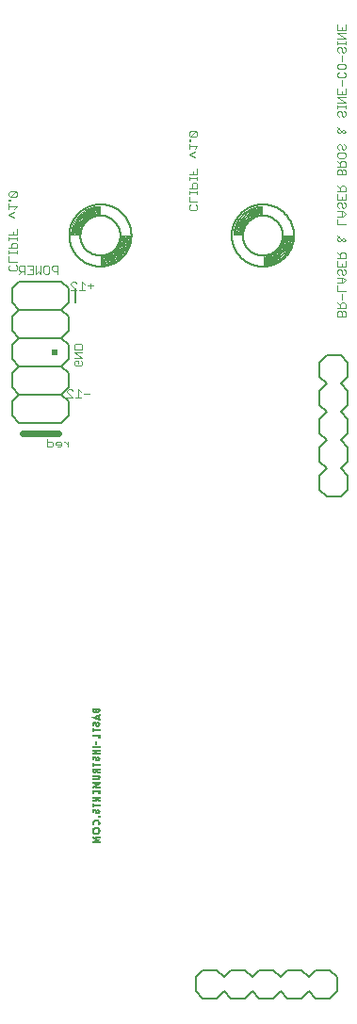
<source format=gbr>
G04 EAGLE Gerber RS-274X export*
G75*
%MOMM*%
%FSLAX34Y34*%
%LPD*%
%INSilkscreen Bottom*%
%IPPOS*%
%AMOC8*
5,1,8,0,0,1.08239X$1,22.5*%
G01*
%ADD10C,0.076200*%
%ADD11C,0.609600*%
%ADD12C,0.203200*%
%ADD13C,0.096519*%
%ADD14R,0.002538X0.198119*%
%ADD15R,0.002538X0.119381*%
%ADD16R,0.002538X0.119378*%
%ADD17R,0.002538X0.048259*%
%ADD18R,0.002538X0.121922*%
%ADD19R,0.002538X0.383541*%
%ADD20R,0.002538X0.121919*%
%ADD21R,0.002538X0.111759*%
%ADD22R,0.002538X0.048262*%
%ADD23R,0.002538X0.124459*%
%ADD24R,0.002538X0.050800*%
%ADD25R,0.002538X0.114300*%
%ADD26R,0.002538X0.066041*%
%ADD27R,0.002538X0.063500*%
%ADD28R,0.002541X0.213359*%
%ADD29R,0.002541X0.119381*%
%ADD30R,0.002541X0.121919*%
%ADD31R,0.002541X0.083822*%
%ADD32R,0.002541X0.121922*%
%ADD33R,0.002541X0.383541*%
%ADD34R,0.002541X0.114300*%
%ADD35R,0.002541X0.083819*%
%ADD36R,0.002541X0.119378*%
%ADD37R,0.002541X0.127000*%
%ADD38R,0.002541X0.106681*%
%ADD39R,0.002541X0.226059*%
%ADD40R,0.002541X0.104141*%
%ADD41R,0.002541X0.104138*%
%ADD42R,0.002541X0.116841*%
%ADD43R,0.002541X0.137159*%
%ADD44R,0.002541X0.134619*%
%ADD45R,0.002541X0.233678*%
%ADD46R,0.002541X0.124459*%
%ADD47R,0.002541X0.124463*%
%ADD48R,0.002541X0.160022*%
%ADD49R,0.002541X0.160019*%
%ADD50R,0.002541X0.241300*%
%ADD51R,0.002541X0.139700*%
%ADD52R,0.002541X0.180341*%
%ADD53R,0.002538X0.248919*%
%ADD54R,0.002538X0.152400*%
%ADD55R,0.002538X0.116841*%
%ADD56R,0.002538X0.195581*%
%ADD57R,0.002541X0.254000*%
%ADD58R,0.002541X0.165100*%
%ADD59R,0.002541X0.210819*%
%ADD60R,0.002541X0.261619*%
%ADD61R,0.002541X0.175259*%
%ADD62R,0.002541X0.175263*%
%ADD63R,0.002541X0.266700*%
%ADD64R,0.002541X0.185422*%
%ADD65R,0.002541X0.185419*%
%ADD66R,0.002541X0.187959*%
%ADD67R,0.002541X0.271778*%
%ADD68R,0.002541X0.195578*%
%ADD69R,0.002541X0.195581*%
%ADD70R,0.002538X0.274319*%
%ADD71R,0.002538X0.205741*%
%ADD72R,0.002538X0.205738*%
%ADD73R,0.002538X0.266700*%
%ADD74R,0.002541X0.279400*%
%ADD75R,0.002541X0.215900*%
%ADD76R,0.002541X0.276859*%
%ADD77R,0.002541X0.284478*%
%ADD78R,0.002541X0.220978*%
%ADD79R,0.002541X0.220981*%
%ADD80R,0.002541X0.223519*%
%ADD81R,0.002541X0.289559*%
%ADD82R,0.002541X0.287019*%
%ADD83R,0.002541X0.231141*%
%ADD84R,0.002541X0.231138*%
%ADD85R,0.002541X0.299719*%
%ADD86R,0.002541X0.297181*%
%ADD87R,0.002541X0.292100*%
%ADD88R,0.002541X0.236222*%
%ADD89R,0.002541X0.236219*%
%ADD90R,0.002541X0.238759*%
%ADD91R,0.002541X0.005081*%
%ADD92R,0.002541X0.129541*%
%ADD93R,0.002541X0.309881*%
%ADD94R,0.002541X0.307341*%
%ADD95R,0.002541X0.002541*%
%ADD96R,0.002538X0.294637*%
%ADD97R,0.002538X0.246378*%
%ADD98R,0.002538X0.129541*%
%ADD99R,0.002538X0.246381*%
%ADD100R,0.002538X0.127000*%
%ADD101R,0.002538X0.243841*%
%ADD102R,0.002538X0.005081*%
%ADD103R,0.002538X0.320041*%
%ADD104R,0.002538X0.317500*%
%ADD105R,0.002541X0.297178*%
%ADD106R,0.002541X0.251459*%
%ADD107R,0.002541X0.251463*%
%ADD108R,0.002541X0.007619*%
%ADD109R,0.002541X0.132081*%
%ADD110R,0.002541X0.330200*%
%ADD111R,0.002541X0.327659*%
%ADD112R,0.002541X0.007622*%
%ADD113R,0.002541X0.302259*%
%ADD114R,0.002541X0.259081*%
%ADD115R,0.002541X0.256538*%
%ADD116R,0.002541X0.010159*%
%ADD117R,0.002541X0.256541*%
%ADD118R,0.002541X0.340359*%
%ADD119R,0.002541X0.337819*%
%ADD120R,0.002541X0.304800*%
%ADD121R,0.002541X0.264159*%
%ADD122R,0.002541X0.347981*%
%ADD123R,0.002541X0.345441*%
%ADD124R,0.002541X0.012700*%
%ADD125R,0.002541X0.307338*%
%ADD126R,0.002541X0.271781*%
%ADD127R,0.002541X0.269241*%
%ADD128R,0.002541X0.015241*%
%ADD129R,0.002541X0.134622*%
%ADD130R,0.002541X0.358141*%
%ADD131R,0.002541X0.353059*%
%ADD132R,0.002538X0.309878*%
%ADD133R,0.002538X0.276859*%
%ADD134R,0.002538X0.134622*%
%ADD135R,0.002538X0.276863*%
%ADD136R,0.002538X0.015241*%
%ADD137R,0.002538X0.365759*%
%ADD138R,0.002538X0.363219*%
%ADD139R,0.002538X0.017778*%
%ADD140R,0.002541X0.312419*%
%ADD141R,0.002541X0.281941*%
%ADD142R,0.002541X0.281938*%
%ADD143R,0.002541X0.020319*%
%ADD144R,0.002541X0.368300*%
%ADD145R,0.002541X0.370841*%
%ADD146R,0.002541X0.017778*%
%ADD147R,0.002541X0.314959*%
%ADD148R,0.002541X0.287022*%
%ADD149R,0.002541X0.378459*%
%ADD150R,0.002541X0.317500*%
%ADD151R,0.002541X0.535941*%
%ADD152R,0.002541X0.294641*%
%ADD153R,0.002541X0.022859*%
%ADD154R,0.002541X0.373381*%
%ADD155R,0.002541X0.386081*%
%ADD156R,0.002541X0.320038*%
%ADD157R,0.002541X0.025400*%
%ADD158R,0.002541X0.378463*%
%ADD159R,0.002541X0.391159*%
%ADD160R,0.002538X0.322578*%
%ADD161R,0.002538X0.533400*%
%ADD162R,0.002538X0.302259*%
%ADD163R,0.002538X0.139700*%
%ADD164R,0.002538X0.302262*%
%ADD165R,0.002538X0.304800*%
%ADD166R,0.002538X0.025400*%
%ADD167R,0.002538X0.378459*%
%ADD168R,0.002538X0.398781*%
%ADD169R,0.002538X0.027941*%
%ADD170R,0.002541X0.325119*%
%ADD171R,0.002541X0.530859*%
%ADD172R,0.002541X0.030481*%
%ADD173R,0.002541X0.142241*%
%ADD174R,0.002541X0.381000*%
%ADD175R,0.002541X0.406400*%
%ADD176R,0.002541X0.027941*%
%ADD177R,0.002541X0.528319*%
%ADD178R,0.002541X0.312422*%
%ADD179R,0.002541X0.414019*%
%ADD180R,0.002541X0.525781*%
%ADD181R,0.002541X0.033019*%
%ADD182R,0.002541X0.144781*%
%ADD183R,0.002541X0.419100*%
%ADD184R,0.002541X0.033022*%
%ADD185R,0.002541X0.332738*%
%ADD186R,0.002541X0.523241*%
%ADD187R,0.002541X0.322578*%
%ADD188R,0.002541X0.320041*%
%ADD189R,0.002541X0.035559*%
%ADD190R,0.002541X0.322581*%
%ADD191R,0.002541X0.386078*%
%ADD192R,0.002541X0.426719*%
%ADD193R,0.002538X0.335278*%
%ADD194R,0.002538X0.523241*%
%ADD195R,0.002538X0.144781*%
%ADD196R,0.002538X0.325122*%
%ADD197R,0.002538X0.325119*%
%ADD198R,0.002538X0.035559*%
%ADD199R,0.002538X0.322581*%
%ADD200R,0.002538X0.388619*%
%ADD201R,0.002538X0.431800*%
%ADD202R,0.002538X0.038100*%
%ADD203R,0.002541X0.520700*%
%ADD204R,0.002541X0.327663*%
%ADD205R,0.002541X0.040641*%
%ADD206R,0.002541X0.147322*%
%ADD207R,0.002541X0.439419*%
%ADD208R,0.002541X0.038100*%
%ADD209R,0.002541X0.518159*%
%ADD210R,0.002541X0.332741*%
%ADD211R,0.002541X0.335281*%
%ADD212R,0.002541X0.393700*%
%ADD213R,0.002541X0.444500*%
%ADD214R,0.002541X0.043178*%
%ADD215R,0.002541X0.515619*%
%ADD216R,0.002541X0.337822*%
%ADD217R,0.002541X0.045719*%
%ADD218R,0.002541X0.149859*%
%ADD219R,0.002541X0.396238*%
%ADD220R,0.002541X0.449581*%
%ADD221R,0.002541X0.342900*%
%ADD222R,0.002541X0.513081*%
%ADD223R,0.002541X0.396241*%
%ADD224R,0.002541X0.454659*%
%ADD225R,0.002538X0.342900*%
%ADD226R,0.002538X0.510541*%
%ADD227R,0.002538X0.149859*%
%ADD228R,0.002538X0.345441*%
%ADD229R,0.002538X0.462281*%
%ADD230R,0.002541X0.345438*%
%ADD231R,0.002541X0.508000*%
%ADD232R,0.002541X0.347978*%
%ADD233R,0.002541X0.050800*%
%ADD234R,0.002541X0.152400*%
%ADD235R,0.002541X0.401322*%
%ADD236R,0.002541X0.467359*%
%ADD237R,0.002541X0.350519*%
%ADD238R,0.002541X0.350522*%
%ADD239R,0.002541X0.472441*%
%ADD240R,0.002541X0.053341*%
%ADD241R,0.002541X0.505459*%
%ADD242R,0.002541X0.353063*%
%ADD243R,0.002541X0.355600*%
%ADD244R,0.002541X0.055881*%
%ADD245R,0.002541X0.154941*%
%ADD246R,0.002541X0.403859*%
%ADD247R,0.002541X0.477519*%
%ADD248R,0.002541X0.502919*%
%ADD249R,0.002541X0.358137*%
%ADD250R,0.002541X0.482600*%
%ADD251R,0.002541X0.058422*%
%ADD252R,0.002538X0.353059*%
%ADD253R,0.002538X0.500381*%
%ADD254R,0.002538X0.358141*%
%ADD255R,0.002538X0.154941*%
%ADD256R,0.002538X0.358137*%
%ADD257R,0.002538X0.360681*%
%ADD258R,0.002538X0.058419*%
%ADD259R,0.002538X0.157481*%
%ADD260R,0.002538X0.406400*%
%ADD261R,0.002538X0.487681*%
%ADD262R,0.002538X0.058422*%
%ADD263R,0.002541X0.497841*%
%ADD264R,0.002541X0.363222*%
%ADD265R,0.002541X0.157481*%
%ADD266R,0.002541X0.363219*%
%ADD267R,0.002541X0.360681*%
%ADD268R,0.002541X0.060959*%
%ADD269R,0.002541X0.492759*%
%ADD270R,0.002541X0.495300*%
%ADD271R,0.002541X0.365759*%
%ADD272R,0.002541X0.063500*%
%ADD273R,0.002541X0.408941*%
%ADD274R,0.002541X0.066041*%
%ADD275R,0.002541X0.411478*%
%ADD276R,0.002541X0.500381*%
%ADD277R,0.002541X0.068578*%
%ADD278R,0.002538X0.490219*%
%ADD279R,0.002538X0.373378*%
%ADD280R,0.002538X0.160022*%
%ADD281R,0.002538X0.373381*%
%ADD282R,0.002538X0.370841*%
%ADD283R,0.002538X0.071119*%
%ADD284R,0.002538X0.162559*%
%ADD285R,0.002538X0.414019*%
%ADD286R,0.002538X0.068578*%
%ADD287R,0.002541X0.360678*%
%ADD288R,0.002541X0.487681*%
%ADD289R,0.002541X0.375919*%
%ADD290R,0.002541X0.162559*%
%ADD291R,0.002541X0.375922*%
%ADD292R,0.002541X0.071119*%
%ADD293R,0.002541X0.411481*%
%ADD294R,0.002541X0.182878*%
%ADD295R,0.002541X0.485141*%
%ADD296R,0.002541X0.182881*%
%ADD297R,0.002541X0.073659*%
%ADD298R,0.002541X0.248922*%
%ADD299R,0.002541X0.248919*%
%ADD300R,0.002541X0.170181*%
%ADD301R,0.002541X0.167641*%
%ADD302R,0.002541X0.076200*%
%ADD303R,0.002541X0.167637*%
%ADD304R,0.002541X0.228600*%
%ADD305R,0.002541X0.162562*%
%ADD306R,0.002541X0.218438*%
%ADD307R,0.002541X0.078741*%
%ADD308R,0.002538X0.480059*%
%ADD309R,0.002538X0.165100*%
%ADD310R,0.002538X0.157478*%
%ADD311R,0.002538X0.154938*%
%ADD312R,0.002538X0.081281*%
%ADD313R,0.002538X0.167641*%
%ADD314R,0.002538X0.210819*%
%ADD315R,0.002538X0.096522*%
%ADD316R,0.002538X0.208281*%
%ADD317R,0.002538X0.208278*%
%ADD318R,0.002541X0.081281*%
%ADD319R,0.002541X0.154938*%
%ADD320R,0.002541X0.200659*%
%ADD321R,0.002541X0.203200*%
%ADD322R,0.002541X0.474981*%
%ADD323R,0.002541X0.149863*%
%ADD324R,0.002541X0.147319*%
%ADD325R,0.002541X0.086359*%
%ADD326R,0.002541X0.198119*%
%ADD327R,0.002541X0.144778*%
%ADD328R,0.002541X0.190500*%
%ADD329R,0.002541X0.193041*%
%ADD330R,0.002541X0.469900*%
%ADD331R,0.002541X0.142238*%
%ADD332R,0.002541X0.088900*%
%ADD333R,0.002541X0.172722*%
%ADD334R,0.002541X0.187963*%
%ADD335R,0.002538X0.467359*%
%ADD336R,0.002538X0.142238*%
%ADD337R,0.002538X0.142241*%
%ADD338R,0.002538X0.170181*%
%ADD339R,0.002538X0.124463*%
%ADD340R,0.002538X0.091441*%
%ADD341R,0.002538X0.172722*%
%ADD342R,0.002538X0.182881*%
%ADD343R,0.002538X0.053338*%
%ADD344R,0.002538X0.185419*%
%ADD345R,0.002538X0.185422*%
%ADD346R,0.002541X0.091441*%
%ADD347R,0.002541X0.180338*%
%ADD348R,0.002541X0.048259*%
%ADD349R,0.002541X0.093978*%
%ADD350R,0.002541X0.464819*%
%ADD351R,0.002541X0.137162*%
%ADD352R,0.002541X0.096519*%
%ADD353R,0.002541X0.177800*%
%ADD354R,0.002541X0.462281*%
%ADD355R,0.002541X0.035563*%
%ADD356R,0.002541X0.459741*%
%ADD357R,0.002541X0.099059*%
%ADD358R,0.002541X0.172719*%
%ADD359R,0.002538X0.132078*%
%ADD360R,0.002538X0.457200*%
%ADD361R,0.002538X0.134619*%
%ADD362R,0.002538X0.177800*%
%ADD363R,0.002538X0.132081*%
%ADD364R,0.002538X0.101600*%
%ADD365R,0.002538X0.170178*%
%ADD366R,0.002541X0.132078*%
%ADD367R,0.002541X0.129537*%
%ADD368R,0.002541X0.020322*%
%ADD369R,0.002541X0.452119*%
%ADD370R,0.002541X0.109222*%
%ADD371R,0.002541X0.111759*%
%ADD372R,0.002538X0.447041*%
%ADD373R,0.002538X0.129537*%
%ADD374R,0.002538X0.160019*%
%ADD375R,0.002541X0.157478*%
%ADD376R,0.002541X0.441959*%
%ADD377R,0.002538X0.187959*%
%ADD378R,0.002538X0.193041*%
%ADD379R,0.002538X0.144778*%
%ADD380R,0.002538X0.147322*%
%ADD381R,0.002541X0.198122*%
%ADD382R,0.002538X0.198122*%
%ADD383R,0.002538X0.200659*%
%ADD384R,0.002538X0.203200*%
%ADD385R,0.002538X0.137159*%
%ADD386R,0.002541X0.205741*%
%ADD387R,0.002541X0.208281*%
%ADD388R,0.002538X0.210822*%
%ADD389R,0.002541X0.210822*%
%ADD390R,0.002541X0.170178*%
%ADD391R,0.002538X0.213359*%
%ADD392R,0.002538X0.215900*%
%ADD393R,0.002541X0.218441*%
%ADD394R,0.002538X0.218441*%
%ADD395R,0.002538X0.220981*%
%ADD396R,0.002541X0.223522*%
%ADD397R,0.002538X0.223522*%
%ADD398R,0.002538X0.226059*%
%ADD399R,0.002538X0.137162*%
%ADD400R,0.002538X0.231141*%
%ADD401R,0.002538X0.147319*%
%ADD402R,0.002541X0.233681*%
%ADD403R,0.002538X0.175259*%
%ADD404R,0.002538X0.172719*%
%ADD405R,0.002538X0.236222*%
%ADD406R,0.002541X0.213363*%
%ADD407R,0.002541X0.226062*%
%ADD408R,0.002541X0.243841*%
%ADD409R,0.002538X0.355600*%
%ADD410R,0.002538X0.248922*%
%ADD411R,0.002538X0.241300*%
%ADD412R,0.002538X0.269241*%
%ADD413R,0.002538X0.228600*%
%ADD414R,0.002538X0.238759*%
%ADD415R,0.002538X0.251459*%
%ADD416R,0.002541X0.259078*%
%ADD417R,0.002541X0.246381*%
%ADD418R,0.002541X0.264163*%
%ADD419R,0.002538X0.347978*%
%ADD420R,0.002538X0.264159*%
%ADD421R,0.002538X0.269238*%
%ADD422R,0.002541X0.261622*%
%ADD423R,0.002541X0.274322*%
%ADD424R,0.002541X0.276863*%
%ADD425R,0.002538X0.337819*%
%ADD426R,0.002538X0.279400*%
%ADD427R,0.002538X0.320038*%
%ADD428R,0.002538X0.274322*%
%ADD429R,0.002541X0.335278*%
%ADD430R,0.002541X0.284481*%
%ADD431R,0.002538X0.327659*%
%ADD432R,0.002538X0.284481*%
%ADD433R,0.002538X0.284478*%
%ADD434R,0.002538X0.289559*%
%ADD435R,0.002541X0.299722*%
%ADD436R,0.002538X0.314959*%
%ADD437R,0.002541X0.309878*%
%ADD438R,0.002538X0.281941*%
%ADD439R,0.002541X0.238763*%
%ADD440R,0.002541X0.274319*%
%ADD441R,0.002538X0.271778*%
%ADD442R,0.002538X0.236219*%
%ADD443R,0.002538X0.271781*%
%ADD444R,0.002538X0.233681*%
%ADD445R,0.002541X0.325122*%
%ADD446R,0.002538X0.259081*%
%ADD447R,0.002538X0.259078*%
%ADD448R,0.002538X0.330200*%
%ADD449R,0.002541X0.246378*%
%ADD450R,0.002538X0.332738*%
%ADD451R,0.002538X0.337822*%
%ADD452R,0.002538X0.226062*%
%ADD453R,0.002538X0.223519*%
%ADD454R,0.002538X0.213363*%
%ADD455R,0.002541X0.200663*%
%ADD456R,0.002538X0.190500*%
%ADD457R,0.002538X0.180341*%
%ADD458R,0.002538X0.187963*%
%ADD459R,0.002538X0.149863*%
%ADD460R,0.002541X0.002538*%
%ADD461R,0.002541X0.017781*%
%ADD462R,0.002538X0.005078*%
%ADD463R,0.002538X0.007622*%
%ADD464R,0.002538X0.175263*%
%ADD465R,0.002538X0.022859*%
%ADD466R,0.002538X0.167637*%
%ADD467R,0.002541X0.010162*%
%ADD468R,0.002541X0.015238*%
%ADD469R,0.002538X0.182878*%
%ADD470R,0.002541X0.030478*%
%ADD471R,0.002541X0.058419*%
%ADD472R,0.002541X0.193038*%
%ADD473R,0.002541X0.045722*%
%ADD474R,0.002541X0.043181*%
%ADD475R,0.002538X0.086359*%
%ADD476R,0.002541X0.055878*%
%ADD477R,0.002541X0.060963*%
%ADD478R,0.002541X0.071122*%
%ADD479R,0.002541X0.414022*%
%ADD480R,0.002538X0.381000*%
%ADD481R,0.002538X0.411481*%
%ADD482R,0.002538X0.513081*%
%ADD483R,0.002541X0.408938*%
%ADD484R,0.002541X0.109219*%
%ADD485R,0.002538X0.106681*%
%ADD486R,0.002538X0.332741*%
%ADD487R,0.002538X0.408941*%
%ADD488R,0.002541X0.101600*%
%ADD489R,0.002541X0.480059*%
%ADD490R,0.002538X0.093981*%
%ADD491R,0.002538X0.264163*%
%ADD492R,0.002538X0.401322*%
%ADD493R,0.002538X0.464819*%
%ADD494R,0.002541X0.447041*%
%ADD495R,0.002538X0.083819*%
%ADD496R,0.002538X0.391159*%
%ADD497R,0.002538X0.436881*%
%ADD498R,0.002541X0.388619*%
%ADD499R,0.002541X0.429259*%
%ADD500R,0.002541X0.424181*%
%ADD501R,0.002541X0.416559*%
%ADD502R,0.002538X0.256538*%
%ADD503R,0.002538X0.254000*%
%ADD504R,0.002538X0.256541*%
%ADD505R,0.002538X0.403859*%
%ADD506R,0.002541X0.068581*%
%ADD507R,0.002541X0.294637*%
%ADD508R,0.002541X0.370838*%
%ADD509R,0.002538X0.292100*%
%ADD510R,0.002538X0.060959*%
%ADD511R,0.002538X0.294641*%
%ADD512R,0.002538X0.368300*%
%ADD513R,0.002541X0.205738*%
%ADD514R,0.002538X0.040641*%
%ADD515R,0.002538X0.200663*%
%ADD516R,0.002538X0.261622*%
%ADD517R,0.002538X0.030481*%
%ADD518R,0.002541X0.093981*%
%ADD519R,0.002541X0.111763*%
%ADD520R,0.002538X0.193038*%
%ADD521R,0.002538X0.020319*%
%ADD522R,0.002538X0.068581*%
%ADD523R,0.002538X0.111763*%
%ADD524R,0.002538X0.088900*%
%ADD525R,0.002538X0.010159*%
%ADD526C,0.152400*%
%ADD527R,0.508000X0.508000*%


D10*
X-111506Y651256D02*
X-111506Y658628D01*
X-115192Y658628D01*
X-116421Y657400D01*
X-116421Y654942D01*
X-115192Y653713D01*
X-111506Y653713D01*
X-120219Y658628D02*
X-122676Y658628D01*
X-120219Y658628D02*
X-118990Y657400D01*
X-118990Y652485D01*
X-120219Y651256D01*
X-122676Y651256D01*
X-123905Y652485D01*
X-123905Y657400D01*
X-122676Y658628D01*
X-126474Y658628D02*
X-126474Y651256D01*
X-128932Y653713D01*
X-131389Y651256D01*
X-131389Y658628D01*
X-133958Y658628D02*
X-138873Y658628D01*
X-133958Y658628D02*
X-133958Y651256D01*
X-138873Y651256D01*
X-136416Y654942D02*
X-133958Y654942D01*
X-141443Y651256D02*
X-141443Y658628D01*
X-145129Y658628D01*
X-146357Y657400D01*
X-146357Y654942D01*
X-145129Y653713D01*
X-141443Y653713D01*
X-143900Y653713D02*
X-146357Y651256D01*
X-87846Y543817D02*
X-82931Y543817D01*
X-90415Y545046D02*
X-92873Y547503D01*
X-92873Y540131D01*
X-95330Y540131D02*
X-90415Y540131D01*
X-97899Y540131D02*
X-102814Y540131D01*
X-97899Y540131D02*
X-102814Y545046D01*
X-102814Y546275D01*
X-101585Y547503D01*
X-99128Y547503D01*
X-97899Y546275D01*
X-89275Y572165D02*
X-90503Y573393D01*
X-89275Y572165D02*
X-89275Y569707D01*
X-90503Y568479D01*
X-95418Y568479D01*
X-96647Y569707D01*
X-96647Y572165D01*
X-95418Y573393D01*
X-92961Y573393D01*
X-92961Y570936D01*
X-96647Y575963D02*
X-89275Y575963D01*
X-96647Y580878D01*
X-89275Y580878D01*
X-89275Y583447D02*
X-96647Y583447D01*
X-96647Y587133D01*
X-95418Y588362D01*
X-90503Y588362D01*
X-89275Y587133D01*
X-89275Y583447D01*
X-84443Y640464D02*
X-79529Y640464D01*
X-81986Y638007D02*
X-81986Y642922D01*
X-87013Y641693D02*
X-89470Y644150D01*
X-89470Y636778D01*
X-87013Y636778D02*
X-91928Y636778D01*
X-94497Y636778D02*
X-99412Y636778D01*
X-94497Y636778D02*
X-99412Y641693D01*
X-99412Y642922D01*
X-98183Y644150D01*
X-95726Y644150D01*
X-94497Y642922D01*
X-101981Y500596D02*
X-101981Y495681D01*
X-101981Y498138D02*
X-104438Y500596D01*
X-105667Y500596D01*
X-109446Y495681D02*
X-111904Y495681D01*
X-109446Y495681D02*
X-108218Y496910D01*
X-108218Y499367D01*
X-109446Y500596D01*
X-111904Y500596D01*
X-113133Y499367D01*
X-113133Y498138D01*
X-108218Y498138D01*
X-120617Y495681D02*
X-120617Y503053D01*
X-120617Y495681D02*
X-116931Y495681D01*
X-115702Y496910D01*
X-115702Y499367D01*
X-116931Y500596D01*
X-120617Y500596D01*
D11*
X-111125Y508000D02*
X-142875Y508000D01*
D10*
X14103Y712092D02*
X12875Y713321D01*
X14103Y712092D02*
X14103Y709635D01*
X12875Y708406D01*
X7960Y708406D01*
X6731Y709635D01*
X6731Y712092D01*
X7960Y713321D01*
X6731Y715890D02*
X14103Y715890D01*
X6731Y715890D02*
X6731Y720805D01*
X6731Y723374D02*
X6731Y725832D01*
X6731Y724603D02*
X14103Y724603D01*
X14103Y723374D02*
X14103Y725832D01*
X14103Y728364D02*
X6731Y728364D01*
X14103Y728364D02*
X14103Y732050D01*
X12875Y733279D01*
X10417Y733279D01*
X9188Y732050D01*
X9188Y728364D01*
X6731Y735848D02*
X6731Y738305D01*
X6731Y737077D02*
X14103Y737077D01*
X14103Y738305D02*
X14103Y735848D01*
X14103Y740837D02*
X6731Y740837D01*
X14103Y740837D02*
X14103Y745752D01*
X10417Y743295D02*
X10417Y740837D01*
X11646Y755806D02*
X6731Y758263D01*
X11646Y760721D01*
X11646Y763290D02*
X14103Y765747D01*
X6731Y765747D01*
X6731Y763290D02*
X6731Y768205D01*
X6731Y770774D02*
X7960Y770774D01*
X7960Y772003D01*
X6731Y772003D01*
X6731Y770774D01*
X7960Y774516D02*
X12875Y774516D01*
X14103Y775745D01*
X14103Y778202D01*
X12875Y779431D01*
X7960Y779431D01*
X6731Y778202D01*
X6731Y775745D01*
X7960Y774516D01*
X12875Y779431D01*
X-147822Y658117D02*
X-149050Y659346D01*
X-147822Y658117D02*
X-147822Y655660D01*
X-149050Y654431D01*
X-153965Y654431D01*
X-155194Y655660D01*
X-155194Y658117D01*
X-153965Y659346D01*
X-155194Y661915D02*
X-147822Y661915D01*
X-155194Y661915D02*
X-155194Y666830D01*
X-155194Y669399D02*
X-155194Y671857D01*
X-155194Y670628D02*
X-147822Y670628D01*
X-147822Y669399D02*
X-147822Y671857D01*
X-147822Y674389D02*
X-155194Y674389D01*
X-147822Y674389D02*
X-147822Y678075D01*
X-149050Y679304D01*
X-151508Y679304D01*
X-152737Y678075D01*
X-152737Y674389D01*
X-155194Y681873D02*
X-155194Y684330D01*
X-155194Y683102D02*
X-147822Y683102D01*
X-147822Y684330D02*
X-147822Y681873D01*
X-147822Y686862D02*
X-155194Y686862D01*
X-147822Y686862D02*
X-147822Y691777D01*
X-151508Y689320D02*
X-151508Y686862D01*
X-150279Y701831D02*
X-155194Y704288D01*
X-150279Y706746D01*
X-150279Y709315D02*
X-147822Y711772D01*
X-155194Y711772D01*
X-155194Y709315D02*
X-155194Y714230D01*
X-155194Y716799D02*
X-153965Y716799D01*
X-153965Y718028D01*
X-155194Y718028D01*
X-155194Y716799D01*
X-153965Y720541D02*
X-149050Y720541D01*
X-147822Y721770D01*
X-147822Y724227D01*
X-149050Y725456D01*
X-153965Y725456D01*
X-155194Y724227D01*
X-155194Y721770D01*
X-153965Y720541D01*
X-149050Y725456D01*
X140081Y613156D02*
X147453Y613156D01*
X147453Y616842D01*
X146225Y618071D01*
X144996Y618071D01*
X143767Y616842D01*
X142538Y618071D01*
X141310Y618071D01*
X140081Y616842D01*
X140081Y613156D01*
X143767Y613156D02*
X143767Y616842D01*
X140081Y620640D02*
X147453Y620640D01*
X147453Y624326D01*
X146225Y625555D01*
X143767Y625555D01*
X142538Y624326D01*
X142538Y620640D01*
X142538Y623098D02*
X140081Y625555D01*
X143767Y628124D02*
X143767Y633039D01*
X147453Y635608D02*
X140081Y635608D01*
X140081Y640523D01*
X140081Y643093D02*
X144996Y643093D01*
X147453Y645550D01*
X144996Y648007D01*
X140081Y648007D01*
X143767Y648007D02*
X143767Y643093D01*
X147453Y654263D02*
X146225Y655492D01*
X147453Y654263D02*
X147453Y651805D01*
X146225Y650577D01*
X144996Y650577D01*
X143767Y651805D01*
X143767Y654263D01*
X142538Y655492D01*
X141310Y655492D01*
X140081Y654263D01*
X140081Y651805D01*
X141310Y650577D01*
X147453Y658061D02*
X147453Y662976D01*
X147453Y658061D02*
X140081Y658061D01*
X140081Y662976D01*
X143767Y660518D02*
X143767Y658061D01*
X140081Y665545D02*
X147453Y665545D01*
X147453Y669231D01*
X146225Y670460D01*
X143767Y670460D01*
X142538Y669231D01*
X142538Y665545D01*
X142538Y668003D02*
X140081Y670460D01*
X140081Y682971D02*
X142538Y685428D01*
X140081Y682971D02*
X140081Y681742D01*
X141310Y680513D01*
X142538Y680513D01*
X144996Y682971D01*
X146225Y682971D01*
X147453Y681742D01*
X146225Y680513D01*
X144996Y680513D01*
X140081Y685428D01*
X140081Y695482D02*
X147453Y695482D01*
X140081Y695482D02*
X140081Y700397D01*
X140081Y702966D02*
X144996Y702966D01*
X147453Y705423D01*
X144996Y707881D01*
X140081Y707881D01*
X143767Y707881D02*
X143767Y702966D01*
X147453Y714136D02*
X146225Y715365D01*
X147453Y714136D02*
X147453Y711679D01*
X146225Y710450D01*
X144996Y710450D01*
X143767Y711679D01*
X143767Y714136D01*
X142538Y715365D01*
X141310Y715365D01*
X140081Y714136D01*
X140081Y711679D01*
X141310Y710450D01*
X147453Y717934D02*
X147453Y722849D01*
X147453Y717934D02*
X140081Y717934D01*
X140081Y722849D01*
X143767Y720392D02*
X143767Y717934D01*
X140081Y725418D02*
X147453Y725418D01*
X147453Y729104D01*
X146225Y730333D01*
X143767Y730333D01*
X142538Y729104D01*
X142538Y725418D01*
X142538Y727876D02*
X140081Y730333D01*
X140081Y740387D02*
X147453Y740387D01*
X147453Y744073D01*
X146225Y745302D01*
X144996Y745302D01*
X143767Y744073D01*
X142538Y745302D01*
X141310Y745302D01*
X140081Y744073D01*
X140081Y740387D01*
X143767Y740387D02*
X143767Y744073D01*
X140081Y747871D02*
X147453Y747871D01*
X147453Y751557D01*
X146225Y752786D01*
X143767Y752786D01*
X142538Y751557D01*
X142538Y747871D01*
X142538Y750328D02*
X140081Y752786D01*
X147453Y756584D02*
X147453Y759041D01*
X147453Y756584D02*
X146225Y755355D01*
X141310Y755355D01*
X140081Y756584D01*
X140081Y759041D01*
X141310Y760270D01*
X146225Y760270D01*
X147453Y759041D01*
X147453Y766525D02*
X146225Y767754D01*
X147453Y766525D02*
X147453Y764068D01*
X146225Y762839D01*
X144996Y762839D01*
X143767Y764068D01*
X143767Y766525D01*
X142538Y767754D01*
X141310Y767754D01*
X140081Y766525D01*
X140081Y764068D01*
X141310Y762839D01*
X140081Y780265D02*
X142538Y782722D01*
X140081Y780265D02*
X140081Y779036D01*
X141310Y777807D01*
X142538Y777807D01*
X144996Y780265D01*
X146225Y780265D01*
X147453Y779036D01*
X146225Y777807D01*
X144996Y777807D01*
X140081Y782722D01*
X147453Y796462D02*
X146225Y797691D01*
X147453Y796462D02*
X147453Y794004D01*
X146225Y792776D01*
X144996Y792776D01*
X143767Y794004D01*
X143767Y796462D01*
X142538Y797691D01*
X141310Y797691D01*
X140081Y796462D01*
X140081Y794004D01*
X141310Y792776D01*
X140081Y800260D02*
X140081Y802717D01*
X140081Y801489D02*
X147453Y801489D01*
X147453Y802717D02*
X147453Y800260D01*
X147453Y805249D02*
X140081Y805249D01*
X140081Y810164D02*
X147453Y805249D01*
X147453Y810164D02*
X140081Y810164D01*
X147453Y812734D02*
X147453Y817648D01*
X147453Y812734D02*
X140081Y812734D01*
X140081Y817648D01*
X143767Y815191D02*
X143767Y812734D01*
X143767Y820218D02*
X143767Y825133D01*
X147453Y831388D02*
X146225Y832617D01*
X147453Y831388D02*
X147453Y828931D01*
X146225Y827702D01*
X141310Y827702D01*
X140081Y828931D01*
X140081Y831388D01*
X141310Y832617D01*
X147453Y836415D02*
X147453Y838872D01*
X147453Y836415D02*
X146225Y835186D01*
X141310Y835186D01*
X140081Y836415D01*
X140081Y838872D01*
X141310Y840101D01*
X146225Y840101D01*
X147453Y838872D01*
X143767Y842670D02*
X143767Y847585D01*
X147453Y853840D02*
X146225Y855069D01*
X147453Y853840D02*
X147453Y851383D01*
X146225Y850154D01*
X144996Y850154D01*
X143767Y851383D01*
X143767Y853840D01*
X142538Y855069D01*
X141310Y855069D01*
X140081Y853840D01*
X140081Y851383D01*
X141310Y850154D01*
X140081Y857638D02*
X140081Y860096D01*
X140081Y858867D02*
X147453Y858867D01*
X147453Y857638D02*
X147453Y860096D01*
X147453Y862628D02*
X140081Y862628D01*
X140081Y867543D02*
X147453Y862628D01*
X147453Y867543D02*
X140081Y867543D01*
X147453Y870112D02*
X147453Y875027D01*
X147453Y870112D02*
X140081Y870112D01*
X140081Y875027D01*
X143767Y872569D02*
X143767Y870112D01*
D12*
X45085Y685800D02*
X45093Y686486D01*
X45119Y687171D01*
X45161Y687855D01*
X45220Y688539D01*
X45295Y689220D01*
X45387Y689900D01*
X45496Y690577D01*
X45622Y691251D01*
X45764Y691922D01*
X45922Y692589D01*
X46097Y693252D01*
X46288Y693911D01*
X46495Y694564D01*
X46718Y695213D01*
X46957Y695855D01*
X47212Y696492D01*
X47482Y697122D01*
X47768Y697746D01*
X48068Y698362D01*
X48384Y698971D01*
X48715Y699572D01*
X49060Y700164D01*
X49420Y700748D01*
X49794Y701323D01*
X50182Y701888D01*
X50583Y702444D01*
X50999Y702990D01*
X51427Y703525D01*
X51869Y704050D01*
X52323Y704563D01*
X52790Y705066D01*
X53268Y705557D01*
X53759Y706035D01*
X54262Y706502D01*
X54775Y706956D01*
X55300Y707398D01*
X55835Y707826D01*
X56381Y708242D01*
X56937Y708643D01*
X57502Y709031D01*
X58077Y709405D01*
X58661Y709765D01*
X59253Y710110D01*
X59854Y710441D01*
X60463Y710757D01*
X61079Y711057D01*
X61703Y711343D01*
X62333Y711613D01*
X62970Y711868D01*
X63612Y712107D01*
X64261Y712330D01*
X64914Y712537D01*
X65573Y712728D01*
X66236Y712903D01*
X66903Y713061D01*
X67574Y713203D01*
X68248Y713329D01*
X68925Y713438D01*
X69605Y713530D01*
X70286Y713605D01*
X70970Y713664D01*
X71654Y713706D01*
X72339Y713732D01*
X73025Y713740D01*
X73711Y713732D01*
X74396Y713706D01*
X75080Y713664D01*
X75764Y713605D01*
X76445Y713530D01*
X77125Y713438D01*
X77802Y713329D01*
X78476Y713203D01*
X79147Y713061D01*
X79814Y712903D01*
X80477Y712728D01*
X81136Y712537D01*
X81789Y712330D01*
X82438Y712107D01*
X83080Y711868D01*
X83717Y711613D01*
X84347Y711343D01*
X84971Y711057D01*
X85587Y710757D01*
X86196Y710441D01*
X86797Y710110D01*
X87389Y709765D01*
X87973Y709405D01*
X88548Y709031D01*
X89113Y708643D01*
X89669Y708242D01*
X90215Y707826D01*
X90750Y707398D01*
X91275Y706956D01*
X91788Y706502D01*
X92291Y706035D01*
X92782Y705557D01*
X93260Y705066D01*
X93727Y704563D01*
X94181Y704050D01*
X94623Y703525D01*
X95051Y702990D01*
X95467Y702444D01*
X95868Y701888D01*
X96256Y701323D01*
X96630Y700748D01*
X96990Y700164D01*
X97335Y699572D01*
X97666Y698971D01*
X97982Y698362D01*
X98282Y697746D01*
X98568Y697122D01*
X98838Y696492D01*
X99093Y695855D01*
X99332Y695213D01*
X99555Y694564D01*
X99762Y693911D01*
X99953Y693252D01*
X100128Y692589D01*
X100286Y691922D01*
X100428Y691251D01*
X100554Y690577D01*
X100663Y689900D01*
X100755Y689220D01*
X100830Y688539D01*
X100889Y687855D01*
X100931Y687171D01*
X100957Y686486D01*
X100965Y685800D01*
X100957Y685114D01*
X100931Y684429D01*
X100889Y683745D01*
X100830Y683061D01*
X100755Y682380D01*
X100663Y681700D01*
X100554Y681023D01*
X100428Y680349D01*
X100286Y679678D01*
X100128Y679011D01*
X99953Y678348D01*
X99762Y677689D01*
X99555Y677036D01*
X99332Y676387D01*
X99093Y675745D01*
X98838Y675108D01*
X98568Y674478D01*
X98282Y673854D01*
X97982Y673238D01*
X97666Y672629D01*
X97335Y672028D01*
X96990Y671436D01*
X96630Y670852D01*
X96256Y670277D01*
X95868Y669712D01*
X95467Y669156D01*
X95051Y668610D01*
X94623Y668075D01*
X94181Y667550D01*
X93727Y667037D01*
X93260Y666534D01*
X92782Y666043D01*
X92291Y665565D01*
X91788Y665098D01*
X91275Y664644D01*
X90750Y664202D01*
X90215Y663774D01*
X89669Y663358D01*
X89113Y662957D01*
X88548Y662569D01*
X87973Y662195D01*
X87389Y661835D01*
X86797Y661490D01*
X86196Y661159D01*
X85587Y660843D01*
X84971Y660543D01*
X84347Y660257D01*
X83717Y659987D01*
X83080Y659732D01*
X82438Y659493D01*
X81789Y659270D01*
X81136Y659063D01*
X80477Y658872D01*
X79814Y658697D01*
X79147Y658539D01*
X78476Y658397D01*
X77802Y658271D01*
X77125Y658162D01*
X76445Y658070D01*
X75764Y657995D01*
X75080Y657936D01*
X74396Y657894D01*
X73711Y657868D01*
X73025Y657860D01*
X72339Y657868D01*
X71654Y657894D01*
X70970Y657936D01*
X70286Y657995D01*
X69605Y658070D01*
X68925Y658162D01*
X68248Y658271D01*
X67574Y658397D01*
X66903Y658539D01*
X66236Y658697D01*
X65573Y658872D01*
X64914Y659063D01*
X64261Y659270D01*
X63612Y659493D01*
X62970Y659732D01*
X62333Y659987D01*
X61703Y660257D01*
X61079Y660543D01*
X60463Y660843D01*
X59854Y661159D01*
X59253Y661490D01*
X58661Y661835D01*
X58077Y662195D01*
X57502Y662569D01*
X56937Y662957D01*
X56381Y663358D01*
X55835Y663774D01*
X55300Y664202D01*
X54775Y664644D01*
X54262Y665098D01*
X53759Y665565D01*
X53268Y666043D01*
X52790Y666534D01*
X52323Y667037D01*
X51869Y667550D01*
X51427Y668075D01*
X50999Y668610D01*
X50583Y669156D01*
X50182Y669712D01*
X49794Y670277D01*
X49420Y670852D01*
X49060Y671436D01*
X48715Y672028D01*
X48384Y672629D01*
X48068Y673238D01*
X47768Y673854D01*
X47482Y674478D01*
X47212Y675108D01*
X46957Y675745D01*
X46718Y676387D01*
X46495Y677036D01*
X46288Y677689D01*
X46097Y678348D01*
X45922Y679011D01*
X45764Y679678D01*
X45622Y680349D01*
X45496Y681023D01*
X45387Y681700D01*
X45295Y682380D01*
X45220Y683061D01*
X45161Y683745D01*
X45119Y684429D01*
X45093Y685114D01*
X45085Y685800D01*
X55064Y685800D02*
X55069Y686241D01*
X55086Y686681D01*
X55113Y687121D01*
X55150Y687560D01*
X55199Y687999D01*
X55258Y688435D01*
X55328Y688871D01*
X55409Y689304D01*
X55500Y689735D01*
X55602Y690164D01*
X55715Y690590D01*
X55837Y691014D01*
X55971Y691434D01*
X56114Y691851D01*
X56268Y692264D01*
X56431Y692673D01*
X56605Y693079D01*
X56788Y693479D01*
X56982Y693875D01*
X57185Y694267D01*
X57397Y694653D01*
X57619Y695034D01*
X57851Y695409D01*
X58091Y695779D01*
X58340Y696142D01*
X58599Y696499D01*
X58866Y696850D01*
X59141Y697194D01*
X59425Y697532D01*
X59717Y697862D01*
X60017Y698185D01*
X60325Y698500D01*
X60640Y698808D01*
X60963Y699108D01*
X61293Y699400D01*
X61631Y699684D01*
X61975Y699959D01*
X62326Y700226D01*
X62683Y700485D01*
X63046Y700734D01*
X63416Y700974D01*
X63791Y701206D01*
X64172Y701428D01*
X64558Y701640D01*
X64950Y701843D01*
X65346Y702037D01*
X65746Y702220D01*
X66152Y702394D01*
X66561Y702557D01*
X66974Y702711D01*
X67391Y702854D01*
X67811Y702988D01*
X68235Y703110D01*
X68661Y703223D01*
X69090Y703325D01*
X69521Y703416D01*
X69954Y703497D01*
X70390Y703567D01*
X70826Y703626D01*
X71265Y703675D01*
X71704Y703712D01*
X72144Y703739D01*
X72584Y703756D01*
X73025Y703761D01*
X73466Y703756D01*
X73906Y703739D01*
X74346Y703712D01*
X74785Y703675D01*
X75224Y703626D01*
X75660Y703567D01*
X76096Y703497D01*
X76529Y703416D01*
X76960Y703325D01*
X77389Y703223D01*
X77815Y703110D01*
X78239Y702988D01*
X78659Y702854D01*
X79076Y702711D01*
X79489Y702557D01*
X79898Y702394D01*
X80304Y702220D01*
X80704Y702037D01*
X81100Y701843D01*
X81492Y701640D01*
X81878Y701428D01*
X82259Y701206D01*
X82634Y700974D01*
X83004Y700734D01*
X83367Y700485D01*
X83724Y700226D01*
X84075Y699959D01*
X84419Y699684D01*
X84757Y699400D01*
X85087Y699108D01*
X85410Y698808D01*
X85725Y698500D01*
X86033Y698185D01*
X86333Y697862D01*
X86625Y697532D01*
X86909Y697194D01*
X87184Y696850D01*
X87451Y696499D01*
X87710Y696142D01*
X87959Y695779D01*
X88199Y695409D01*
X88431Y695034D01*
X88653Y694653D01*
X88865Y694267D01*
X89068Y693875D01*
X89262Y693479D01*
X89445Y693079D01*
X89619Y692673D01*
X89782Y692264D01*
X89936Y691851D01*
X90079Y691434D01*
X90213Y691014D01*
X90335Y690590D01*
X90448Y690164D01*
X90550Y689735D01*
X90641Y689304D01*
X90722Y688871D01*
X90792Y688435D01*
X90851Y687999D01*
X90900Y687560D01*
X90937Y687121D01*
X90964Y686681D01*
X90981Y686241D01*
X90986Y685800D01*
X90981Y685359D01*
X90964Y684919D01*
X90937Y684479D01*
X90900Y684040D01*
X90851Y683601D01*
X90792Y683165D01*
X90722Y682729D01*
X90641Y682296D01*
X90550Y681865D01*
X90448Y681436D01*
X90335Y681010D01*
X90213Y680586D01*
X90079Y680166D01*
X89936Y679749D01*
X89782Y679336D01*
X89619Y678927D01*
X89445Y678521D01*
X89262Y678121D01*
X89068Y677725D01*
X88865Y677333D01*
X88653Y676947D01*
X88431Y676566D01*
X88199Y676191D01*
X87959Y675821D01*
X87710Y675458D01*
X87451Y675101D01*
X87184Y674750D01*
X86909Y674406D01*
X86625Y674068D01*
X86333Y673738D01*
X86033Y673415D01*
X85725Y673100D01*
X85410Y672792D01*
X85087Y672492D01*
X84757Y672200D01*
X84419Y671916D01*
X84075Y671641D01*
X83724Y671374D01*
X83367Y671115D01*
X83004Y670866D01*
X82634Y670626D01*
X82259Y670394D01*
X81878Y670172D01*
X81492Y669960D01*
X81100Y669757D01*
X80704Y669563D01*
X80304Y669380D01*
X79898Y669206D01*
X79489Y669043D01*
X79076Y668889D01*
X78659Y668746D01*
X78239Y668612D01*
X77815Y668490D01*
X77389Y668377D01*
X76960Y668275D01*
X76529Y668184D01*
X76096Y668103D01*
X75660Y668033D01*
X75224Y667974D01*
X74785Y667925D01*
X74346Y667888D01*
X73906Y667861D01*
X73466Y667844D01*
X73025Y667839D01*
X72584Y667844D01*
X72144Y667861D01*
X71704Y667888D01*
X71265Y667925D01*
X70826Y667974D01*
X70390Y668033D01*
X69954Y668103D01*
X69521Y668184D01*
X69090Y668275D01*
X68661Y668377D01*
X68235Y668490D01*
X67811Y668612D01*
X67391Y668746D01*
X66974Y668889D01*
X66561Y669043D01*
X66152Y669206D01*
X65746Y669380D01*
X65346Y669563D01*
X64950Y669757D01*
X64558Y669960D01*
X64172Y670172D01*
X63791Y670394D01*
X63416Y670626D01*
X63046Y670866D01*
X62683Y671115D01*
X62326Y671374D01*
X61975Y671641D01*
X61631Y671916D01*
X61293Y672200D01*
X60963Y672492D01*
X60640Y672792D01*
X60325Y673100D01*
X60017Y673415D01*
X59717Y673738D01*
X59425Y674068D01*
X59141Y674406D01*
X58866Y674750D01*
X58599Y675101D01*
X58340Y675458D01*
X58091Y675821D01*
X57851Y676191D01*
X57619Y676566D01*
X57397Y676947D01*
X57185Y677333D01*
X56982Y677725D01*
X56788Y678121D01*
X56605Y678521D01*
X56431Y678927D01*
X56268Y679336D01*
X56114Y679749D01*
X55971Y680166D01*
X55837Y680586D01*
X55715Y681010D01*
X55602Y681436D01*
X55500Y681865D01*
X55409Y682296D01*
X55328Y682729D01*
X55258Y683165D01*
X55199Y683601D01*
X55150Y684040D01*
X55113Y684479D01*
X55086Y684919D01*
X55069Y685359D01*
X55064Y685800D01*
D13*
X73507Y659236D02*
X73507Y667925D01*
X73945Y667942D01*
X74381Y667969D01*
X74817Y668008D01*
X75252Y668057D01*
X75685Y668117D01*
X76117Y668187D01*
X76547Y668268D01*
X76975Y668360D01*
X77400Y668461D01*
X77823Y668574D01*
X78243Y668696D01*
X78660Y668829D01*
X79073Y668972D01*
X79483Y669125D01*
X79889Y669288D01*
X80291Y669461D01*
X80688Y669643D01*
X81081Y669836D01*
X81469Y670037D01*
X81852Y670249D01*
X82230Y670469D01*
X82603Y670699D01*
X82969Y670938D01*
X83330Y671186D01*
X83684Y671442D01*
X84032Y671707D01*
X84374Y671981D01*
X84708Y672262D01*
X85036Y672552D01*
X85356Y672850D01*
X85669Y673156D01*
X85975Y673469D01*
X86273Y673789D01*
X86563Y674117D01*
X86844Y674451D01*
X87118Y674793D01*
X87383Y675141D01*
X87639Y675495D01*
X87887Y675856D01*
X88126Y676222D01*
X88356Y676595D01*
X88576Y676973D01*
X88788Y677356D01*
X88989Y677744D01*
X89182Y678137D01*
X89364Y678534D01*
X89537Y678936D01*
X89700Y679342D01*
X89853Y679752D01*
X89996Y680165D01*
X90129Y680582D01*
X90251Y681002D01*
X90364Y681425D01*
X90465Y681850D01*
X90557Y682278D01*
X90638Y682708D01*
X90708Y683140D01*
X90768Y683573D01*
X90817Y684008D01*
X90856Y684444D01*
X90883Y684880D01*
X90900Y685318D01*
X99589Y685318D01*
X99590Y685318D01*
X99570Y684671D01*
X99535Y684025D01*
X99484Y683379D01*
X99417Y682736D01*
X99334Y682094D01*
X99236Y681454D01*
X99123Y680817D01*
X98993Y680183D01*
X98849Y679552D01*
X98689Y678925D01*
X98514Y678302D01*
X98324Y677684D01*
X98119Y677070D01*
X97899Y676461D01*
X97664Y675858D01*
X97415Y675261D01*
X97151Y674670D01*
X96872Y674086D01*
X96580Y673509D01*
X96274Y672939D01*
X95954Y672376D01*
X95620Y671822D01*
X95273Y671276D01*
X94912Y670738D01*
X94539Y670210D01*
X94153Y669690D01*
X93754Y669181D01*
X93344Y668681D01*
X92921Y668191D01*
X92486Y667712D01*
X92040Y667243D01*
X91582Y666785D01*
X91113Y666339D01*
X90634Y665904D01*
X90144Y665481D01*
X89644Y665071D01*
X89135Y664672D01*
X88615Y664286D01*
X88087Y663913D01*
X87549Y663552D01*
X87003Y663205D01*
X86449Y662871D01*
X85886Y662551D01*
X85316Y662245D01*
X84739Y661953D01*
X84155Y661674D01*
X83564Y661410D01*
X82967Y661161D01*
X82364Y660926D01*
X81755Y660706D01*
X81141Y660501D01*
X80523Y660311D01*
X79900Y660136D01*
X79273Y659976D01*
X78642Y659832D01*
X78008Y659702D01*
X77371Y659589D01*
X76731Y659491D01*
X76089Y659408D01*
X75446Y659341D01*
X74800Y659290D01*
X74154Y659255D01*
X73507Y659235D01*
X73507Y660152D01*
X74131Y660171D01*
X74755Y660205D01*
X75377Y660255D01*
X75998Y660320D01*
X76617Y660400D01*
X77234Y660495D01*
X77849Y660605D01*
X78460Y660729D01*
X79069Y660869D01*
X79674Y661024D01*
X80275Y661193D01*
X80871Y661376D01*
X81463Y661575D01*
X82050Y661787D01*
X82632Y662014D01*
X83208Y662255D01*
X83778Y662509D01*
X84341Y662778D01*
X84898Y663060D01*
X85448Y663356D01*
X85991Y663665D01*
X86525Y663987D01*
X87052Y664322D01*
X87571Y664669D01*
X88081Y665030D01*
X88581Y665402D01*
X89073Y665787D01*
X89555Y666183D01*
X90028Y666591D01*
X90490Y667011D01*
X90942Y667441D01*
X91384Y667883D01*
X91814Y668335D01*
X92234Y668797D01*
X92642Y669270D01*
X93038Y669752D01*
X93423Y670244D01*
X93795Y670744D01*
X94156Y671254D01*
X94503Y671773D01*
X94838Y672300D01*
X95160Y672834D01*
X95469Y673377D01*
X95765Y673927D01*
X96047Y674484D01*
X96316Y675047D01*
X96570Y675617D01*
X96811Y676193D01*
X97038Y676775D01*
X97250Y677362D01*
X97449Y677954D01*
X97632Y678550D01*
X97801Y679151D01*
X97956Y679756D01*
X98096Y680365D01*
X98220Y680976D01*
X98330Y681591D01*
X98425Y682208D01*
X98505Y682827D01*
X98570Y683448D01*
X98620Y684070D01*
X98654Y684694D01*
X98673Y685318D01*
X97757Y685318D01*
X97738Y684716D01*
X97705Y684116D01*
X97656Y683516D01*
X97594Y682918D01*
X97516Y682322D01*
X97424Y681727D01*
X97318Y681135D01*
X97198Y680546D01*
X97063Y679960D01*
X96914Y679377D01*
X96750Y678798D01*
X96573Y678224D01*
X96382Y677654D01*
X96177Y677088D01*
X95958Y676528D01*
X95726Y675973D01*
X95481Y675424D01*
X95222Y674881D01*
X94950Y674345D01*
X94665Y673815D01*
X94367Y673292D01*
X94057Y672777D01*
X93734Y672270D01*
X93399Y671770D01*
X93052Y671279D01*
X92693Y670797D01*
X92322Y670323D01*
X91940Y669858D01*
X91547Y669403D01*
X91143Y668958D01*
X90728Y668522D01*
X90303Y668097D01*
X89867Y667682D01*
X89422Y667278D01*
X88967Y666885D01*
X88502Y666503D01*
X88028Y666132D01*
X87546Y665773D01*
X87055Y665426D01*
X86555Y665091D01*
X86048Y664768D01*
X85533Y664458D01*
X85010Y664160D01*
X84480Y663875D01*
X83944Y663603D01*
X83401Y663344D01*
X82852Y663099D01*
X82297Y662867D01*
X81737Y662648D01*
X81171Y662443D01*
X80601Y662252D01*
X80027Y662075D01*
X79448Y661911D01*
X78865Y661762D01*
X78279Y661627D01*
X77690Y661507D01*
X77098Y661401D01*
X76503Y661309D01*
X75907Y661231D01*
X75309Y661169D01*
X74709Y661120D01*
X74109Y661087D01*
X73507Y661068D01*
X73507Y661984D01*
X74086Y662003D01*
X74663Y662035D01*
X75240Y662082D01*
X75816Y662143D01*
X76389Y662218D01*
X76961Y662306D01*
X77531Y662409D01*
X78097Y662525D01*
X78661Y662655D01*
X79222Y662799D01*
X79778Y662956D01*
X80331Y663127D01*
X80880Y663311D01*
X81424Y663509D01*
X81963Y663719D01*
X82496Y663943D01*
X83024Y664179D01*
X83546Y664429D01*
X84062Y664690D01*
X84572Y664965D01*
X85075Y665251D01*
X85570Y665550D01*
X86058Y665861D01*
X86539Y666183D01*
X87011Y666517D01*
X87475Y666862D01*
X87931Y667219D01*
X88378Y667587D01*
X88816Y667965D01*
X89244Y668354D01*
X89663Y668753D01*
X90072Y669162D01*
X90471Y669581D01*
X90860Y670009D01*
X91238Y670447D01*
X91606Y670894D01*
X91963Y671350D01*
X92308Y671814D01*
X92642Y672286D01*
X92964Y672767D01*
X93275Y673255D01*
X93574Y673750D01*
X93860Y674253D01*
X94135Y674763D01*
X94396Y675279D01*
X94646Y675801D01*
X94882Y676329D01*
X95106Y676862D01*
X95316Y677401D01*
X95514Y677945D01*
X95698Y678494D01*
X95869Y679047D01*
X96026Y679603D01*
X96170Y680164D01*
X96300Y680728D01*
X96416Y681294D01*
X96519Y681864D01*
X96607Y682436D01*
X96682Y683009D01*
X96743Y683585D01*
X96790Y684162D01*
X96822Y684739D01*
X96841Y685318D01*
X95925Y685318D01*
X95906Y684762D01*
X95875Y684207D01*
X95829Y683653D01*
X95770Y683101D01*
X95698Y682550D01*
X95613Y682000D01*
X95514Y681454D01*
X95402Y680909D01*
X95277Y680368D01*
X95138Y679829D01*
X94987Y679295D01*
X94822Y678764D01*
X94645Y678237D01*
X94456Y677715D01*
X94253Y677197D01*
X94038Y676685D01*
X93811Y676177D01*
X93571Y675676D01*
X93319Y675180D01*
X93056Y674691D01*
X92780Y674208D01*
X92493Y673733D01*
X92195Y673264D01*
X91885Y672802D01*
X91564Y672349D01*
X91232Y671903D01*
X90890Y671465D01*
X90537Y671036D01*
X90173Y670615D01*
X89800Y670204D01*
X89417Y669801D01*
X89024Y669408D01*
X88621Y669025D01*
X88210Y668652D01*
X87789Y668288D01*
X87360Y667935D01*
X86922Y667593D01*
X86476Y667261D01*
X86023Y666940D01*
X85561Y666630D01*
X85092Y666332D01*
X84617Y666045D01*
X84134Y665769D01*
X83645Y665506D01*
X83149Y665254D01*
X82648Y665014D01*
X82140Y664787D01*
X81628Y664572D01*
X81110Y664369D01*
X80588Y664180D01*
X80061Y664003D01*
X79530Y663838D01*
X78996Y663687D01*
X78457Y663548D01*
X77916Y663423D01*
X77371Y663311D01*
X76825Y663212D01*
X76275Y663127D01*
X75724Y663055D01*
X75172Y662996D01*
X74618Y662950D01*
X74063Y662919D01*
X73507Y662900D01*
X73507Y663816D01*
X74040Y663834D01*
X74572Y663865D01*
X75103Y663909D01*
X75633Y663966D01*
X76161Y664036D01*
X76688Y664118D01*
X77212Y664213D01*
X77734Y664321D01*
X78253Y664442D01*
X78769Y664575D01*
X79282Y664720D01*
X79791Y664878D01*
X80296Y665048D01*
X80797Y665230D01*
X81293Y665425D01*
X81785Y665631D01*
X82271Y665849D01*
X82752Y666079D01*
X83227Y666321D01*
X83696Y666574D01*
X84158Y666838D01*
X84615Y667113D01*
X85064Y667400D01*
X85507Y667697D01*
X85942Y668005D01*
X86369Y668323D01*
X86789Y668651D01*
X87200Y668990D01*
X87603Y669338D01*
X87998Y669697D01*
X88384Y670064D01*
X88761Y670441D01*
X89128Y670827D01*
X89487Y671222D01*
X89835Y671625D01*
X90174Y672036D01*
X90502Y672456D01*
X90820Y672883D01*
X91128Y673318D01*
X91425Y673761D01*
X91712Y674210D01*
X91987Y674667D01*
X92251Y675129D01*
X92504Y675598D01*
X92746Y676073D01*
X92976Y676554D01*
X93194Y677040D01*
X93400Y677532D01*
X93595Y678028D01*
X93777Y678529D01*
X93947Y679034D01*
X94105Y679543D01*
X94250Y680056D01*
X94383Y680572D01*
X94504Y681091D01*
X94612Y681613D01*
X94707Y682137D01*
X94789Y682664D01*
X94859Y683192D01*
X94916Y683722D01*
X94960Y684253D01*
X94991Y684785D01*
X95009Y685318D01*
X94092Y685318D01*
X94075Y684808D01*
X94044Y684299D01*
X94002Y683790D01*
X93947Y683283D01*
X93880Y682777D01*
X93801Y682274D01*
X93709Y681772D01*
X93606Y681272D01*
X93490Y680775D01*
X93363Y680282D01*
X93223Y679791D01*
X93072Y679304D01*
X92909Y678821D01*
X92734Y678341D01*
X92548Y677866D01*
X92350Y677396D01*
X92141Y676931D01*
X91920Y676471D01*
X91689Y676016D01*
X91447Y675567D01*
X91194Y675125D01*
X90930Y674688D01*
X90656Y674258D01*
X90371Y673834D01*
X90077Y673418D01*
X89772Y673009D01*
X89457Y672607D01*
X89133Y672214D01*
X88800Y671828D01*
X88457Y671450D01*
X88105Y671081D01*
X87744Y670720D01*
X87375Y670368D01*
X86997Y670025D01*
X86611Y669692D01*
X86218Y669368D01*
X85816Y669053D01*
X85407Y668748D01*
X84991Y668454D01*
X84567Y668169D01*
X84137Y667895D01*
X83700Y667631D01*
X83258Y667378D01*
X82809Y667136D01*
X82354Y666905D01*
X81894Y666684D01*
X81429Y666475D01*
X80959Y666277D01*
X80484Y666091D01*
X80004Y665916D01*
X79521Y665753D01*
X79034Y665602D01*
X78543Y665462D01*
X78050Y665335D01*
X77553Y665219D01*
X77053Y665116D01*
X76551Y665024D01*
X76048Y664945D01*
X75542Y664878D01*
X75035Y664823D01*
X74526Y664781D01*
X74017Y664750D01*
X73507Y664733D01*
X73507Y665649D01*
X73994Y665666D01*
X74481Y665696D01*
X74966Y665737D01*
X75451Y665789D01*
X75934Y665854D01*
X76415Y665930D01*
X76894Y666018D01*
X77371Y666117D01*
X77846Y666228D01*
X78317Y666350D01*
X78786Y666484D01*
X79251Y666629D01*
X79713Y666785D01*
X80170Y666952D01*
X80624Y667130D01*
X81073Y667319D01*
X81517Y667519D01*
X81957Y667730D01*
X82391Y667951D01*
X82819Y668183D01*
X83242Y668424D01*
X83659Y668677D01*
X84070Y668939D01*
X84475Y669210D01*
X84872Y669492D01*
X85263Y669783D01*
X85647Y670084D01*
X86023Y670393D01*
X86391Y670712D01*
X86752Y671040D01*
X87105Y671376D01*
X87449Y671720D01*
X87785Y672073D01*
X88113Y672434D01*
X88432Y672802D01*
X88741Y673178D01*
X89042Y673562D01*
X89333Y673953D01*
X89615Y674350D01*
X89886Y674755D01*
X90148Y675166D01*
X90401Y675583D01*
X90642Y676006D01*
X90874Y676434D01*
X91095Y676868D01*
X91306Y677308D01*
X91506Y677752D01*
X91695Y678201D01*
X91873Y678655D01*
X92040Y679112D01*
X92196Y679574D01*
X92341Y680039D01*
X92475Y680508D01*
X92597Y680979D01*
X92708Y681454D01*
X92807Y681931D01*
X92895Y682410D01*
X92971Y682891D01*
X93036Y683374D01*
X93088Y683859D01*
X93129Y684344D01*
X93159Y684831D01*
X93176Y685318D01*
X92260Y685318D01*
X92242Y684846D01*
X92213Y684375D01*
X92172Y683905D01*
X92120Y683436D01*
X92056Y682968D01*
X91981Y682502D01*
X91895Y682038D01*
X91797Y681577D01*
X91688Y681118D01*
X91567Y680661D01*
X91436Y680208D01*
X91293Y679758D01*
X91139Y679312D01*
X90975Y678870D01*
X90799Y678432D01*
X90613Y677998D01*
X90417Y677569D01*
X90210Y677145D01*
X89992Y676726D01*
X89765Y676313D01*
X89527Y675905D01*
X89279Y675504D01*
X89022Y675108D01*
X88755Y674719D01*
X88478Y674337D01*
X88193Y673961D01*
X87898Y673593D01*
X87594Y673232D01*
X87281Y672878D01*
X86960Y672532D01*
X86630Y672195D01*
X86293Y671865D01*
X85947Y671544D01*
X85593Y671231D01*
X85232Y670927D01*
X84864Y670632D01*
X84488Y670347D01*
X84106Y670070D01*
X83717Y669803D01*
X83321Y669546D01*
X82920Y669298D01*
X82512Y669060D01*
X82099Y668833D01*
X81680Y668615D01*
X81256Y668408D01*
X80827Y668212D01*
X80393Y668026D01*
X79955Y667850D01*
X79513Y667686D01*
X79067Y667532D01*
X78617Y667389D01*
X78164Y667258D01*
X77707Y667137D01*
X77248Y667028D01*
X76787Y666930D01*
X76323Y666844D01*
X75857Y666769D01*
X75389Y666705D01*
X74920Y666653D01*
X74450Y666612D01*
X73979Y666583D01*
X73507Y666565D01*
X73507Y667481D01*
X73956Y667499D01*
X74404Y667527D01*
X74851Y667566D01*
X75296Y667616D01*
X75741Y667677D01*
X76184Y667749D01*
X76625Y667832D01*
X77064Y667926D01*
X77500Y668030D01*
X77934Y668145D01*
X78365Y668270D01*
X78792Y668406D01*
X79216Y668553D01*
X79637Y668709D01*
X80053Y668876D01*
X80466Y669054D01*
X80873Y669241D01*
X81276Y669438D01*
X81675Y669645D01*
X82067Y669861D01*
X82455Y670088D01*
X82837Y670323D01*
X83213Y670568D01*
X83583Y670822D01*
X83946Y671085D01*
X84303Y671357D01*
X84654Y671637D01*
X84997Y671926D01*
X85333Y672223D01*
X85662Y672529D01*
X85983Y672842D01*
X86296Y673163D01*
X86602Y673492D01*
X86899Y673828D01*
X87188Y674171D01*
X87468Y674522D01*
X87740Y674879D01*
X88003Y675242D01*
X88257Y675612D01*
X88502Y675988D01*
X88737Y676370D01*
X88964Y676758D01*
X89180Y677150D01*
X89387Y677549D01*
X89584Y677952D01*
X89771Y678359D01*
X89949Y678772D01*
X90116Y679188D01*
X90272Y679609D01*
X90419Y680033D01*
X90555Y680460D01*
X90680Y680891D01*
X90795Y681325D01*
X90899Y681761D01*
X90993Y682200D01*
X91076Y682641D01*
X91148Y683084D01*
X91209Y683529D01*
X91259Y683974D01*
X91298Y684421D01*
X91326Y684869D01*
X91344Y685318D01*
X72543Y712364D02*
X72543Y703675D01*
X72105Y703658D01*
X71669Y703631D01*
X71233Y703592D01*
X70798Y703543D01*
X70365Y703483D01*
X69933Y703413D01*
X69503Y703332D01*
X69075Y703240D01*
X68650Y703139D01*
X68227Y703026D01*
X67807Y702904D01*
X67390Y702771D01*
X66977Y702628D01*
X66567Y702475D01*
X66161Y702312D01*
X65759Y702139D01*
X65362Y701957D01*
X64969Y701764D01*
X64581Y701563D01*
X64198Y701351D01*
X63820Y701131D01*
X63447Y700901D01*
X63081Y700662D01*
X62720Y700414D01*
X62366Y700158D01*
X62018Y699893D01*
X61676Y699619D01*
X61342Y699338D01*
X61014Y699048D01*
X60694Y698750D01*
X60381Y698444D01*
X60075Y698131D01*
X59777Y697811D01*
X59487Y697483D01*
X59206Y697149D01*
X58932Y696807D01*
X58667Y696459D01*
X58411Y696105D01*
X58163Y695744D01*
X57924Y695378D01*
X57694Y695005D01*
X57474Y694627D01*
X57262Y694244D01*
X57061Y693856D01*
X56868Y693463D01*
X56686Y693066D01*
X56513Y692664D01*
X56350Y692258D01*
X56197Y691848D01*
X56054Y691435D01*
X55921Y691018D01*
X55799Y690598D01*
X55686Y690175D01*
X55585Y689750D01*
X55493Y689322D01*
X55412Y688892D01*
X55342Y688460D01*
X55282Y688027D01*
X55233Y687592D01*
X55194Y687156D01*
X55167Y686720D01*
X55150Y686282D01*
X46461Y686282D01*
X46460Y686282D01*
X46480Y686929D01*
X46515Y687575D01*
X46566Y688221D01*
X46633Y688864D01*
X46716Y689506D01*
X46814Y690146D01*
X46927Y690783D01*
X47057Y691417D01*
X47201Y692048D01*
X47361Y692675D01*
X47536Y693298D01*
X47726Y693916D01*
X47931Y694530D01*
X48151Y695139D01*
X48386Y695742D01*
X48635Y696339D01*
X48899Y696930D01*
X49178Y697514D01*
X49470Y698091D01*
X49776Y698661D01*
X50096Y699224D01*
X50430Y699778D01*
X50777Y700324D01*
X51138Y700862D01*
X51511Y701390D01*
X51897Y701910D01*
X52296Y702419D01*
X52706Y702919D01*
X53129Y703409D01*
X53564Y703888D01*
X54010Y704357D01*
X54468Y704815D01*
X54937Y705261D01*
X55416Y705696D01*
X55906Y706119D01*
X56406Y706529D01*
X56915Y706928D01*
X57435Y707314D01*
X57963Y707687D01*
X58501Y708048D01*
X59047Y708395D01*
X59601Y708729D01*
X60164Y709049D01*
X60734Y709355D01*
X61311Y709647D01*
X61895Y709926D01*
X62486Y710190D01*
X63083Y710439D01*
X63686Y710674D01*
X64295Y710894D01*
X64909Y711099D01*
X65527Y711289D01*
X66150Y711464D01*
X66777Y711624D01*
X67408Y711768D01*
X68042Y711898D01*
X68679Y712011D01*
X69319Y712109D01*
X69961Y712192D01*
X70604Y712259D01*
X71250Y712310D01*
X71896Y712345D01*
X72543Y712365D01*
X72543Y711448D01*
X71919Y711429D01*
X71295Y711395D01*
X70673Y711345D01*
X70052Y711280D01*
X69433Y711200D01*
X68816Y711105D01*
X68201Y710995D01*
X67590Y710871D01*
X66981Y710731D01*
X66376Y710576D01*
X65775Y710407D01*
X65179Y710224D01*
X64587Y710025D01*
X64000Y709813D01*
X63418Y709586D01*
X62842Y709345D01*
X62272Y709091D01*
X61709Y708822D01*
X61152Y708540D01*
X60602Y708244D01*
X60059Y707935D01*
X59525Y707613D01*
X58998Y707278D01*
X58479Y706931D01*
X57969Y706570D01*
X57469Y706198D01*
X56977Y705813D01*
X56495Y705417D01*
X56022Y705009D01*
X55560Y704589D01*
X55108Y704159D01*
X54666Y703717D01*
X54236Y703265D01*
X53816Y702803D01*
X53408Y702330D01*
X53012Y701848D01*
X52627Y701356D01*
X52255Y700856D01*
X51894Y700346D01*
X51547Y699827D01*
X51212Y699300D01*
X50890Y698766D01*
X50581Y698223D01*
X50285Y697673D01*
X50003Y697116D01*
X49734Y696553D01*
X49480Y695983D01*
X49239Y695407D01*
X49012Y694825D01*
X48800Y694238D01*
X48601Y693646D01*
X48418Y693050D01*
X48249Y692449D01*
X48094Y691844D01*
X47954Y691235D01*
X47830Y690624D01*
X47720Y690009D01*
X47625Y689392D01*
X47545Y688773D01*
X47480Y688152D01*
X47430Y687530D01*
X47396Y686906D01*
X47377Y686282D01*
X48293Y686282D01*
X48312Y686884D01*
X48345Y687484D01*
X48394Y688084D01*
X48456Y688682D01*
X48534Y689278D01*
X48626Y689873D01*
X48732Y690465D01*
X48852Y691054D01*
X48987Y691640D01*
X49136Y692223D01*
X49300Y692802D01*
X49477Y693376D01*
X49668Y693946D01*
X49873Y694512D01*
X50092Y695072D01*
X50324Y695627D01*
X50569Y696176D01*
X50828Y696719D01*
X51100Y697255D01*
X51385Y697785D01*
X51683Y698308D01*
X51993Y698823D01*
X52316Y699330D01*
X52651Y699830D01*
X52998Y700321D01*
X53357Y700803D01*
X53728Y701277D01*
X54110Y701742D01*
X54503Y702197D01*
X54907Y702642D01*
X55322Y703078D01*
X55747Y703503D01*
X56183Y703918D01*
X56628Y704322D01*
X57083Y704715D01*
X57548Y705097D01*
X58022Y705468D01*
X58504Y705827D01*
X58995Y706174D01*
X59495Y706509D01*
X60002Y706832D01*
X60517Y707142D01*
X61040Y707440D01*
X61570Y707725D01*
X62106Y707997D01*
X62649Y708256D01*
X63198Y708501D01*
X63753Y708733D01*
X64313Y708952D01*
X64879Y709157D01*
X65449Y709348D01*
X66023Y709525D01*
X66602Y709689D01*
X67185Y709838D01*
X67771Y709973D01*
X68360Y710093D01*
X68952Y710199D01*
X69547Y710291D01*
X70143Y710369D01*
X70741Y710431D01*
X71341Y710480D01*
X71941Y710513D01*
X72543Y710532D01*
X72543Y709616D01*
X71964Y709597D01*
X71387Y709565D01*
X70810Y709518D01*
X70234Y709457D01*
X69661Y709382D01*
X69089Y709294D01*
X68519Y709191D01*
X67953Y709075D01*
X67389Y708945D01*
X66828Y708801D01*
X66272Y708644D01*
X65719Y708473D01*
X65170Y708289D01*
X64626Y708091D01*
X64087Y707881D01*
X63554Y707657D01*
X63026Y707421D01*
X62504Y707171D01*
X61988Y706910D01*
X61478Y706635D01*
X60975Y706349D01*
X60480Y706050D01*
X59992Y705739D01*
X59511Y705417D01*
X59039Y705083D01*
X58575Y704738D01*
X58119Y704381D01*
X57672Y704013D01*
X57234Y703635D01*
X56806Y703246D01*
X56387Y702847D01*
X55978Y702438D01*
X55579Y702019D01*
X55190Y701591D01*
X54812Y701153D01*
X54444Y700706D01*
X54087Y700250D01*
X53742Y699786D01*
X53408Y699314D01*
X53086Y698833D01*
X52775Y698345D01*
X52476Y697850D01*
X52190Y697347D01*
X51915Y696837D01*
X51654Y696321D01*
X51404Y695799D01*
X51168Y695271D01*
X50944Y694738D01*
X50734Y694199D01*
X50536Y693655D01*
X50352Y693106D01*
X50181Y692553D01*
X50024Y691997D01*
X49880Y691436D01*
X49750Y690872D01*
X49634Y690306D01*
X49531Y689736D01*
X49443Y689164D01*
X49368Y688591D01*
X49307Y688015D01*
X49260Y687438D01*
X49228Y686861D01*
X49209Y686282D01*
X50125Y686282D01*
X50144Y686838D01*
X50175Y687393D01*
X50221Y687947D01*
X50280Y688499D01*
X50352Y689050D01*
X50437Y689600D01*
X50536Y690146D01*
X50648Y690691D01*
X50773Y691232D01*
X50912Y691771D01*
X51063Y692305D01*
X51228Y692836D01*
X51405Y693363D01*
X51594Y693885D01*
X51797Y694403D01*
X52012Y694915D01*
X52239Y695423D01*
X52479Y695924D01*
X52731Y696420D01*
X52994Y696909D01*
X53270Y697392D01*
X53557Y697867D01*
X53855Y698336D01*
X54165Y698798D01*
X54486Y699251D01*
X54818Y699697D01*
X55160Y700135D01*
X55513Y700564D01*
X55877Y700985D01*
X56250Y701396D01*
X56633Y701799D01*
X57026Y702192D01*
X57429Y702575D01*
X57840Y702948D01*
X58261Y703312D01*
X58690Y703665D01*
X59128Y704007D01*
X59574Y704339D01*
X60027Y704660D01*
X60489Y704970D01*
X60958Y705268D01*
X61433Y705555D01*
X61916Y705831D01*
X62405Y706094D01*
X62901Y706346D01*
X63402Y706586D01*
X63910Y706813D01*
X64422Y707028D01*
X64940Y707231D01*
X65462Y707420D01*
X65989Y707597D01*
X66520Y707762D01*
X67054Y707913D01*
X67593Y708052D01*
X68134Y708177D01*
X68679Y708289D01*
X69225Y708388D01*
X69775Y708473D01*
X70326Y708545D01*
X70878Y708604D01*
X71432Y708650D01*
X71987Y708681D01*
X72543Y708700D01*
X72543Y707784D01*
X72010Y707766D01*
X71478Y707735D01*
X70947Y707691D01*
X70417Y707634D01*
X69889Y707564D01*
X69362Y707482D01*
X68838Y707387D01*
X68316Y707279D01*
X67797Y707158D01*
X67281Y707025D01*
X66768Y706880D01*
X66259Y706722D01*
X65754Y706552D01*
X65253Y706370D01*
X64757Y706175D01*
X64265Y705969D01*
X63779Y705751D01*
X63298Y705521D01*
X62823Y705279D01*
X62354Y705026D01*
X61892Y704762D01*
X61435Y704487D01*
X60986Y704200D01*
X60543Y703903D01*
X60108Y703595D01*
X59681Y703277D01*
X59261Y702949D01*
X58850Y702610D01*
X58447Y702262D01*
X58052Y701903D01*
X57666Y701536D01*
X57289Y701159D01*
X56922Y700773D01*
X56563Y700378D01*
X56215Y699975D01*
X55876Y699564D01*
X55548Y699144D01*
X55230Y698717D01*
X54922Y698282D01*
X54625Y697839D01*
X54338Y697390D01*
X54063Y696933D01*
X53799Y696471D01*
X53546Y696002D01*
X53304Y695527D01*
X53074Y695046D01*
X52856Y694560D01*
X52650Y694068D01*
X52455Y693572D01*
X52273Y693071D01*
X52103Y692566D01*
X51945Y692057D01*
X51800Y691544D01*
X51667Y691028D01*
X51546Y690509D01*
X51438Y689987D01*
X51343Y689463D01*
X51261Y688936D01*
X51191Y688408D01*
X51134Y687878D01*
X51090Y687347D01*
X51059Y686815D01*
X51041Y686282D01*
X51958Y686282D01*
X51975Y686792D01*
X52006Y687301D01*
X52048Y687810D01*
X52103Y688317D01*
X52170Y688823D01*
X52249Y689326D01*
X52341Y689828D01*
X52444Y690328D01*
X52560Y690825D01*
X52687Y691318D01*
X52827Y691809D01*
X52978Y692296D01*
X53141Y692779D01*
X53316Y693259D01*
X53502Y693734D01*
X53700Y694204D01*
X53909Y694669D01*
X54130Y695129D01*
X54361Y695584D01*
X54603Y696033D01*
X54856Y696475D01*
X55120Y696912D01*
X55394Y697342D01*
X55679Y697766D01*
X55973Y698182D01*
X56278Y698591D01*
X56593Y698993D01*
X56917Y699386D01*
X57250Y699772D01*
X57593Y700150D01*
X57945Y700519D01*
X58306Y700880D01*
X58675Y701232D01*
X59053Y701575D01*
X59439Y701908D01*
X59832Y702232D01*
X60234Y702547D01*
X60643Y702852D01*
X61059Y703146D01*
X61483Y703431D01*
X61913Y703705D01*
X62350Y703969D01*
X62792Y704222D01*
X63241Y704464D01*
X63696Y704695D01*
X64156Y704916D01*
X64621Y705125D01*
X65091Y705323D01*
X65566Y705509D01*
X66046Y705684D01*
X66529Y705847D01*
X67016Y705998D01*
X67507Y706138D01*
X68000Y706265D01*
X68497Y706381D01*
X68997Y706484D01*
X69499Y706576D01*
X70002Y706655D01*
X70508Y706722D01*
X71015Y706777D01*
X71524Y706819D01*
X72033Y706850D01*
X72543Y706867D01*
X72543Y705951D01*
X72056Y705934D01*
X71569Y705904D01*
X71084Y705863D01*
X70599Y705811D01*
X70116Y705746D01*
X69635Y705670D01*
X69156Y705582D01*
X68679Y705483D01*
X68204Y705372D01*
X67733Y705250D01*
X67264Y705116D01*
X66799Y704971D01*
X66337Y704815D01*
X65880Y704648D01*
X65426Y704470D01*
X64977Y704281D01*
X64533Y704081D01*
X64093Y703870D01*
X63659Y703649D01*
X63231Y703417D01*
X62808Y703176D01*
X62391Y702923D01*
X61980Y702661D01*
X61575Y702390D01*
X61178Y702108D01*
X60787Y701817D01*
X60403Y701516D01*
X60027Y701207D01*
X59659Y700888D01*
X59298Y700560D01*
X58945Y700224D01*
X58601Y699880D01*
X58265Y699527D01*
X57937Y699166D01*
X57618Y698798D01*
X57309Y698422D01*
X57008Y698038D01*
X56717Y697647D01*
X56435Y697250D01*
X56164Y696845D01*
X55902Y696434D01*
X55649Y696017D01*
X55408Y695594D01*
X55176Y695166D01*
X54955Y694732D01*
X54744Y694292D01*
X54544Y693848D01*
X54355Y693399D01*
X54177Y692945D01*
X54010Y692488D01*
X53854Y692026D01*
X53709Y691561D01*
X53575Y691092D01*
X53453Y690621D01*
X53342Y690146D01*
X53243Y689669D01*
X53155Y689190D01*
X53079Y688709D01*
X53014Y688226D01*
X52962Y687741D01*
X52921Y687256D01*
X52891Y686769D01*
X52874Y686282D01*
X53790Y686282D01*
X53808Y686754D01*
X53837Y687225D01*
X53878Y687695D01*
X53930Y688164D01*
X53994Y688632D01*
X54069Y689098D01*
X54155Y689562D01*
X54253Y690023D01*
X54362Y690482D01*
X54483Y690939D01*
X54614Y691392D01*
X54757Y691842D01*
X54911Y692288D01*
X55075Y692730D01*
X55251Y693168D01*
X55437Y693602D01*
X55633Y694031D01*
X55840Y694455D01*
X56058Y694874D01*
X56285Y695287D01*
X56523Y695695D01*
X56771Y696096D01*
X57028Y696492D01*
X57295Y696881D01*
X57572Y697263D01*
X57857Y697639D01*
X58152Y698007D01*
X58456Y698368D01*
X58769Y698722D01*
X59090Y699068D01*
X59420Y699405D01*
X59757Y699735D01*
X60103Y700056D01*
X60457Y700369D01*
X60818Y700673D01*
X61186Y700968D01*
X61562Y701253D01*
X61944Y701530D01*
X62333Y701797D01*
X62729Y702054D01*
X63130Y702302D01*
X63538Y702540D01*
X63951Y702767D01*
X64370Y702985D01*
X64794Y703192D01*
X65223Y703388D01*
X65657Y703574D01*
X66095Y703750D01*
X66537Y703914D01*
X66983Y704068D01*
X67433Y704211D01*
X67886Y704342D01*
X68343Y704463D01*
X68802Y704572D01*
X69263Y704670D01*
X69727Y704756D01*
X70193Y704831D01*
X70661Y704895D01*
X71130Y704947D01*
X71600Y704988D01*
X72071Y705017D01*
X72543Y705035D01*
X72543Y704119D01*
X72094Y704101D01*
X71646Y704073D01*
X71199Y704034D01*
X70754Y703984D01*
X70309Y703923D01*
X69866Y703851D01*
X69425Y703768D01*
X68986Y703674D01*
X68550Y703570D01*
X68116Y703455D01*
X67685Y703330D01*
X67258Y703194D01*
X66834Y703047D01*
X66413Y702891D01*
X65997Y702724D01*
X65584Y702546D01*
X65177Y702359D01*
X64774Y702162D01*
X64375Y701955D01*
X63983Y701739D01*
X63595Y701512D01*
X63213Y701277D01*
X62837Y701032D01*
X62467Y700778D01*
X62104Y700515D01*
X61747Y700243D01*
X61396Y699963D01*
X61053Y699674D01*
X60717Y699377D01*
X60388Y699071D01*
X60067Y698758D01*
X59754Y698437D01*
X59448Y698108D01*
X59151Y697772D01*
X58862Y697429D01*
X58582Y697078D01*
X58310Y696721D01*
X58047Y696358D01*
X57793Y695988D01*
X57548Y695612D01*
X57313Y695230D01*
X57086Y694842D01*
X56870Y694450D01*
X56663Y694051D01*
X56466Y693648D01*
X56279Y693241D01*
X56101Y692828D01*
X55934Y692412D01*
X55778Y691991D01*
X55631Y691567D01*
X55495Y691140D01*
X55370Y690709D01*
X55255Y690275D01*
X55151Y689839D01*
X55057Y689400D01*
X54974Y688959D01*
X54902Y688516D01*
X54841Y688071D01*
X54791Y687626D01*
X54752Y687179D01*
X54724Y686731D01*
X54706Y686282D01*
D12*
X-100965Y685800D02*
X-100957Y686486D01*
X-100931Y687171D01*
X-100889Y687855D01*
X-100830Y688539D01*
X-100755Y689220D01*
X-100663Y689900D01*
X-100554Y690577D01*
X-100428Y691251D01*
X-100286Y691922D01*
X-100128Y692589D01*
X-99953Y693252D01*
X-99762Y693911D01*
X-99555Y694564D01*
X-99332Y695213D01*
X-99093Y695855D01*
X-98838Y696492D01*
X-98568Y697122D01*
X-98282Y697746D01*
X-97982Y698362D01*
X-97666Y698971D01*
X-97335Y699572D01*
X-96990Y700164D01*
X-96630Y700748D01*
X-96256Y701323D01*
X-95868Y701888D01*
X-95467Y702444D01*
X-95051Y702990D01*
X-94623Y703525D01*
X-94181Y704050D01*
X-93727Y704563D01*
X-93260Y705066D01*
X-92782Y705557D01*
X-92291Y706035D01*
X-91788Y706502D01*
X-91275Y706956D01*
X-90750Y707398D01*
X-90215Y707826D01*
X-89669Y708242D01*
X-89113Y708643D01*
X-88548Y709031D01*
X-87973Y709405D01*
X-87389Y709765D01*
X-86797Y710110D01*
X-86196Y710441D01*
X-85587Y710757D01*
X-84971Y711057D01*
X-84347Y711343D01*
X-83717Y711613D01*
X-83080Y711868D01*
X-82438Y712107D01*
X-81789Y712330D01*
X-81136Y712537D01*
X-80477Y712728D01*
X-79814Y712903D01*
X-79147Y713061D01*
X-78476Y713203D01*
X-77802Y713329D01*
X-77125Y713438D01*
X-76445Y713530D01*
X-75764Y713605D01*
X-75080Y713664D01*
X-74396Y713706D01*
X-73711Y713732D01*
X-73025Y713740D01*
X-72339Y713732D01*
X-71654Y713706D01*
X-70970Y713664D01*
X-70286Y713605D01*
X-69605Y713530D01*
X-68925Y713438D01*
X-68248Y713329D01*
X-67574Y713203D01*
X-66903Y713061D01*
X-66236Y712903D01*
X-65573Y712728D01*
X-64914Y712537D01*
X-64261Y712330D01*
X-63612Y712107D01*
X-62970Y711868D01*
X-62333Y711613D01*
X-61703Y711343D01*
X-61079Y711057D01*
X-60463Y710757D01*
X-59854Y710441D01*
X-59253Y710110D01*
X-58661Y709765D01*
X-58077Y709405D01*
X-57502Y709031D01*
X-56937Y708643D01*
X-56381Y708242D01*
X-55835Y707826D01*
X-55300Y707398D01*
X-54775Y706956D01*
X-54262Y706502D01*
X-53759Y706035D01*
X-53268Y705557D01*
X-52790Y705066D01*
X-52323Y704563D01*
X-51869Y704050D01*
X-51427Y703525D01*
X-50999Y702990D01*
X-50583Y702444D01*
X-50182Y701888D01*
X-49794Y701323D01*
X-49420Y700748D01*
X-49060Y700164D01*
X-48715Y699572D01*
X-48384Y698971D01*
X-48068Y698362D01*
X-47768Y697746D01*
X-47482Y697122D01*
X-47212Y696492D01*
X-46957Y695855D01*
X-46718Y695213D01*
X-46495Y694564D01*
X-46288Y693911D01*
X-46097Y693252D01*
X-45922Y692589D01*
X-45764Y691922D01*
X-45622Y691251D01*
X-45496Y690577D01*
X-45387Y689900D01*
X-45295Y689220D01*
X-45220Y688539D01*
X-45161Y687855D01*
X-45119Y687171D01*
X-45093Y686486D01*
X-45085Y685800D01*
X-45093Y685114D01*
X-45119Y684429D01*
X-45161Y683745D01*
X-45220Y683061D01*
X-45295Y682380D01*
X-45387Y681700D01*
X-45496Y681023D01*
X-45622Y680349D01*
X-45764Y679678D01*
X-45922Y679011D01*
X-46097Y678348D01*
X-46288Y677689D01*
X-46495Y677036D01*
X-46718Y676387D01*
X-46957Y675745D01*
X-47212Y675108D01*
X-47482Y674478D01*
X-47768Y673854D01*
X-48068Y673238D01*
X-48384Y672629D01*
X-48715Y672028D01*
X-49060Y671436D01*
X-49420Y670852D01*
X-49794Y670277D01*
X-50182Y669712D01*
X-50583Y669156D01*
X-50999Y668610D01*
X-51427Y668075D01*
X-51869Y667550D01*
X-52323Y667037D01*
X-52790Y666534D01*
X-53268Y666043D01*
X-53759Y665565D01*
X-54262Y665098D01*
X-54775Y664644D01*
X-55300Y664202D01*
X-55835Y663774D01*
X-56381Y663358D01*
X-56937Y662957D01*
X-57502Y662569D01*
X-58077Y662195D01*
X-58661Y661835D01*
X-59253Y661490D01*
X-59854Y661159D01*
X-60463Y660843D01*
X-61079Y660543D01*
X-61703Y660257D01*
X-62333Y659987D01*
X-62970Y659732D01*
X-63612Y659493D01*
X-64261Y659270D01*
X-64914Y659063D01*
X-65573Y658872D01*
X-66236Y658697D01*
X-66903Y658539D01*
X-67574Y658397D01*
X-68248Y658271D01*
X-68925Y658162D01*
X-69605Y658070D01*
X-70286Y657995D01*
X-70970Y657936D01*
X-71654Y657894D01*
X-72339Y657868D01*
X-73025Y657860D01*
X-73711Y657868D01*
X-74396Y657894D01*
X-75080Y657936D01*
X-75764Y657995D01*
X-76445Y658070D01*
X-77125Y658162D01*
X-77802Y658271D01*
X-78476Y658397D01*
X-79147Y658539D01*
X-79814Y658697D01*
X-80477Y658872D01*
X-81136Y659063D01*
X-81789Y659270D01*
X-82438Y659493D01*
X-83080Y659732D01*
X-83717Y659987D01*
X-84347Y660257D01*
X-84971Y660543D01*
X-85587Y660843D01*
X-86196Y661159D01*
X-86797Y661490D01*
X-87389Y661835D01*
X-87973Y662195D01*
X-88548Y662569D01*
X-89113Y662957D01*
X-89669Y663358D01*
X-90215Y663774D01*
X-90750Y664202D01*
X-91275Y664644D01*
X-91788Y665098D01*
X-92291Y665565D01*
X-92782Y666043D01*
X-93260Y666534D01*
X-93727Y667037D01*
X-94181Y667550D01*
X-94623Y668075D01*
X-95051Y668610D01*
X-95467Y669156D01*
X-95868Y669712D01*
X-96256Y670277D01*
X-96630Y670852D01*
X-96990Y671436D01*
X-97335Y672028D01*
X-97666Y672629D01*
X-97982Y673238D01*
X-98282Y673854D01*
X-98568Y674478D01*
X-98838Y675108D01*
X-99093Y675745D01*
X-99332Y676387D01*
X-99555Y677036D01*
X-99762Y677689D01*
X-99953Y678348D01*
X-100128Y679011D01*
X-100286Y679678D01*
X-100428Y680349D01*
X-100554Y681023D01*
X-100663Y681700D01*
X-100755Y682380D01*
X-100830Y683061D01*
X-100889Y683745D01*
X-100931Y684429D01*
X-100957Y685114D01*
X-100965Y685800D01*
X-90986Y685800D02*
X-90981Y686241D01*
X-90964Y686681D01*
X-90937Y687121D01*
X-90900Y687560D01*
X-90851Y687999D01*
X-90792Y688435D01*
X-90722Y688871D01*
X-90641Y689304D01*
X-90550Y689735D01*
X-90448Y690164D01*
X-90335Y690590D01*
X-90213Y691014D01*
X-90079Y691434D01*
X-89936Y691851D01*
X-89782Y692264D01*
X-89619Y692673D01*
X-89445Y693079D01*
X-89262Y693479D01*
X-89068Y693875D01*
X-88865Y694267D01*
X-88653Y694653D01*
X-88431Y695034D01*
X-88199Y695409D01*
X-87959Y695779D01*
X-87710Y696142D01*
X-87451Y696499D01*
X-87184Y696850D01*
X-86909Y697194D01*
X-86625Y697532D01*
X-86333Y697862D01*
X-86033Y698185D01*
X-85725Y698500D01*
X-85410Y698808D01*
X-85087Y699108D01*
X-84757Y699400D01*
X-84419Y699684D01*
X-84075Y699959D01*
X-83724Y700226D01*
X-83367Y700485D01*
X-83004Y700734D01*
X-82634Y700974D01*
X-82259Y701206D01*
X-81878Y701428D01*
X-81492Y701640D01*
X-81100Y701843D01*
X-80704Y702037D01*
X-80304Y702220D01*
X-79898Y702394D01*
X-79489Y702557D01*
X-79076Y702711D01*
X-78659Y702854D01*
X-78239Y702988D01*
X-77815Y703110D01*
X-77389Y703223D01*
X-76960Y703325D01*
X-76529Y703416D01*
X-76096Y703497D01*
X-75660Y703567D01*
X-75224Y703626D01*
X-74785Y703675D01*
X-74346Y703712D01*
X-73906Y703739D01*
X-73466Y703756D01*
X-73025Y703761D01*
X-72584Y703756D01*
X-72144Y703739D01*
X-71704Y703712D01*
X-71265Y703675D01*
X-70826Y703626D01*
X-70390Y703567D01*
X-69954Y703497D01*
X-69521Y703416D01*
X-69090Y703325D01*
X-68661Y703223D01*
X-68235Y703110D01*
X-67811Y702988D01*
X-67391Y702854D01*
X-66974Y702711D01*
X-66561Y702557D01*
X-66152Y702394D01*
X-65746Y702220D01*
X-65346Y702037D01*
X-64950Y701843D01*
X-64558Y701640D01*
X-64172Y701428D01*
X-63791Y701206D01*
X-63416Y700974D01*
X-63046Y700734D01*
X-62683Y700485D01*
X-62326Y700226D01*
X-61975Y699959D01*
X-61631Y699684D01*
X-61293Y699400D01*
X-60963Y699108D01*
X-60640Y698808D01*
X-60325Y698500D01*
X-60017Y698185D01*
X-59717Y697862D01*
X-59425Y697532D01*
X-59141Y697194D01*
X-58866Y696850D01*
X-58599Y696499D01*
X-58340Y696142D01*
X-58091Y695779D01*
X-57851Y695409D01*
X-57619Y695034D01*
X-57397Y694653D01*
X-57185Y694267D01*
X-56982Y693875D01*
X-56788Y693479D01*
X-56605Y693079D01*
X-56431Y692673D01*
X-56268Y692264D01*
X-56114Y691851D01*
X-55971Y691434D01*
X-55837Y691014D01*
X-55715Y690590D01*
X-55602Y690164D01*
X-55500Y689735D01*
X-55409Y689304D01*
X-55328Y688871D01*
X-55258Y688435D01*
X-55199Y687999D01*
X-55150Y687560D01*
X-55113Y687121D01*
X-55086Y686681D01*
X-55069Y686241D01*
X-55064Y685800D01*
X-55069Y685359D01*
X-55086Y684919D01*
X-55113Y684479D01*
X-55150Y684040D01*
X-55199Y683601D01*
X-55258Y683165D01*
X-55328Y682729D01*
X-55409Y682296D01*
X-55500Y681865D01*
X-55602Y681436D01*
X-55715Y681010D01*
X-55837Y680586D01*
X-55971Y680166D01*
X-56114Y679749D01*
X-56268Y679336D01*
X-56431Y678927D01*
X-56605Y678521D01*
X-56788Y678121D01*
X-56982Y677725D01*
X-57185Y677333D01*
X-57397Y676947D01*
X-57619Y676566D01*
X-57851Y676191D01*
X-58091Y675821D01*
X-58340Y675458D01*
X-58599Y675101D01*
X-58866Y674750D01*
X-59141Y674406D01*
X-59425Y674068D01*
X-59717Y673738D01*
X-60017Y673415D01*
X-60325Y673100D01*
X-60640Y672792D01*
X-60963Y672492D01*
X-61293Y672200D01*
X-61631Y671916D01*
X-61975Y671641D01*
X-62326Y671374D01*
X-62683Y671115D01*
X-63046Y670866D01*
X-63416Y670626D01*
X-63791Y670394D01*
X-64172Y670172D01*
X-64558Y669960D01*
X-64950Y669757D01*
X-65346Y669563D01*
X-65746Y669380D01*
X-66152Y669206D01*
X-66561Y669043D01*
X-66974Y668889D01*
X-67391Y668746D01*
X-67811Y668612D01*
X-68235Y668490D01*
X-68661Y668377D01*
X-69090Y668275D01*
X-69521Y668184D01*
X-69954Y668103D01*
X-70390Y668033D01*
X-70826Y667974D01*
X-71265Y667925D01*
X-71704Y667888D01*
X-72144Y667861D01*
X-72584Y667844D01*
X-73025Y667839D01*
X-73466Y667844D01*
X-73906Y667861D01*
X-74346Y667888D01*
X-74785Y667925D01*
X-75224Y667974D01*
X-75660Y668033D01*
X-76096Y668103D01*
X-76529Y668184D01*
X-76960Y668275D01*
X-77389Y668377D01*
X-77815Y668490D01*
X-78239Y668612D01*
X-78659Y668746D01*
X-79076Y668889D01*
X-79489Y669043D01*
X-79898Y669206D01*
X-80304Y669380D01*
X-80704Y669563D01*
X-81100Y669757D01*
X-81492Y669960D01*
X-81878Y670172D01*
X-82259Y670394D01*
X-82634Y670626D01*
X-83004Y670866D01*
X-83367Y671115D01*
X-83724Y671374D01*
X-84075Y671641D01*
X-84419Y671916D01*
X-84757Y672200D01*
X-85087Y672492D01*
X-85410Y672792D01*
X-85725Y673100D01*
X-86033Y673415D01*
X-86333Y673738D01*
X-86625Y674068D01*
X-86909Y674406D01*
X-87184Y674750D01*
X-87451Y675101D01*
X-87710Y675458D01*
X-87959Y675821D01*
X-88199Y676191D01*
X-88431Y676566D01*
X-88653Y676947D01*
X-88865Y677333D01*
X-89068Y677725D01*
X-89262Y678121D01*
X-89445Y678521D01*
X-89619Y678927D01*
X-89782Y679336D01*
X-89936Y679749D01*
X-90079Y680166D01*
X-90213Y680586D01*
X-90335Y681010D01*
X-90448Y681436D01*
X-90550Y681865D01*
X-90641Y682296D01*
X-90722Y682729D01*
X-90792Y683165D01*
X-90851Y683601D01*
X-90900Y684040D01*
X-90937Y684479D01*
X-90964Y684919D01*
X-90981Y685359D01*
X-90986Y685800D01*
D13*
X-72543Y659236D02*
X-72543Y667925D01*
X-72105Y667942D01*
X-71669Y667969D01*
X-71233Y668008D01*
X-70798Y668057D01*
X-70365Y668117D01*
X-69933Y668187D01*
X-69503Y668268D01*
X-69075Y668360D01*
X-68650Y668461D01*
X-68227Y668574D01*
X-67807Y668696D01*
X-67390Y668829D01*
X-66977Y668972D01*
X-66567Y669125D01*
X-66161Y669288D01*
X-65759Y669461D01*
X-65362Y669643D01*
X-64969Y669836D01*
X-64581Y670037D01*
X-64198Y670249D01*
X-63820Y670469D01*
X-63447Y670699D01*
X-63081Y670938D01*
X-62720Y671186D01*
X-62366Y671442D01*
X-62018Y671707D01*
X-61676Y671981D01*
X-61342Y672262D01*
X-61014Y672552D01*
X-60694Y672850D01*
X-60381Y673156D01*
X-60075Y673469D01*
X-59777Y673789D01*
X-59487Y674117D01*
X-59206Y674451D01*
X-58932Y674793D01*
X-58667Y675141D01*
X-58411Y675495D01*
X-58163Y675856D01*
X-57924Y676222D01*
X-57694Y676595D01*
X-57474Y676973D01*
X-57262Y677356D01*
X-57061Y677744D01*
X-56868Y678137D01*
X-56686Y678534D01*
X-56513Y678936D01*
X-56350Y679342D01*
X-56197Y679752D01*
X-56054Y680165D01*
X-55921Y680582D01*
X-55799Y681002D01*
X-55686Y681425D01*
X-55585Y681850D01*
X-55493Y682278D01*
X-55412Y682708D01*
X-55342Y683140D01*
X-55282Y683573D01*
X-55233Y684008D01*
X-55194Y684444D01*
X-55167Y684880D01*
X-55150Y685318D01*
X-46461Y685318D01*
X-46460Y685318D01*
X-46480Y684671D01*
X-46515Y684025D01*
X-46566Y683379D01*
X-46633Y682736D01*
X-46716Y682094D01*
X-46814Y681454D01*
X-46927Y680817D01*
X-47057Y680183D01*
X-47201Y679552D01*
X-47361Y678925D01*
X-47536Y678302D01*
X-47726Y677684D01*
X-47931Y677070D01*
X-48151Y676461D01*
X-48386Y675858D01*
X-48635Y675261D01*
X-48899Y674670D01*
X-49178Y674086D01*
X-49470Y673509D01*
X-49776Y672939D01*
X-50096Y672376D01*
X-50430Y671822D01*
X-50777Y671276D01*
X-51138Y670738D01*
X-51511Y670210D01*
X-51897Y669690D01*
X-52296Y669181D01*
X-52706Y668681D01*
X-53129Y668191D01*
X-53564Y667712D01*
X-54010Y667243D01*
X-54468Y666785D01*
X-54937Y666339D01*
X-55416Y665904D01*
X-55906Y665481D01*
X-56406Y665071D01*
X-56915Y664672D01*
X-57435Y664286D01*
X-57963Y663913D01*
X-58501Y663552D01*
X-59047Y663205D01*
X-59601Y662871D01*
X-60164Y662551D01*
X-60734Y662245D01*
X-61311Y661953D01*
X-61895Y661674D01*
X-62486Y661410D01*
X-63083Y661161D01*
X-63686Y660926D01*
X-64295Y660706D01*
X-64909Y660501D01*
X-65527Y660311D01*
X-66150Y660136D01*
X-66777Y659976D01*
X-67408Y659832D01*
X-68042Y659702D01*
X-68679Y659589D01*
X-69319Y659491D01*
X-69961Y659408D01*
X-70604Y659341D01*
X-71250Y659290D01*
X-71896Y659255D01*
X-72543Y659235D01*
X-72543Y660152D01*
X-71919Y660171D01*
X-71295Y660205D01*
X-70673Y660255D01*
X-70052Y660320D01*
X-69433Y660400D01*
X-68816Y660495D01*
X-68201Y660605D01*
X-67590Y660729D01*
X-66981Y660869D01*
X-66376Y661024D01*
X-65775Y661193D01*
X-65179Y661376D01*
X-64587Y661575D01*
X-64000Y661787D01*
X-63418Y662014D01*
X-62842Y662255D01*
X-62272Y662509D01*
X-61709Y662778D01*
X-61152Y663060D01*
X-60602Y663356D01*
X-60059Y663665D01*
X-59525Y663987D01*
X-58998Y664322D01*
X-58479Y664669D01*
X-57969Y665030D01*
X-57469Y665402D01*
X-56977Y665787D01*
X-56495Y666183D01*
X-56022Y666591D01*
X-55560Y667011D01*
X-55108Y667441D01*
X-54666Y667883D01*
X-54236Y668335D01*
X-53816Y668797D01*
X-53408Y669270D01*
X-53012Y669752D01*
X-52627Y670244D01*
X-52255Y670744D01*
X-51894Y671254D01*
X-51547Y671773D01*
X-51212Y672300D01*
X-50890Y672834D01*
X-50581Y673377D01*
X-50285Y673927D01*
X-50003Y674484D01*
X-49734Y675047D01*
X-49480Y675617D01*
X-49239Y676193D01*
X-49012Y676775D01*
X-48800Y677362D01*
X-48601Y677954D01*
X-48418Y678550D01*
X-48249Y679151D01*
X-48094Y679756D01*
X-47954Y680365D01*
X-47830Y680976D01*
X-47720Y681591D01*
X-47625Y682208D01*
X-47545Y682827D01*
X-47480Y683448D01*
X-47430Y684070D01*
X-47396Y684694D01*
X-47377Y685318D01*
X-48293Y685318D01*
X-48312Y684716D01*
X-48345Y684116D01*
X-48394Y683516D01*
X-48456Y682918D01*
X-48534Y682322D01*
X-48626Y681727D01*
X-48732Y681135D01*
X-48852Y680546D01*
X-48987Y679960D01*
X-49136Y679377D01*
X-49300Y678798D01*
X-49477Y678224D01*
X-49668Y677654D01*
X-49873Y677088D01*
X-50092Y676528D01*
X-50324Y675973D01*
X-50569Y675424D01*
X-50828Y674881D01*
X-51100Y674345D01*
X-51385Y673815D01*
X-51683Y673292D01*
X-51993Y672777D01*
X-52316Y672270D01*
X-52651Y671770D01*
X-52998Y671279D01*
X-53357Y670797D01*
X-53728Y670323D01*
X-54110Y669858D01*
X-54503Y669403D01*
X-54907Y668958D01*
X-55322Y668522D01*
X-55747Y668097D01*
X-56183Y667682D01*
X-56628Y667278D01*
X-57083Y666885D01*
X-57548Y666503D01*
X-58022Y666132D01*
X-58504Y665773D01*
X-58995Y665426D01*
X-59495Y665091D01*
X-60002Y664768D01*
X-60517Y664458D01*
X-61040Y664160D01*
X-61570Y663875D01*
X-62106Y663603D01*
X-62649Y663344D01*
X-63198Y663099D01*
X-63753Y662867D01*
X-64313Y662648D01*
X-64879Y662443D01*
X-65449Y662252D01*
X-66023Y662075D01*
X-66602Y661911D01*
X-67185Y661762D01*
X-67771Y661627D01*
X-68360Y661507D01*
X-68952Y661401D01*
X-69547Y661309D01*
X-70143Y661231D01*
X-70741Y661169D01*
X-71341Y661120D01*
X-71941Y661087D01*
X-72543Y661068D01*
X-72543Y661984D01*
X-71964Y662003D01*
X-71387Y662035D01*
X-70810Y662082D01*
X-70234Y662143D01*
X-69661Y662218D01*
X-69089Y662306D01*
X-68519Y662409D01*
X-67953Y662525D01*
X-67389Y662655D01*
X-66828Y662799D01*
X-66272Y662956D01*
X-65719Y663127D01*
X-65170Y663311D01*
X-64626Y663509D01*
X-64087Y663719D01*
X-63554Y663943D01*
X-63026Y664179D01*
X-62504Y664429D01*
X-61988Y664690D01*
X-61478Y664965D01*
X-60975Y665251D01*
X-60480Y665550D01*
X-59992Y665861D01*
X-59511Y666183D01*
X-59039Y666517D01*
X-58575Y666862D01*
X-58119Y667219D01*
X-57672Y667587D01*
X-57234Y667965D01*
X-56806Y668354D01*
X-56387Y668753D01*
X-55978Y669162D01*
X-55579Y669581D01*
X-55190Y670009D01*
X-54812Y670447D01*
X-54444Y670894D01*
X-54087Y671350D01*
X-53742Y671814D01*
X-53408Y672286D01*
X-53086Y672767D01*
X-52775Y673255D01*
X-52476Y673750D01*
X-52190Y674253D01*
X-51915Y674763D01*
X-51654Y675279D01*
X-51404Y675801D01*
X-51168Y676329D01*
X-50944Y676862D01*
X-50734Y677401D01*
X-50536Y677945D01*
X-50352Y678494D01*
X-50181Y679047D01*
X-50024Y679603D01*
X-49880Y680164D01*
X-49750Y680728D01*
X-49634Y681294D01*
X-49531Y681864D01*
X-49443Y682436D01*
X-49368Y683009D01*
X-49307Y683585D01*
X-49260Y684162D01*
X-49228Y684739D01*
X-49209Y685318D01*
X-50125Y685318D01*
X-50144Y684762D01*
X-50175Y684207D01*
X-50221Y683653D01*
X-50280Y683101D01*
X-50352Y682550D01*
X-50437Y682000D01*
X-50536Y681454D01*
X-50648Y680909D01*
X-50773Y680368D01*
X-50912Y679829D01*
X-51063Y679295D01*
X-51228Y678764D01*
X-51405Y678237D01*
X-51594Y677715D01*
X-51797Y677197D01*
X-52012Y676685D01*
X-52239Y676177D01*
X-52479Y675676D01*
X-52731Y675180D01*
X-52994Y674691D01*
X-53270Y674208D01*
X-53557Y673733D01*
X-53855Y673264D01*
X-54165Y672802D01*
X-54486Y672349D01*
X-54818Y671903D01*
X-55160Y671465D01*
X-55513Y671036D01*
X-55877Y670615D01*
X-56250Y670204D01*
X-56633Y669801D01*
X-57026Y669408D01*
X-57429Y669025D01*
X-57840Y668652D01*
X-58261Y668288D01*
X-58690Y667935D01*
X-59128Y667593D01*
X-59574Y667261D01*
X-60027Y666940D01*
X-60489Y666630D01*
X-60958Y666332D01*
X-61433Y666045D01*
X-61916Y665769D01*
X-62405Y665506D01*
X-62901Y665254D01*
X-63402Y665014D01*
X-63910Y664787D01*
X-64422Y664572D01*
X-64940Y664369D01*
X-65462Y664180D01*
X-65989Y664003D01*
X-66520Y663838D01*
X-67054Y663687D01*
X-67593Y663548D01*
X-68134Y663423D01*
X-68679Y663311D01*
X-69225Y663212D01*
X-69775Y663127D01*
X-70326Y663055D01*
X-70878Y662996D01*
X-71432Y662950D01*
X-71987Y662919D01*
X-72543Y662900D01*
X-72543Y663816D01*
X-72010Y663834D01*
X-71478Y663865D01*
X-70947Y663909D01*
X-70417Y663966D01*
X-69889Y664036D01*
X-69362Y664118D01*
X-68838Y664213D01*
X-68316Y664321D01*
X-67797Y664442D01*
X-67281Y664575D01*
X-66768Y664720D01*
X-66259Y664878D01*
X-65754Y665048D01*
X-65253Y665230D01*
X-64757Y665425D01*
X-64265Y665631D01*
X-63779Y665849D01*
X-63298Y666079D01*
X-62823Y666321D01*
X-62354Y666574D01*
X-61892Y666838D01*
X-61435Y667113D01*
X-60986Y667400D01*
X-60543Y667697D01*
X-60108Y668005D01*
X-59681Y668323D01*
X-59261Y668651D01*
X-58850Y668990D01*
X-58447Y669338D01*
X-58052Y669697D01*
X-57666Y670064D01*
X-57289Y670441D01*
X-56922Y670827D01*
X-56563Y671222D01*
X-56215Y671625D01*
X-55876Y672036D01*
X-55548Y672456D01*
X-55230Y672883D01*
X-54922Y673318D01*
X-54625Y673761D01*
X-54338Y674210D01*
X-54063Y674667D01*
X-53799Y675129D01*
X-53546Y675598D01*
X-53304Y676073D01*
X-53074Y676554D01*
X-52856Y677040D01*
X-52650Y677532D01*
X-52455Y678028D01*
X-52273Y678529D01*
X-52103Y679034D01*
X-51945Y679543D01*
X-51800Y680056D01*
X-51667Y680572D01*
X-51546Y681091D01*
X-51438Y681613D01*
X-51343Y682137D01*
X-51261Y682664D01*
X-51191Y683192D01*
X-51134Y683722D01*
X-51090Y684253D01*
X-51059Y684785D01*
X-51041Y685318D01*
X-51958Y685318D01*
X-51975Y684808D01*
X-52006Y684299D01*
X-52048Y683790D01*
X-52103Y683283D01*
X-52170Y682777D01*
X-52249Y682274D01*
X-52341Y681772D01*
X-52444Y681272D01*
X-52560Y680775D01*
X-52687Y680282D01*
X-52827Y679791D01*
X-52978Y679304D01*
X-53141Y678821D01*
X-53316Y678341D01*
X-53502Y677866D01*
X-53700Y677396D01*
X-53909Y676931D01*
X-54130Y676471D01*
X-54361Y676016D01*
X-54603Y675567D01*
X-54856Y675125D01*
X-55120Y674688D01*
X-55394Y674258D01*
X-55679Y673834D01*
X-55973Y673418D01*
X-56278Y673009D01*
X-56593Y672607D01*
X-56917Y672214D01*
X-57250Y671828D01*
X-57593Y671450D01*
X-57945Y671081D01*
X-58306Y670720D01*
X-58675Y670368D01*
X-59053Y670025D01*
X-59439Y669692D01*
X-59832Y669368D01*
X-60234Y669053D01*
X-60643Y668748D01*
X-61059Y668454D01*
X-61483Y668169D01*
X-61913Y667895D01*
X-62350Y667631D01*
X-62792Y667378D01*
X-63241Y667136D01*
X-63696Y666905D01*
X-64156Y666684D01*
X-64621Y666475D01*
X-65091Y666277D01*
X-65566Y666091D01*
X-66046Y665916D01*
X-66529Y665753D01*
X-67016Y665602D01*
X-67507Y665462D01*
X-68000Y665335D01*
X-68497Y665219D01*
X-68997Y665116D01*
X-69499Y665024D01*
X-70002Y664945D01*
X-70508Y664878D01*
X-71015Y664823D01*
X-71524Y664781D01*
X-72033Y664750D01*
X-72543Y664733D01*
X-72543Y665649D01*
X-72056Y665666D01*
X-71569Y665696D01*
X-71084Y665737D01*
X-70599Y665789D01*
X-70116Y665854D01*
X-69635Y665930D01*
X-69156Y666018D01*
X-68679Y666117D01*
X-68204Y666228D01*
X-67733Y666350D01*
X-67264Y666484D01*
X-66799Y666629D01*
X-66337Y666785D01*
X-65880Y666952D01*
X-65426Y667130D01*
X-64977Y667319D01*
X-64533Y667519D01*
X-64093Y667730D01*
X-63659Y667951D01*
X-63231Y668183D01*
X-62808Y668424D01*
X-62391Y668677D01*
X-61980Y668939D01*
X-61575Y669210D01*
X-61178Y669492D01*
X-60787Y669783D01*
X-60403Y670084D01*
X-60027Y670393D01*
X-59659Y670712D01*
X-59298Y671040D01*
X-58945Y671376D01*
X-58601Y671720D01*
X-58265Y672073D01*
X-57937Y672434D01*
X-57618Y672802D01*
X-57309Y673178D01*
X-57008Y673562D01*
X-56717Y673953D01*
X-56435Y674350D01*
X-56164Y674755D01*
X-55902Y675166D01*
X-55649Y675583D01*
X-55408Y676006D01*
X-55176Y676434D01*
X-54955Y676868D01*
X-54744Y677308D01*
X-54544Y677752D01*
X-54355Y678201D01*
X-54177Y678655D01*
X-54010Y679112D01*
X-53854Y679574D01*
X-53709Y680039D01*
X-53575Y680508D01*
X-53453Y680979D01*
X-53342Y681454D01*
X-53243Y681931D01*
X-53155Y682410D01*
X-53079Y682891D01*
X-53014Y683374D01*
X-52962Y683859D01*
X-52921Y684344D01*
X-52891Y684831D01*
X-52874Y685318D01*
X-53790Y685318D01*
X-53808Y684846D01*
X-53837Y684375D01*
X-53878Y683905D01*
X-53930Y683436D01*
X-53994Y682968D01*
X-54069Y682502D01*
X-54155Y682038D01*
X-54253Y681577D01*
X-54362Y681118D01*
X-54483Y680661D01*
X-54614Y680208D01*
X-54757Y679758D01*
X-54911Y679312D01*
X-55075Y678870D01*
X-55251Y678432D01*
X-55437Y677998D01*
X-55633Y677569D01*
X-55840Y677145D01*
X-56058Y676726D01*
X-56285Y676313D01*
X-56523Y675905D01*
X-56771Y675504D01*
X-57028Y675108D01*
X-57295Y674719D01*
X-57572Y674337D01*
X-57857Y673961D01*
X-58152Y673593D01*
X-58456Y673232D01*
X-58769Y672878D01*
X-59090Y672532D01*
X-59420Y672195D01*
X-59757Y671865D01*
X-60103Y671544D01*
X-60457Y671231D01*
X-60818Y670927D01*
X-61186Y670632D01*
X-61562Y670347D01*
X-61944Y670070D01*
X-62333Y669803D01*
X-62729Y669546D01*
X-63130Y669298D01*
X-63538Y669060D01*
X-63951Y668833D01*
X-64370Y668615D01*
X-64794Y668408D01*
X-65223Y668212D01*
X-65657Y668026D01*
X-66095Y667850D01*
X-66537Y667686D01*
X-66983Y667532D01*
X-67433Y667389D01*
X-67886Y667258D01*
X-68343Y667137D01*
X-68802Y667028D01*
X-69263Y666930D01*
X-69727Y666844D01*
X-70193Y666769D01*
X-70661Y666705D01*
X-71130Y666653D01*
X-71600Y666612D01*
X-72071Y666583D01*
X-72543Y666565D01*
X-72543Y667481D01*
X-72094Y667499D01*
X-71646Y667527D01*
X-71199Y667566D01*
X-70754Y667616D01*
X-70309Y667677D01*
X-69866Y667749D01*
X-69425Y667832D01*
X-68986Y667926D01*
X-68550Y668030D01*
X-68116Y668145D01*
X-67685Y668270D01*
X-67258Y668406D01*
X-66834Y668553D01*
X-66413Y668709D01*
X-65997Y668876D01*
X-65584Y669054D01*
X-65177Y669241D01*
X-64774Y669438D01*
X-64375Y669645D01*
X-63983Y669861D01*
X-63595Y670088D01*
X-63213Y670323D01*
X-62837Y670568D01*
X-62467Y670822D01*
X-62104Y671085D01*
X-61747Y671357D01*
X-61396Y671637D01*
X-61053Y671926D01*
X-60717Y672223D01*
X-60388Y672529D01*
X-60067Y672842D01*
X-59754Y673163D01*
X-59448Y673492D01*
X-59151Y673828D01*
X-58862Y674171D01*
X-58582Y674522D01*
X-58310Y674879D01*
X-58047Y675242D01*
X-57793Y675612D01*
X-57548Y675988D01*
X-57313Y676370D01*
X-57086Y676758D01*
X-56870Y677150D01*
X-56663Y677549D01*
X-56466Y677952D01*
X-56279Y678359D01*
X-56101Y678772D01*
X-55934Y679188D01*
X-55778Y679609D01*
X-55631Y680033D01*
X-55495Y680460D01*
X-55370Y680891D01*
X-55255Y681325D01*
X-55151Y681761D01*
X-55057Y682200D01*
X-54974Y682641D01*
X-54902Y683084D01*
X-54841Y683529D01*
X-54791Y683974D01*
X-54752Y684421D01*
X-54724Y684869D01*
X-54706Y685318D01*
X-73507Y712364D02*
X-73507Y703675D01*
X-73945Y703658D01*
X-74381Y703631D01*
X-74817Y703592D01*
X-75252Y703543D01*
X-75685Y703483D01*
X-76117Y703413D01*
X-76547Y703332D01*
X-76975Y703240D01*
X-77400Y703139D01*
X-77823Y703026D01*
X-78243Y702904D01*
X-78660Y702771D01*
X-79073Y702628D01*
X-79483Y702475D01*
X-79889Y702312D01*
X-80291Y702139D01*
X-80688Y701957D01*
X-81081Y701764D01*
X-81469Y701563D01*
X-81852Y701351D01*
X-82230Y701131D01*
X-82603Y700901D01*
X-82969Y700662D01*
X-83330Y700414D01*
X-83684Y700158D01*
X-84032Y699893D01*
X-84374Y699619D01*
X-84708Y699338D01*
X-85036Y699048D01*
X-85356Y698750D01*
X-85669Y698444D01*
X-85975Y698131D01*
X-86273Y697811D01*
X-86563Y697483D01*
X-86844Y697149D01*
X-87118Y696807D01*
X-87383Y696459D01*
X-87639Y696105D01*
X-87887Y695744D01*
X-88126Y695378D01*
X-88356Y695005D01*
X-88576Y694627D01*
X-88788Y694244D01*
X-88989Y693856D01*
X-89182Y693463D01*
X-89364Y693066D01*
X-89537Y692664D01*
X-89700Y692258D01*
X-89853Y691848D01*
X-89996Y691435D01*
X-90129Y691018D01*
X-90251Y690598D01*
X-90364Y690175D01*
X-90465Y689750D01*
X-90557Y689322D01*
X-90638Y688892D01*
X-90708Y688460D01*
X-90768Y688027D01*
X-90817Y687592D01*
X-90856Y687156D01*
X-90883Y686720D01*
X-90900Y686282D01*
X-99589Y686282D01*
X-99590Y686282D01*
X-99570Y686929D01*
X-99535Y687575D01*
X-99484Y688221D01*
X-99417Y688864D01*
X-99334Y689506D01*
X-99236Y690146D01*
X-99123Y690783D01*
X-98993Y691417D01*
X-98849Y692048D01*
X-98689Y692675D01*
X-98514Y693298D01*
X-98324Y693916D01*
X-98119Y694530D01*
X-97899Y695139D01*
X-97664Y695742D01*
X-97415Y696339D01*
X-97151Y696930D01*
X-96872Y697514D01*
X-96580Y698091D01*
X-96274Y698661D01*
X-95954Y699224D01*
X-95620Y699778D01*
X-95273Y700324D01*
X-94912Y700862D01*
X-94539Y701390D01*
X-94153Y701910D01*
X-93754Y702419D01*
X-93344Y702919D01*
X-92921Y703409D01*
X-92486Y703888D01*
X-92040Y704357D01*
X-91582Y704815D01*
X-91113Y705261D01*
X-90634Y705696D01*
X-90144Y706119D01*
X-89644Y706529D01*
X-89135Y706928D01*
X-88615Y707314D01*
X-88087Y707687D01*
X-87549Y708048D01*
X-87003Y708395D01*
X-86449Y708729D01*
X-85886Y709049D01*
X-85316Y709355D01*
X-84739Y709647D01*
X-84155Y709926D01*
X-83564Y710190D01*
X-82967Y710439D01*
X-82364Y710674D01*
X-81755Y710894D01*
X-81141Y711099D01*
X-80523Y711289D01*
X-79900Y711464D01*
X-79273Y711624D01*
X-78642Y711768D01*
X-78008Y711898D01*
X-77371Y712011D01*
X-76731Y712109D01*
X-76089Y712192D01*
X-75446Y712259D01*
X-74800Y712310D01*
X-74154Y712345D01*
X-73507Y712365D01*
X-73507Y711448D01*
X-74131Y711429D01*
X-74755Y711395D01*
X-75377Y711345D01*
X-75998Y711280D01*
X-76617Y711200D01*
X-77234Y711105D01*
X-77849Y710995D01*
X-78460Y710871D01*
X-79069Y710731D01*
X-79674Y710576D01*
X-80275Y710407D01*
X-80871Y710224D01*
X-81463Y710025D01*
X-82050Y709813D01*
X-82632Y709586D01*
X-83208Y709345D01*
X-83778Y709091D01*
X-84341Y708822D01*
X-84898Y708540D01*
X-85448Y708244D01*
X-85991Y707935D01*
X-86525Y707613D01*
X-87052Y707278D01*
X-87571Y706931D01*
X-88081Y706570D01*
X-88581Y706198D01*
X-89073Y705813D01*
X-89555Y705417D01*
X-90028Y705009D01*
X-90490Y704589D01*
X-90942Y704159D01*
X-91384Y703717D01*
X-91814Y703265D01*
X-92234Y702803D01*
X-92642Y702330D01*
X-93038Y701848D01*
X-93423Y701356D01*
X-93795Y700856D01*
X-94156Y700346D01*
X-94503Y699827D01*
X-94838Y699300D01*
X-95160Y698766D01*
X-95469Y698223D01*
X-95765Y697673D01*
X-96047Y697116D01*
X-96316Y696553D01*
X-96570Y695983D01*
X-96811Y695407D01*
X-97038Y694825D01*
X-97250Y694238D01*
X-97449Y693646D01*
X-97632Y693050D01*
X-97801Y692449D01*
X-97956Y691844D01*
X-98096Y691235D01*
X-98220Y690624D01*
X-98330Y690009D01*
X-98425Y689392D01*
X-98505Y688773D01*
X-98570Y688152D01*
X-98620Y687530D01*
X-98654Y686906D01*
X-98673Y686282D01*
X-97757Y686282D01*
X-97738Y686884D01*
X-97705Y687484D01*
X-97656Y688084D01*
X-97594Y688682D01*
X-97516Y689278D01*
X-97424Y689873D01*
X-97318Y690465D01*
X-97198Y691054D01*
X-97063Y691640D01*
X-96914Y692223D01*
X-96750Y692802D01*
X-96573Y693376D01*
X-96382Y693946D01*
X-96177Y694512D01*
X-95958Y695072D01*
X-95726Y695627D01*
X-95481Y696176D01*
X-95222Y696719D01*
X-94950Y697255D01*
X-94665Y697785D01*
X-94367Y698308D01*
X-94057Y698823D01*
X-93734Y699330D01*
X-93399Y699830D01*
X-93052Y700321D01*
X-92693Y700803D01*
X-92322Y701277D01*
X-91940Y701742D01*
X-91547Y702197D01*
X-91143Y702642D01*
X-90728Y703078D01*
X-90303Y703503D01*
X-89867Y703918D01*
X-89422Y704322D01*
X-88967Y704715D01*
X-88502Y705097D01*
X-88028Y705468D01*
X-87546Y705827D01*
X-87055Y706174D01*
X-86555Y706509D01*
X-86048Y706832D01*
X-85533Y707142D01*
X-85010Y707440D01*
X-84480Y707725D01*
X-83944Y707997D01*
X-83401Y708256D01*
X-82852Y708501D01*
X-82297Y708733D01*
X-81737Y708952D01*
X-81171Y709157D01*
X-80601Y709348D01*
X-80027Y709525D01*
X-79448Y709689D01*
X-78865Y709838D01*
X-78279Y709973D01*
X-77690Y710093D01*
X-77098Y710199D01*
X-76503Y710291D01*
X-75907Y710369D01*
X-75309Y710431D01*
X-74709Y710480D01*
X-74109Y710513D01*
X-73507Y710532D01*
X-73507Y709616D01*
X-74086Y709597D01*
X-74663Y709565D01*
X-75240Y709518D01*
X-75816Y709457D01*
X-76389Y709382D01*
X-76961Y709294D01*
X-77531Y709191D01*
X-78097Y709075D01*
X-78661Y708945D01*
X-79222Y708801D01*
X-79778Y708644D01*
X-80331Y708473D01*
X-80880Y708289D01*
X-81424Y708091D01*
X-81963Y707881D01*
X-82496Y707657D01*
X-83024Y707421D01*
X-83546Y707171D01*
X-84062Y706910D01*
X-84572Y706635D01*
X-85075Y706349D01*
X-85570Y706050D01*
X-86058Y705739D01*
X-86539Y705417D01*
X-87011Y705083D01*
X-87475Y704738D01*
X-87931Y704381D01*
X-88378Y704013D01*
X-88816Y703635D01*
X-89244Y703246D01*
X-89663Y702847D01*
X-90072Y702438D01*
X-90471Y702019D01*
X-90860Y701591D01*
X-91238Y701153D01*
X-91606Y700706D01*
X-91963Y700250D01*
X-92308Y699786D01*
X-92642Y699314D01*
X-92964Y698833D01*
X-93275Y698345D01*
X-93574Y697850D01*
X-93860Y697347D01*
X-94135Y696837D01*
X-94396Y696321D01*
X-94646Y695799D01*
X-94882Y695271D01*
X-95106Y694738D01*
X-95316Y694199D01*
X-95514Y693655D01*
X-95698Y693106D01*
X-95869Y692553D01*
X-96026Y691997D01*
X-96170Y691436D01*
X-96300Y690872D01*
X-96416Y690306D01*
X-96519Y689736D01*
X-96607Y689164D01*
X-96682Y688591D01*
X-96743Y688015D01*
X-96790Y687438D01*
X-96822Y686861D01*
X-96841Y686282D01*
X-95925Y686282D01*
X-95906Y686838D01*
X-95875Y687393D01*
X-95829Y687947D01*
X-95770Y688499D01*
X-95698Y689050D01*
X-95613Y689600D01*
X-95514Y690146D01*
X-95402Y690691D01*
X-95277Y691232D01*
X-95138Y691771D01*
X-94987Y692305D01*
X-94822Y692836D01*
X-94645Y693363D01*
X-94456Y693885D01*
X-94253Y694403D01*
X-94038Y694915D01*
X-93811Y695423D01*
X-93571Y695924D01*
X-93319Y696420D01*
X-93056Y696909D01*
X-92780Y697392D01*
X-92493Y697867D01*
X-92195Y698336D01*
X-91885Y698798D01*
X-91564Y699251D01*
X-91232Y699697D01*
X-90890Y700135D01*
X-90537Y700564D01*
X-90173Y700985D01*
X-89800Y701396D01*
X-89417Y701799D01*
X-89024Y702192D01*
X-88621Y702575D01*
X-88210Y702948D01*
X-87789Y703312D01*
X-87360Y703665D01*
X-86922Y704007D01*
X-86476Y704339D01*
X-86023Y704660D01*
X-85561Y704970D01*
X-85092Y705268D01*
X-84617Y705555D01*
X-84134Y705831D01*
X-83645Y706094D01*
X-83149Y706346D01*
X-82648Y706586D01*
X-82140Y706813D01*
X-81628Y707028D01*
X-81110Y707231D01*
X-80588Y707420D01*
X-80061Y707597D01*
X-79530Y707762D01*
X-78996Y707913D01*
X-78457Y708052D01*
X-77916Y708177D01*
X-77371Y708289D01*
X-76825Y708388D01*
X-76275Y708473D01*
X-75724Y708545D01*
X-75172Y708604D01*
X-74618Y708650D01*
X-74063Y708681D01*
X-73507Y708700D01*
X-73507Y707784D01*
X-74040Y707766D01*
X-74572Y707735D01*
X-75103Y707691D01*
X-75633Y707634D01*
X-76161Y707564D01*
X-76688Y707482D01*
X-77212Y707387D01*
X-77734Y707279D01*
X-78253Y707158D01*
X-78769Y707025D01*
X-79282Y706880D01*
X-79791Y706722D01*
X-80296Y706552D01*
X-80797Y706370D01*
X-81293Y706175D01*
X-81785Y705969D01*
X-82271Y705751D01*
X-82752Y705521D01*
X-83227Y705279D01*
X-83696Y705026D01*
X-84158Y704762D01*
X-84615Y704487D01*
X-85064Y704200D01*
X-85507Y703903D01*
X-85942Y703595D01*
X-86369Y703277D01*
X-86789Y702949D01*
X-87200Y702610D01*
X-87603Y702262D01*
X-87998Y701903D01*
X-88384Y701536D01*
X-88761Y701159D01*
X-89128Y700773D01*
X-89487Y700378D01*
X-89835Y699975D01*
X-90174Y699564D01*
X-90502Y699144D01*
X-90820Y698717D01*
X-91128Y698282D01*
X-91425Y697839D01*
X-91712Y697390D01*
X-91987Y696933D01*
X-92251Y696471D01*
X-92504Y696002D01*
X-92746Y695527D01*
X-92976Y695046D01*
X-93194Y694560D01*
X-93400Y694068D01*
X-93595Y693572D01*
X-93777Y693071D01*
X-93947Y692566D01*
X-94105Y692057D01*
X-94250Y691544D01*
X-94383Y691028D01*
X-94504Y690509D01*
X-94612Y689987D01*
X-94707Y689463D01*
X-94789Y688936D01*
X-94859Y688408D01*
X-94916Y687878D01*
X-94960Y687347D01*
X-94991Y686815D01*
X-95009Y686282D01*
X-94092Y686282D01*
X-94075Y686792D01*
X-94044Y687301D01*
X-94002Y687810D01*
X-93947Y688317D01*
X-93880Y688823D01*
X-93801Y689326D01*
X-93709Y689828D01*
X-93606Y690328D01*
X-93490Y690825D01*
X-93363Y691318D01*
X-93223Y691809D01*
X-93072Y692296D01*
X-92909Y692779D01*
X-92734Y693259D01*
X-92548Y693734D01*
X-92350Y694204D01*
X-92141Y694669D01*
X-91920Y695129D01*
X-91689Y695584D01*
X-91447Y696033D01*
X-91194Y696475D01*
X-90930Y696912D01*
X-90656Y697342D01*
X-90371Y697766D01*
X-90077Y698182D01*
X-89772Y698591D01*
X-89457Y698993D01*
X-89133Y699386D01*
X-88800Y699772D01*
X-88457Y700150D01*
X-88105Y700519D01*
X-87744Y700880D01*
X-87375Y701232D01*
X-86997Y701575D01*
X-86611Y701908D01*
X-86218Y702232D01*
X-85816Y702547D01*
X-85407Y702852D01*
X-84991Y703146D01*
X-84567Y703431D01*
X-84137Y703705D01*
X-83700Y703969D01*
X-83258Y704222D01*
X-82809Y704464D01*
X-82354Y704695D01*
X-81894Y704916D01*
X-81429Y705125D01*
X-80959Y705323D01*
X-80484Y705509D01*
X-80004Y705684D01*
X-79521Y705847D01*
X-79034Y705998D01*
X-78543Y706138D01*
X-78050Y706265D01*
X-77553Y706381D01*
X-77053Y706484D01*
X-76551Y706576D01*
X-76048Y706655D01*
X-75542Y706722D01*
X-75035Y706777D01*
X-74526Y706819D01*
X-74017Y706850D01*
X-73507Y706867D01*
X-73507Y705951D01*
X-73994Y705934D01*
X-74481Y705904D01*
X-74966Y705863D01*
X-75451Y705811D01*
X-75934Y705746D01*
X-76415Y705670D01*
X-76894Y705582D01*
X-77371Y705483D01*
X-77846Y705372D01*
X-78317Y705250D01*
X-78786Y705116D01*
X-79251Y704971D01*
X-79713Y704815D01*
X-80170Y704648D01*
X-80624Y704470D01*
X-81073Y704281D01*
X-81517Y704081D01*
X-81957Y703870D01*
X-82391Y703649D01*
X-82819Y703417D01*
X-83242Y703176D01*
X-83659Y702923D01*
X-84070Y702661D01*
X-84475Y702390D01*
X-84872Y702108D01*
X-85263Y701817D01*
X-85647Y701516D01*
X-86023Y701207D01*
X-86391Y700888D01*
X-86752Y700560D01*
X-87105Y700224D01*
X-87449Y699880D01*
X-87785Y699527D01*
X-88113Y699166D01*
X-88432Y698798D01*
X-88741Y698422D01*
X-89042Y698038D01*
X-89333Y697647D01*
X-89615Y697250D01*
X-89886Y696845D01*
X-90148Y696434D01*
X-90401Y696017D01*
X-90642Y695594D01*
X-90874Y695166D01*
X-91095Y694732D01*
X-91306Y694292D01*
X-91506Y693848D01*
X-91695Y693399D01*
X-91873Y692945D01*
X-92040Y692488D01*
X-92196Y692026D01*
X-92341Y691561D01*
X-92475Y691092D01*
X-92597Y690621D01*
X-92708Y690146D01*
X-92807Y689669D01*
X-92895Y689190D01*
X-92971Y688709D01*
X-93036Y688226D01*
X-93088Y687741D01*
X-93129Y687256D01*
X-93159Y686769D01*
X-93176Y686282D01*
X-92260Y686282D01*
X-92242Y686754D01*
X-92213Y687225D01*
X-92172Y687695D01*
X-92120Y688164D01*
X-92056Y688632D01*
X-91981Y689098D01*
X-91895Y689562D01*
X-91797Y690023D01*
X-91688Y690482D01*
X-91567Y690939D01*
X-91436Y691392D01*
X-91293Y691842D01*
X-91139Y692288D01*
X-90975Y692730D01*
X-90799Y693168D01*
X-90613Y693602D01*
X-90417Y694031D01*
X-90210Y694455D01*
X-89992Y694874D01*
X-89765Y695287D01*
X-89527Y695695D01*
X-89279Y696096D01*
X-89022Y696492D01*
X-88755Y696881D01*
X-88478Y697263D01*
X-88193Y697639D01*
X-87898Y698007D01*
X-87594Y698368D01*
X-87281Y698722D01*
X-86960Y699068D01*
X-86630Y699405D01*
X-86293Y699735D01*
X-85947Y700056D01*
X-85593Y700369D01*
X-85232Y700673D01*
X-84864Y700968D01*
X-84488Y701253D01*
X-84106Y701530D01*
X-83717Y701797D01*
X-83321Y702054D01*
X-82920Y702302D01*
X-82512Y702540D01*
X-82099Y702767D01*
X-81680Y702985D01*
X-81256Y703192D01*
X-80827Y703388D01*
X-80393Y703574D01*
X-79955Y703750D01*
X-79513Y703914D01*
X-79067Y704068D01*
X-78617Y704211D01*
X-78164Y704342D01*
X-77707Y704463D01*
X-77248Y704572D01*
X-76787Y704670D01*
X-76323Y704756D01*
X-75857Y704831D01*
X-75389Y704895D01*
X-74920Y704947D01*
X-74450Y704988D01*
X-73979Y705017D01*
X-73507Y705035D01*
X-73507Y704119D01*
X-73956Y704101D01*
X-74404Y704073D01*
X-74851Y704034D01*
X-75296Y703984D01*
X-75741Y703923D01*
X-76184Y703851D01*
X-76625Y703768D01*
X-77064Y703674D01*
X-77500Y703570D01*
X-77934Y703455D01*
X-78365Y703330D01*
X-78792Y703194D01*
X-79216Y703047D01*
X-79637Y702891D01*
X-80053Y702724D01*
X-80466Y702546D01*
X-80873Y702359D01*
X-81276Y702162D01*
X-81675Y701955D01*
X-82067Y701739D01*
X-82455Y701512D01*
X-82837Y701277D01*
X-83213Y701032D01*
X-83583Y700778D01*
X-83946Y700515D01*
X-84303Y700243D01*
X-84654Y699963D01*
X-84997Y699674D01*
X-85333Y699377D01*
X-85662Y699071D01*
X-85983Y698758D01*
X-86296Y698437D01*
X-86602Y698108D01*
X-86899Y697772D01*
X-87188Y697429D01*
X-87468Y697078D01*
X-87740Y696721D01*
X-88003Y696358D01*
X-88257Y695988D01*
X-88502Y695612D01*
X-88737Y695230D01*
X-88964Y694842D01*
X-89180Y694450D01*
X-89387Y694051D01*
X-89584Y693648D01*
X-89771Y693241D01*
X-89949Y692828D01*
X-90116Y692412D01*
X-90272Y691991D01*
X-90419Y691567D01*
X-90555Y691140D01*
X-90680Y690709D01*
X-90795Y690275D01*
X-90899Y689839D01*
X-90993Y689400D01*
X-91076Y688959D01*
X-91148Y688516D01*
X-91209Y688071D01*
X-91259Y687626D01*
X-91298Y687179D01*
X-91326Y686731D01*
X-91344Y686282D01*
D14*
X-73025Y259372D03*
D15*
X-73025Y254889D03*
D16*
X-73025Y250241D03*
D17*
X-73025Y246329D03*
D18*
X-73025Y241059D03*
D19*
X-73025Y235229D03*
D20*
X-73025Y225616D03*
X-73025Y222593D03*
D21*
X-73025Y219926D03*
D22*
X-73025Y215265D03*
D16*
X-73025Y209982D03*
D18*
X-73025Y205473D03*
D23*
X-73025Y202743D03*
D24*
X-73025Y198463D03*
D15*
X-73025Y193700D03*
D20*
X-73025Y189776D03*
D19*
X-73025Y185115D03*
D15*
X-73025Y180569D03*
D25*
X-73025Y177902D03*
D16*
X-73025Y173406D03*
D17*
X-73025Y167869D03*
D16*
X-73025Y163500D03*
D26*
X-73025Y157391D03*
D27*
X-73025Y150597D03*
D15*
X-73025Y144424D03*
X-73025Y140487D03*
D28*
X-73050Y259296D03*
D29*
X-73050Y254889D03*
D30*
X-73050Y250254D03*
D31*
X-73050Y246329D03*
D32*
X-73050Y241059D03*
D33*
X-73050Y235229D03*
D30*
X-73050Y225616D03*
X-73050Y222593D03*
D34*
X-73050Y219939D03*
D35*
X-73050Y215265D03*
D36*
X-73050Y209982D03*
D32*
X-73050Y205473D03*
D37*
X-73050Y202756D03*
D35*
X-73050Y198476D03*
D29*
X-73050Y193700D03*
D30*
X-73050Y189776D03*
D33*
X-73050Y185115D03*
D29*
X-73050Y180569D03*
D34*
X-73050Y177902D03*
D36*
X-73050Y173406D03*
D35*
X-73050Y167869D03*
D36*
X-73050Y163500D03*
D38*
X-73050Y157391D03*
X-73050Y150584D03*
D29*
X-73050Y144424D03*
X-73050Y140487D03*
D39*
X-73076Y259232D03*
D32*
X-73076Y254876D03*
D36*
X-73076Y250266D03*
D40*
X-73076Y246329D03*
D32*
X-73076Y241059D03*
D33*
X-73076Y235229D03*
D30*
X-73076Y225616D03*
X-73076Y222593D03*
D34*
X-73076Y219939D03*
D41*
X-73076Y215265D03*
D36*
X-73076Y209982D03*
D32*
X-73076Y205473D03*
D37*
X-73076Y202756D03*
D38*
X-73076Y198463D03*
D29*
X-73076Y193700D03*
D30*
X-73076Y189776D03*
D33*
X-73076Y185115D03*
D29*
X-73076Y180569D03*
D42*
X-73076Y177914D03*
D36*
X-73076Y173406D03*
D40*
X-73076Y167869D03*
D36*
X-73076Y163500D03*
D43*
X-73076Y157391D03*
D44*
X-73076Y150597D03*
D29*
X-73076Y144424D03*
X-73076Y140487D03*
D45*
X-73101Y259194D03*
D29*
X-73101Y254864D03*
D30*
X-73101Y250279D03*
D46*
X-73101Y246329D03*
D32*
X-73101Y241059D03*
D33*
X-73101Y235229D03*
D30*
X-73101Y225616D03*
X-73101Y222593D03*
D42*
X-73101Y219951D03*
D47*
X-73101Y215265D03*
D36*
X-73101Y209982D03*
D32*
X-73101Y205473D03*
D46*
X-73101Y202768D03*
X-73101Y198476D03*
D29*
X-73101Y193700D03*
D30*
X-73101Y189776D03*
D33*
X-73101Y185115D03*
D29*
X-73101Y180569D03*
D42*
X-73101Y177914D03*
D36*
X-73101Y173406D03*
D46*
X-73101Y167869D03*
D36*
X-73101Y163500D03*
D48*
X-73101Y157404D03*
D49*
X-73101Y150597D03*
D29*
X-73101Y144424D03*
X-73101Y140487D03*
D50*
X-73127Y259156D03*
D29*
X-73127Y254864D03*
X-73127Y250292D03*
D51*
X-73127Y246329D03*
D32*
X-73127Y241059D03*
D33*
X-73127Y235229D03*
D30*
X-73127Y225616D03*
X-73127Y222593D03*
D42*
X-73127Y219951D03*
D51*
X-73127Y215265D03*
D36*
X-73127Y209982D03*
D32*
X-73127Y205473D03*
D37*
X-73127Y202781D03*
D51*
X-73127Y198476D03*
D29*
X-73127Y193700D03*
D30*
X-73127Y189776D03*
D33*
X-73127Y185115D03*
D29*
X-73127Y180569D03*
X-73127Y177927D03*
D36*
X-73127Y173406D03*
D51*
X-73127Y167869D03*
D36*
X-73127Y163500D03*
D52*
X-73127Y157404D03*
X-73127Y150597D03*
D29*
X-73127Y144424D03*
X-73127Y140487D03*
D53*
X-73152Y259118D03*
D20*
X-73152Y254851D03*
D15*
X-73152Y250292D03*
D54*
X-73152Y246342D03*
D18*
X-73152Y241059D03*
D19*
X-73152Y235229D03*
D20*
X-73152Y225616D03*
X-73152Y222593D03*
D55*
X-73152Y219951D03*
D54*
X-73152Y215252D03*
D16*
X-73152Y209982D03*
D18*
X-73152Y205473D03*
D23*
X-73152Y202794D03*
D54*
X-73152Y198463D03*
D15*
X-73152Y193700D03*
D20*
X-73152Y189776D03*
D19*
X-73152Y185115D03*
D15*
X-73152Y180569D03*
X-73152Y177927D03*
D16*
X-73152Y173406D03*
D54*
X-73152Y167881D03*
D16*
X-73152Y163500D03*
D14*
X-73152Y157391D03*
D56*
X-73152Y150597D03*
D15*
X-73152Y144424D03*
X-73152Y140487D03*
D57*
X-73177Y259093D03*
D36*
X-73177Y254838D03*
D32*
X-73177Y250304D03*
D58*
X-73177Y246329D03*
D32*
X-73177Y241059D03*
D33*
X-73177Y235229D03*
D30*
X-73177Y225616D03*
X-73177Y222593D03*
D29*
X-73177Y219964D03*
D58*
X-73177Y215265D03*
D36*
X-73177Y209982D03*
D32*
X-73177Y205473D03*
D37*
X-73177Y202806D03*
D58*
X-73177Y198476D03*
D29*
X-73177Y193700D03*
D30*
X-73177Y189776D03*
D33*
X-73177Y185115D03*
D29*
X-73177Y180569D03*
X-73177Y177927D03*
D36*
X-73177Y173406D03*
D58*
X-73177Y167869D03*
D36*
X-73177Y163500D03*
D28*
X-73177Y157391D03*
D59*
X-73177Y150597D03*
D29*
X-73177Y144424D03*
X-73177Y140487D03*
D60*
X-73203Y259055D03*
D30*
X-73203Y254826D03*
D29*
X-73203Y250317D03*
D61*
X-73203Y246329D03*
D32*
X-73203Y241059D03*
D33*
X-73203Y235229D03*
D30*
X-73203Y225616D03*
X-73203Y222593D03*
D29*
X-73203Y219964D03*
D62*
X-73203Y215265D03*
D36*
X-73203Y209982D03*
D32*
X-73203Y205473D03*
D37*
X-73203Y202806D03*
D61*
X-73203Y198476D03*
D29*
X-73203Y193700D03*
D30*
X-73203Y189776D03*
D33*
X-73203Y185115D03*
D29*
X-73203Y180569D03*
D32*
X-73203Y177940D03*
D36*
X-73203Y173406D03*
D61*
X-73203Y167869D03*
D36*
X-73203Y163500D03*
D39*
X-73203Y157404D03*
X-73203Y150597D03*
D29*
X-73203Y144424D03*
X-73203Y140487D03*
D63*
X-73228Y259029D03*
D36*
X-73228Y254813D03*
D32*
X-73228Y250330D03*
D64*
X-73228Y246329D03*
D32*
X-73228Y241059D03*
D33*
X-73228Y235229D03*
D30*
X-73228Y225616D03*
X-73228Y222593D03*
D32*
X-73228Y219977D03*
D65*
X-73228Y215265D03*
D36*
X-73228Y209982D03*
D32*
X-73228Y205473D03*
D37*
X-73228Y202832D03*
D66*
X-73228Y198463D03*
D29*
X-73228Y193700D03*
D30*
X-73228Y189776D03*
D33*
X-73228Y185115D03*
D29*
X-73228Y180569D03*
D32*
X-73228Y177940D03*
D36*
X-73228Y173406D03*
D65*
X-73228Y167869D03*
D36*
X-73228Y163500D03*
D50*
X-73228Y157404D03*
X-73228Y150597D03*
D29*
X-73228Y144424D03*
X-73228Y140487D03*
D67*
X-73254Y259004D03*
D30*
X-73254Y254800D03*
D29*
X-73254Y250342D03*
D68*
X-73254Y246329D03*
D32*
X-73254Y241059D03*
D33*
X-73254Y235229D03*
D30*
X-73254Y225616D03*
X-73254Y222593D03*
D32*
X-73254Y219977D03*
D69*
X-73254Y215265D03*
D36*
X-73254Y209982D03*
D32*
X-73254Y205473D03*
D37*
X-73254Y202832D03*
D69*
X-73254Y198476D03*
D29*
X-73254Y193700D03*
D30*
X-73254Y189776D03*
D33*
X-73254Y185115D03*
D29*
X-73254Y180569D03*
D46*
X-73254Y177952D03*
D36*
X-73254Y173406D03*
D69*
X-73254Y167869D03*
D36*
X-73254Y163500D03*
D57*
X-73254Y157391D03*
X-73254Y150584D03*
D29*
X-73254Y144424D03*
X-73254Y140487D03*
D70*
X-73279Y258991D03*
D15*
X-73279Y254787D03*
D20*
X-73279Y250355D03*
D71*
X-73279Y246329D03*
D18*
X-73279Y241059D03*
D19*
X-73279Y235229D03*
D20*
X-73279Y225616D03*
X-73279Y222593D03*
D23*
X-73279Y219989D03*
D72*
X-73279Y215265D03*
D16*
X-73279Y209982D03*
D18*
X-73279Y205473D03*
D23*
X-73279Y202844D03*
D71*
X-73279Y198476D03*
D15*
X-73279Y193700D03*
D20*
X-73279Y189776D03*
D19*
X-73279Y185115D03*
D15*
X-73279Y180569D03*
D23*
X-73279Y177952D03*
D16*
X-73279Y173406D03*
D71*
X-73279Y167869D03*
D16*
X-73279Y163500D03*
D73*
X-73279Y157378D03*
X-73279Y150597D03*
D15*
X-73279Y144424D03*
X-73279Y140487D03*
D74*
X-73304Y258966D03*
D29*
X-73304Y254787D03*
D36*
X-73304Y250368D03*
D75*
X-73304Y246329D03*
D32*
X-73304Y241059D03*
D33*
X-73304Y235229D03*
D30*
X-73304Y225616D03*
X-73304Y222593D03*
D46*
X-73304Y219989D03*
D75*
X-73304Y215265D03*
D36*
X-73304Y209982D03*
D32*
X-73304Y205473D03*
D37*
X-73304Y202857D03*
D28*
X-73304Y198463D03*
D29*
X-73304Y193700D03*
D30*
X-73304Y189776D03*
D33*
X-73304Y185115D03*
D29*
X-73304Y180569D03*
D46*
X-73304Y177952D03*
D36*
X-73304Y173406D03*
D75*
X-73304Y167869D03*
D36*
X-73304Y163500D03*
D74*
X-73304Y157391D03*
D76*
X-73304Y150597D03*
D29*
X-73304Y144424D03*
X-73304Y140487D03*
D77*
X-73330Y258940D03*
D32*
X-73330Y254775D03*
D36*
X-73330Y250368D03*
D78*
X-73330Y246329D03*
D32*
X-73330Y241059D03*
D33*
X-73330Y235229D03*
D30*
X-73330Y225616D03*
X-73330Y222593D03*
D46*
X-73330Y219989D03*
D79*
X-73330Y215265D03*
D36*
X-73330Y209982D03*
D32*
X-73330Y205473D03*
D46*
X-73330Y202870D03*
D80*
X-73330Y198463D03*
D29*
X-73330Y193700D03*
D30*
X-73330Y189776D03*
D33*
X-73330Y185115D03*
D29*
X-73330Y180569D03*
D37*
X-73330Y177965D03*
D36*
X-73330Y173406D03*
D79*
X-73330Y167869D03*
D36*
X-73330Y163500D03*
D81*
X-73330Y157391D03*
D82*
X-73330Y150597D03*
D29*
X-73330Y144424D03*
X-73330Y140487D03*
D82*
X-73355Y258928D03*
D29*
X-73355Y254762D03*
D30*
X-73355Y250381D03*
D83*
X-73355Y246329D03*
D32*
X-73355Y241059D03*
D33*
X-73355Y235229D03*
D30*
X-73355Y225616D03*
X-73355Y222593D03*
D37*
X-73355Y220002D03*
D84*
X-73355Y215265D03*
D36*
X-73355Y209982D03*
D32*
X-73355Y205473D03*
D37*
X-73355Y202883D03*
D83*
X-73355Y198476D03*
D29*
X-73355Y193700D03*
D30*
X-73355Y189776D03*
D33*
X-73355Y185115D03*
D29*
X-73355Y180569D03*
D37*
X-73355Y177965D03*
D36*
X-73355Y173406D03*
D83*
X-73355Y167869D03*
D36*
X-73355Y163500D03*
D85*
X-73355Y157391D03*
D86*
X-73355Y150597D03*
D29*
X-73355Y144424D03*
X-73355Y140487D03*
D87*
X-73381Y258902D03*
D32*
X-73381Y254749D03*
D36*
X-73381Y250393D03*
D88*
X-73381Y246329D03*
D32*
X-73381Y241059D03*
D33*
X-73381Y235229D03*
D30*
X-73381Y225616D03*
X-73381Y222593D03*
D37*
X-73381Y220002D03*
D89*
X-73381Y215265D03*
D36*
X-73381Y209982D03*
D32*
X-73381Y205473D03*
D37*
X-73381Y202883D03*
D90*
X-73381Y198463D03*
D29*
X-73381Y193700D03*
D91*
X-73381Y191732D03*
D30*
X-73381Y189776D03*
D33*
X-73381Y185115D03*
D29*
X-73381Y180569D03*
D92*
X-73381Y177978D03*
D36*
X-73381Y173406D03*
D89*
X-73381Y167869D03*
D36*
X-73381Y163500D03*
D93*
X-73381Y157391D03*
D94*
X-73381Y150597D03*
D29*
X-73381Y144424D03*
D95*
X-73381Y142443D03*
D29*
X-73381Y140487D03*
D96*
X-73406Y258890D03*
D15*
X-73406Y254737D03*
D20*
X-73406Y250406D03*
D97*
X-73406Y246329D03*
D18*
X-73406Y241059D03*
D19*
X-73406Y235229D03*
D20*
X-73406Y225616D03*
X-73406Y222593D03*
D98*
X-73406Y220015D03*
D99*
X-73406Y215265D03*
D16*
X-73406Y209982D03*
D18*
X-73406Y205473D03*
D100*
X-73406Y202908D03*
D101*
X-73406Y198463D03*
D15*
X-73406Y193700D03*
D102*
X-73406Y191732D03*
D20*
X-73406Y189776D03*
D19*
X-73406Y185115D03*
D15*
X-73406Y180569D03*
D98*
X-73406Y177978D03*
D16*
X-73406Y173406D03*
D99*
X-73406Y167869D03*
D16*
X-73406Y163500D03*
D103*
X-73406Y157391D03*
D104*
X-73406Y150597D03*
D15*
X-73406Y144424D03*
D102*
X-73406Y142456D03*
D15*
X-73406Y140487D03*
D105*
X-73431Y258877D03*
D30*
X-73431Y254724D03*
D29*
X-73431Y250419D03*
D106*
X-73431Y246329D03*
D32*
X-73431Y241059D03*
D33*
X-73431Y235229D03*
D30*
X-73431Y225616D03*
X-73431Y222593D03*
D92*
X-73431Y220015D03*
D107*
X-73431Y215265D03*
D36*
X-73431Y209982D03*
D32*
X-73431Y205473D03*
D37*
X-73431Y202908D03*
D106*
X-73431Y198476D03*
D29*
X-73431Y193700D03*
D108*
X-73431Y191745D03*
D30*
X-73431Y189776D03*
D33*
X-73431Y185115D03*
D29*
X-73431Y180569D03*
D109*
X-73431Y177991D03*
D36*
X-73431Y173406D03*
D106*
X-73431Y167869D03*
D36*
X-73431Y163500D03*
D110*
X-73431Y157391D03*
D111*
X-73431Y150597D03*
D29*
X-73431Y144424D03*
D112*
X-73431Y142443D03*
D29*
X-73431Y140487D03*
D113*
X-73457Y258851D03*
D36*
X-73457Y254711D03*
D32*
X-73457Y250431D03*
D114*
X-73457Y246342D03*
D32*
X-73457Y241059D03*
D33*
X-73457Y235229D03*
D30*
X-73457Y225616D03*
X-73457Y222593D03*
D92*
X-73457Y220015D03*
D115*
X-73457Y215265D03*
D36*
X-73457Y209982D03*
D32*
X-73457Y205473D03*
D46*
X-73457Y202921D03*
D114*
X-73457Y198463D03*
D29*
X-73457Y193700D03*
D116*
X-73457Y191732D03*
D30*
X-73457Y189776D03*
D33*
X-73457Y185115D03*
D29*
X-73457Y180569D03*
D109*
X-73457Y177991D03*
D36*
X-73457Y173406D03*
D117*
X-73457Y167869D03*
D36*
X-73457Y163500D03*
D118*
X-73457Y157391D03*
D119*
X-73457Y150597D03*
D29*
X-73457Y144424D03*
D116*
X-73457Y142456D03*
D29*
X-73457Y140487D03*
D120*
X-73482Y258839D03*
D30*
X-73482Y254699D03*
D32*
X-73482Y250431D03*
D121*
X-73482Y246342D03*
D32*
X-73482Y241059D03*
D33*
X-73482Y235229D03*
D30*
X-73482Y225616D03*
X-73482Y222593D03*
D109*
X-73482Y220028D03*
D121*
X-73482Y215252D03*
D36*
X-73482Y209982D03*
D32*
X-73482Y205473D03*
D37*
X-73482Y202933D03*
D121*
X-73482Y198463D03*
D29*
X-73482Y193700D03*
D116*
X-73482Y191732D03*
D30*
X-73482Y189776D03*
D33*
X-73482Y185115D03*
D29*
X-73482Y180569D03*
D109*
X-73482Y177991D03*
D36*
X-73482Y173406D03*
D121*
X-73482Y167881D03*
D36*
X-73482Y163500D03*
D122*
X-73482Y157378D03*
D123*
X-73482Y150584D03*
D29*
X-73482Y144424D03*
D124*
X-73482Y142443D03*
D29*
X-73482Y140487D03*
D125*
X-73508Y258826D03*
D30*
X-73508Y254699D03*
D29*
X-73508Y250444D03*
D67*
X-73508Y246329D03*
D32*
X-73508Y241059D03*
D33*
X-73508Y235229D03*
D30*
X-73508Y225616D03*
X-73508Y222593D03*
D109*
X-73508Y220028D03*
D126*
X-73508Y215265D03*
D36*
X-73508Y209982D03*
D32*
X-73508Y205473D03*
D47*
X-73508Y202946D03*
D127*
X-73508Y198463D03*
D29*
X-73508Y193700D03*
D128*
X-73508Y191732D03*
D30*
X-73508Y189776D03*
D33*
X-73508Y185115D03*
D29*
X-73508Y180569D03*
D129*
X-73508Y178003D03*
D36*
X-73508Y173406D03*
D126*
X-73508Y167869D03*
D36*
X-73508Y163500D03*
D130*
X-73508Y157378D03*
D131*
X-73508Y150597D03*
D29*
X-73508Y144424D03*
D124*
X-73508Y142443D03*
D29*
X-73508Y140487D03*
D132*
X-73533Y258813D03*
D16*
X-73533Y254686D03*
D18*
X-73533Y250457D03*
D133*
X-73533Y246329D03*
D18*
X-73533Y241059D03*
D19*
X-73533Y235229D03*
D20*
X-73533Y225616D03*
X-73533Y222593D03*
D134*
X-73533Y220040D03*
D135*
X-73533Y215265D03*
D16*
X-73533Y209982D03*
D18*
X-73533Y205473D03*
D100*
X-73533Y202959D03*
D133*
X-73533Y198476D03*
D15*
X-73533Y193700D03*
D136*
X-73533Y191732D03*
D20*
X-73533Y189776D03*
D19*
X-73533Y185115D03*
D15*
X-73533Y180569D03*
D134*
X-73533Y178003D03*
D16*
X-73533Y173406D03*
D133*
X-73533Y167869D03*
D16*
X-73533Y163500D03*
D137*
X-73533Y157391D03*
D138*
X-73533Y150597D03*
D15*
X-73533Y144424D03*
D139*
X-73533Y142443D03*
D15*
X-73533Y140487D03*
D140*
X-73558Y258801D03*
D30*
X-73558Y254673D03*
D29*
X-73558Y250469D03*
D141*
X-73558Y246329D03*
D32*
X-73558Y241059D03*
D33*
X-73558Y235229D03*
D30*
X-73558Y225616D03*
X-73558Y222593D03*
D129*
X-73558Y220040D03*
D142*
X-73558Y215265D03*
D36*
X-73558Y209982D03*
D32*
X-73558Y205473D03*
D37*
X-73558Y202959D03*
D141*
X-73558Y198476D03*
D29*
X-73558Y193700D03*
D143*
X-73558Y191732D03*
D30*
X-73558Y189776D03*
D33*
X-73558Y185115D03*
D29*
X-73558Y180569D03*
D43*
X-73558Y178016D03*
D36*
X-73558Y173406D03*
D141*
X-73558Y167869D03*
D36*
X-73558Y163500D03*
D144*
X-73558Y157404D03*
D145*
X-73558Y150584D03*
D29*
X-73558Y144424D03*
D146*
X-73558Y142443D03*
D29*
X-73558Y140487D03*
D147*
X-73584Y258788D03*
D29*
X-73584Y254660D03*
D30*
X-73584Y250482D03*
D148*
X-73584Y246329D03*
D32*
X-73584Y241059D03*
D33*
X-73584Y235229D03*
D30*
X-73584Y225616D03*
X-73584Y222593D03*
D43*
X-73584Y220053D03*
D82*
X-73584Y215265D03*
D36*
X-73584Y209982D03*
D32*
X-73584Y205473D03*
D46*
X-73584Y202971D03*
D81*
X-73584Y198463D03*
D29*
X-73584Y193700D03*
D143*
X-73584Y191732D03*
D30*
X-73584Y189776D03*
D33*
X-73584Y185115D03*
D29*
X-73584Y180569D03*
D43*
X-73584Y178016D03*
D36*
X-73584Y173406D03*
D82*
X-73584Y167869D03*
D36*
X-73584Y163500D03*
D145*
X-73584Y157442D03*
D149*
X-73584Y150597D03*
D29*
X-73584Y144424D03*
D143*
X-73584Y142456D03*
D29*
X-73584Y140487D03*
D150*
X-73609Y258775D03*
D151*
X-73609Y252578D03*
D87*
X-73609Y246329D03*
D32*
X-73609Y241059D03*
D33*
X-73609Y235229D03*
D30*
X-73609Y225616D03*
X-73609Y222593D03*
D43*
X-73609Y220053D03*
D87*
X-73609Y215265D03*
D36*
X-73609Y209982D03*
D32*
X-73609Y205473D03*
D37*
X-73609Y202984D03*
D152*
X-73609Y198463D03*
D29*
X-73609Y193700D03*
D153*
X-73609Y191745D03*
D30*
X-73609Y189776D03*
D33*
X-73609Y185115D03*
D29*
X-73609Y180569D03*
D51*
X-73609Y178029D03*
D36*
X-73609Y173406D03*
D87*
X-73609Y167869D03*
D36*
X-73609Y163500D03*
D154*
X-73609Y157455D03*
D155*
X-73609Y150584D03*
D29*
X-73609Y144424D03*
D153*
X-73609Y142443D03*
D29*
X-73609Y140487D03*
D156*
X-73635Y258763D03*
D151*
X-73635Y252578D03*
D105*
X-73635Y246329D03*
D32*
X-73635Y241059D03*
D33*
X-73635Y235229D03*
D30*
X-73635Y225616D03*
X-73635Y222593D03*
D43*
X-73635Y220053D03*
D86*
X-73635Y215265D03*
D36*
X-73635Y209982D03*
D32*
X-73635Y205473D03*
D46*
X-73635Y202997D03*
D85*
X-73635Y198463D03*
D29*
X-73635Y193700D03*
D157*
X-73635Y191732D03*
D30*
X-73635Y189776D03*
D33*
X-73635Y185115D03*
D29*
X-73635Y180569D03*
D51*
X-73635Y178029D03*
D36*
X-73635Y173406D03*
D86*
X-73635Y167869D03*
D36*
X-73635Y163500D03*
D158*
X-73635Y157480D03*
D159*
X-73635Y150584D03*
D29*
X-73635Y144424D03*
D157*
X-73635Y142456D03*
D29*
X-73635Y140487D03*
D160*
X-73660Y258750D03*
D161*
X-73660Y252565D03*
D162*
X-73660Y246329D03*
D18*
X-73660Y241059D03*
D19*
X-73660Y235229D03*
D20*
X-73660Y225616D03*
X-73660Y222593D03*
D163*
X-73660Y220066D03*
D164*
X-73660Y215265D03*
D16*
X-73660Y209982D03*
D18*
X-73660Y205473D03*
D100*
X-73660Y203010D03*
D165*
X-73660Y198463D03*
D15*
X-73660Y193700D03*
D166*
X-73660Y191732D03*
D20*
X-73660Y189776D03*
D19*
X-73660Y185115D03*
D15*
X-73660Y180569D03*
D163*
X-73660Y178029D03*
D16*
X-73660Y173406D03*
D162*
X-73660Y167869D03*
D16*
X-73660Y163500D03*
D167*
X-73660Y157505D03*
D168*
X-73660Y150597D03*
D15*
X-73660Y144424D03*
D169*
X-73660Y142443D03*
D15*
X-73660Y140487D03*
D170*
X-73685Y258737D03*
D171*
X-73685Y252578D03*
D94*
X-73685Y246329D03*
D32*
X-73685Y241059D03*
D33*
X-73685Y235229D03*
D30*
X-73685Y225616D03*
X-73685Y222593D03*
D51*
X-73685Y220066D03*
D125*
X-73685Y215265D03*
D36*
X-73685Y209982D03*
D32*
X-73685Y205473D03*
D46*
X-73685Y203022D03*
D93*
X-73685Y198463D03*
D29*
X-73685Y193700D03*
D172*
X-73685Y191732D03*
D30*
X-73685Y189776D03*
D33*
X-73685Y185115D03*
D29*
X-73685Y180569D03*
D173*
X-73685Y178041D03*
D36*
X-73685Y173406D03*
D94*
X-73685Y167869D03*
D36*
X-73685Y163500D03*
D174*
X-73685Y157518D03*
D175*
X-73685Y150584D03*
D29*
X-73685Y144424D03*
D176*
X-73685Y142443D03*
D29*
X-73685Y140487D03*
D111*
X-73711Y258724D03*
D177*
X-73711Y252565D03*
D178*
X-73711Y246329D03*
D32*
X-73711Y241059D03*
D33*
X-73711Y235229D03*
D30*
X-73711Y225616D03*
X-73711Y222593D03*
D173*
X-73711Y220078D03*
D140*
X-73711Y215265D03*
D36*
X-73711Y209982D03*
D32*
X-73711Y205473D03*
D37*
X-73711Y203035D03*
D140*
X-73711Y198476D03*
D29*
X-73711Y193700D03*
D172*
X-73711Y191732D03*
D30*
X-73711Y189776D03*
D33*
X-73711Y185115D03*
D29*
X-73711Y180569D03*
D173*
X-73711Y178041D03*
D36*
X-73711Y173406D03*
D140*
X-73711Y167869D03*
D36*
X-73711Y163500D03*
D33*
X-73711Y157556D03*
D179*
X-73711Y150597D03*
D29*
X-73711Y144424D03*
D172*
X-73711Y142456D03*
D29*
X-73711Y140487D03*
D110*
X-73736Y258712D03*
D180*
X-73736Y252578D03*
D150*
X-73736Y246329D03*
D32*
X-73736Y241059D03*
D33*
X-73736Y235229D03*
D30*
X-73736Y225616D03*
X-73736Y222593D03*
D173*
X-73736Y220078D03*
D147*
X-73736Y215252D03*
D36*
X-73736Y209982D03*
D32*
X-73736Y205473D03*
D37*
X-73736Y203035D03*
D147*
X-73736Y198463D03*
D29*
X-73736Y193700D03*
D181*
X-73736Y191745D03*
D30*
X-73736Y189776D03*
D33*
X-73736Y185115D03*
D29*
X-73736Y180569D03*
D182*
X-73736Y178054D03*
D36*
X-73736Y173406D03*
D150*
X-73736Y167869D03*
D36*
X-73736Y163500D03*
D155*
X-73736Y157569D03*
D183*
X-73736Y150597D03*
D29*
X-73736Y144424D03*
D184*
X-73736Y142443D03*
D29*
X-73736Y140487D03*
D185*
X-73762Y258699D03*
D186*
X-73762Y252565D03*
D187*
X-73762Y246329D03*
D32*
X-73762Y241059D03*
D33*
X-73762Y235229D03*
D30*
X-73762Y225616D03*
X-73762Y222593D03*
D182*
X-73762Y220091D03*
D188*
X-73762Y215252D03*
D36*
X-73762Y209982D03*
D32*
X-73762Y205473D03*
D46*
X-73762Y203048D03*
D188*
X-73762Y198463D03*
D29*
X-73762Y193700D03*
D189*
X-73762Y191732D03*
D30*
X-73762Y189776D03*
D33*
X-73762Y185115D03*
D29*
X-73762Y180569D03*
D182*
X-73762Y178054D03*
D36*
X-73762Y173406D03*
D190*
X-73762Y167869D03*
D36*
X-73762Y163500D03*
D191*
X-73762Y157594D03*
D192*
X-73762Y150584D03*
D29*
X-73762Y144424D03*
D189*
X-73762Y142456D03*
D29*
X-73762Y140487D03*
D193*
X-73787Y258686D03*
D194*
X-73787Y252565D03*
D160*
X-73787Y246329D03*
D18*
X-73787Y241059D03*
D19*
X-73787Y235229D03*
D20*
X-73787Y225616D03*
X-73787Y222593D03*
D195*
X-73787Y220091D03*
D196*
X-73787Y215252D03*
D16*
X-73787Y209982D03*
D18*
X-73787Y205473D03*
D100*
X-73787Y203060D03*
D197*
X-73787Y198463D03*
D15*
X-73787Y193700D03*
D198*
X-73787Y191732D03*
D20*
X-73787Y189776D03*
D19*
X-73787Y185115D03*
D15*
X-73787Y180569D03*
D195*
X-73787Y178054D03*
D16*
X-73787Y173406D03*
D199*
X-73787Y167869D03*
D16*
X-73787Y163500D03*
D200*
X-73787Y157607D03*
D201*
X-73787Y150584D03*
D15*
X-73787Y144424D03*
D202*
X-73787Y142443D03*
D15*
X-73787Y140487D03*
D119*
X-73812Y258674D03*
D203*
X-73812Y252578D03*
D111*
X-73812Y246329D03*
D32*
X-73812Y241059D03*
D33*
X-73812Y235229D03*
D30*
X-73812Y225616D03*
X-73812Y222593D03*
D182*
X-73812Y220091D03*
D204*
X-73812Y215265D03*
D36*
X-73812Y209982D03*
D32*
X-73812Y205473D03*
D47*
X-73812Y203073D03*
D110*
X-73812Y198463D03*
D29*
X-73812Y193700D03*
D205*
X-73812Y191732D03*
D30*
X-73812Y189776D03*
D33*
X-73812Y185115D03*
D29*
X-73812Y180569D03*
D206*
X-73812Y178067D03*
D36*
X-73812Y173406D03*
D111*
X-73812Y167869D03*
D36*
X-73812Y163500D03*
D159*
X-73812Y157620D03*
D207*
X-73812Y150597D03*
D29*
X-73812Y144424D03*
D208*
X-73812Y142443D03*
D29*
X-73812Y140487D03*
D119*
X-73838Y258674D03*
D209*
X-73838Y252565D03*
D210*
X-73838Y246329D03*
D32*
X-73838Y241059D03*
D33*
X-73838Y235229D03*
D30*
X-73838Y225616D03*
X-73838Y222593D03*
D206*
X-73838Y220104D03*
D185*
X-73838Y215265D03*
D36*
X-73838Y209982D03*
D32*
X-73838Y205473D03*
D37*
X-73838Y203086D03*
D211*
X-73838Y198463D03*
D29*
X-73838Y193700D03*
D205*
X-73838Y191732D03*
D30*
X-73838Y189776D03*
D33*
X-73838Y185115D03*
D29*
X-73838Y180569D03*
D206*
X-73838Y178067D03*
D36*
X-73838Y173406D03*
D210*
X-73838Y167869D03*
D36*
X-73838Y163500D03*
D212*
X-73838Y157658D03*
D213*
X-73838Y150597D03*
D29*
X-73838Y144424D03*
D214*
X-73838Y142443D03*
D29*
X-73838Y140487D03*
D118*
X-73863Y258661D03*
D215*
X-73863Y252578D03*
D216*
X-73863Y246329D03*
D32*
X-73863Y241059D03*
D33*
X-73863Y235229D03*
D30*
X-73863Y225616D03*
X-73863Y222593D03*
D206*
X-73863Y220104D03*
D119*
X-73863Y215265D03*
D36*
X-73863Y209982D03*
D32*
X-73863Y205473D03*
D37*
X-73863Y203086D03*
D211*
X-73863Y198463D03*
D29*
X-73863Y193700D03*
D217*
X-73863Y191732D03*
D30*
X-73863Y189776D03*
D33*
X-73863Y185115D03*
D29*
X-73863Y180569D03*
D218*
X-73863Y178079D03*
D36*
X-73863Y173406D03*
D119*
X-73863Y167869D03*
D36*
X-73863Y163500D03*
D219*
X-73863Y157671D03*
D220*
X-73863Y150597D03*
D29*
X-73863Y144424D03*
D214*
X-73863Y142443D03*
D29*
X-73863Y140487D03*
D221*
X-73889Y258648D03*
D222*
X-73889Y252565D03*
D216*
X-73889Y246329D03*
D32*
X-73889Y241059D03*
D33*
X-73889Y235229D03*
D30*
X-73889Y225616D03*
X-73889Y222593D03*
D218*
X-73889Y220116D03*
D118*
X-73889Y215252D03*
D36*
X-73889Y209982D03*
D32*
X-73889Y205473D03*
D37*
X-73889Y203111D03*
D118*
X-73889Y198463D03*
D29*
X-73889Y193700D03*
D217*
X-73889Y191732D03*
D30*
X-73889Y189776D03*
D33*
X-73889Y185115D03*
D29*
X-73889Y180569D03*
D218*
X-73889Y178079D03*
D36*
X-73889Y173406D03*
D119*
X-73889Y167869D03*
D36*
X-73889Y163500D03*
D223*
X-73889Y157696D03*
D224*
X-73889Y150597D03*
D29*
X-73889Y144424D03*
D217*
X-73889Y142456D03*
D29*
X-73889Y140487D03*
D225*
X-73914Y258648D03*
D226*
X-73914Y252578D03*
D225*
X-73914Y246329D03*
D18*
X-73914Y241059D03*
D19*
X-73914Y235229D03*
D20*
X-73914Y225616D03*
X-73914Y222593D03*
D227*
X-73914Y220116D03*
D225*
X-73914Y215265D03*
D16*
X-73914Y209982D03*
D18*
X-73914Y205473D03*
D100*
X-73914Y203111D03*
D228*
X-73914Y198463D03*
D15*
X-73914Y193700D03*
D17*
X-73914Y191745D03*
D20*
X-73914Y189776D03*
D19*
X-73914Y185115D03*
D15*
X-73914Y180569D03*
D54*
X-73914Y178092D03*
D16*
X-73914Y173406D03*
D225*
X-73914Y167869D03*
D16*
X-73914Y163500D03*
D168*
X-73914Y157709D03*
D229*
X-73914Y150584D03*
D15*
X-73914Y144424D03*
D17*
X-73914Y142443D03*
D15*
X-73914Y140487D03*
D230*
X-73939Y258636D03*
D231*
X-73939Y252565D03*
D232*
X-73939Y246329D03*
D32*
X-73939Y241059D03*
D33*
X-73939Y235229D03*
D30*
X-73939Y225616D03*
X-73939Y222593D03*
D218*
X-73939Y220116D03*
D122*
X-73939Y215265D03*
D36*
X-73939Y209982D03*
D32*
X-73939Y205473D03*
D46*
X-73939Y203124D03*
D123*
X-73939Y198463D03*
D29*
X-73939Y193700D03*
D233*
X-73939Y191732D03*
D30*
X-73939Y189776D03*
D33*
X-73939Y185115D03*
D29*
X-73939Y180569D03*
D234*
X-73939Y178092D03*
D36*
X-73939Y173406D03*
D122*
X-73939Y167869D03*
D36*
X-73939Y163500D03*
D235*
X-73939Y157721D03*
D236*
X-73939Y150584D03*
D29*
X-73939Y144424D03*
D233*
X-73939Y142456D03*
D29*
X-73939Y140487D03*
D232*
X-73965Y258623D03*
D231*
X-73965Y252565D03*
D237*
X-73965Y246342D03*
D32*
X-73965Y241059D03*
D33*
X-73965Y235229D03*
D30*
X-73965Y225616D03*
X-73965Y222593D03*
D234*
X-73965Y220129D03*
D238*
X-73965Y215252D03*
D36*
X-73965Y209982D03*
D32*
X-73965Y205473D03*
D37*
X-73965Y203137D03*
D237*
X-73965Y198463D03*
D29*
X-73965Y193700D03*
D233*
X-73965Y191732D03*
D30*
X-73965Y189776D03*
D33*
X-73965Y185115D03*
D29*
X-73965Y180569D03*
D234*
X-73965Y178092D03*
D36*
X-73965Y173406D03*
D238*
X-73965Y167881D03*
D36*
X-73965Y163500D03*
D235*
X-73965Y157747D03*
D239*
X-73965Y150584D03*
D29*
X-73965Y144424D03*
D240*
X-73965Y142443D03*
D29*
X-73965Y140487D03*
D232*
X-73990Y258623D03*
D241*
X-73990Y252578D03*
D131*
X-73990Y246329D03*
D32*
X-73990Y241059D03*
D33*
X-73990Y235229D03*
D30*
X-73990Y225616D03*
X-73990Y222593D03*
D234*
X-73990Y220129D03*
D242*
X-73990Y215265D03*
D36*
X-73990Y209982D03*
D32*
X-73990Y205473D03*
D46*
X-73990Y203149D03*
D243*
X-73990Y198463D03*
D29*
X-73990Y193700D03*
D244*
X-73990Y191732D03*
D30*
X-73990Y189776D03*
D33*
X-73990Y185115D03*
D29*
X-73990Y180569D03*
D245*
X-73990Y178105D03*
D36*
X-73990Y173406D03*
D131*
X-73990Y167869D03*
D36*
X-73990Y163500D03*
D246*
X-73990Y157759D03*
D247*
X-73990Y150584D03*
D29*
X-73990Y144424D03*
D240*
X-73990Y142443D03*
D29*
X-73990Y140487D03*
D237*
X-74016Y258610D03*
D248*
X-74016Y252565D03*
D130*
X-74016Y246329D03*
D32*
X-74016Y241059D03*
D33*
X-74016Y235229D03*
D30*
X-74016Y225616D03*
X-74016Y222593D03*
D245*
X-74016Y220142D03*
D249*
X-74016Y215265D03*
D36*
X-74016Y209982D03*
D32*
X-74016Y205473D03*
D37*
X-74016Y203162D03*
D243*
X-74016Y198463D03*
D29*
X-74016Y193700D03*
D244*
X-74016Y191732D03*
D30*
X-74016Y189776D03*
D33*
X-74016Y185115D03*
D29*
X-74016Y180569D03*
D245*
X-74016Y178105D03*
D36*
X-74016Y173406D03*
D130*
X-74016Y167869D03*
D36*
X-74016Y163500D03*
D246*
X-74016Y157785D03*
D250*
X-74016Y150584D03*
D29*
X-74016Y144424D03*
D251*
X-74016Y142443D03*
D29*
X-74016Y140487D03*
D252*
X-74041Y258597D03*
D253*
X-74041Y252578D03*
D254*
X-74041Y246329D03*
D18*
X-74041Y241059D03*
D19*
X-74041Y235229D03*
D20*
X-74041Y225616D03*
X-74041Y222593D03*
D255*
X-74041Y220142D03*
D256*
X-74041Y215265D03*
D16*
X-74041Y209982D03*
D18*
X-74041Y205473D03*
D100*
X-74041Y203162D03*
D257*
X-74041Y198463D03*
D15*
X-74041Y193700D03*
D258*
X-74041Y191745D03*
D20*
X-74041Y189776D03*
D19*
X-74041Y185115D03*
D15*
X-74041Y180569D03*
D259*
X-74041Y178118D03*
D16*
X-74041Y173406D03*
D254*
X-74041Y167869D03*
D16*
X-74041Y163500D03*
D260*
X-74041Y157798D03*
D261*
X-74041Y150584D03*
D15*
X-74041Y144424D03*
D262*
X-74041Y142443D03*
D15*
X-74041Y140487D03*
D131*
X-74066Y258597D03*
D263*
X-74066Y252565D03*
D264*
X-74066Y246329D03*
D32*
X-74066Y241059D03*
D33*
X-74066Y235229D03*
D30*
X-74066Y225616D03*
X-74066Y222593D03*
D265*
X-74066Y220155D03*
D266*
X-74066Y215265D03*
D36*
X-74066Y209982D03*
D32*
X-74066Y205473D03*
D46*
X-74066Y203175D03*
D267*
X-74066Y198463D03*
D29*
X-74066Y193700D03*
D268*
X-74066Y191732D03*
D30*
X-74066Y189776D03*
D33*
X-74066Y185115D03*
D29*
X-74066Y180569D03*
D265*
X-74066Y178118D03*
D36*
X-74066Y173406D03*
D266*
X-74066Y167869D03*
D36*
X-74066Y163500D03*
D175*
X-74066Y157823D03*
D269*
X-74066Y150584D03*
D29*
X-74066Y144424D03*
D268*
X-74066Y142456D03*
D29*
X-74066Y140487D03*
D243*
X-74092Y258585D03*
D270*
X-74092Y252578D03*
D271*
X-74092Y246342D03*
D32*
X-74092Y241059D03*
D33*
X-74092Y235229D03*
D30*
X-74092Y225616D03*
X-74092Y222593D03*
D265*
X-74092Y220155D03*
D271*
X-74092Y215252D03*
D36*
X-74092Y209982D03*
D32*
X-74092Y205473D03*
D37*
X-74092Y203187D03*
D271*
X-74092Y198463D03*
D29*
X-74092Y193700D03*
D272*
X-74092Y191745D03*
D30*
X-74092Y189776D03*
D33*
X-74092Y185115D03*
D29*
X-74092Y180569D03*
D48*
X-74092Y178130D03*
D36*
X-74092Y173406D03*
D271*
X-74092Y167881D03*
D36*
X-74092Y163500D03*
D273*
X-74092Y157836D03*
D263*
X-74092Y150584D03*
D29*
X-74092Y144424D03*
D272*
X-74092Y142443D03*
D29*
X-74092Y140487D03*
D243*
X-74117Y258585D03*
D270*
X-74117Y252578D03*
D144*
X-74117Y246329D03*
D32*
X-74117Y241059D03*
D33*
X-74117Y235229D03*
D30*
X-74117Y225616D03*
X-74117Y222593D03*
D265*
X-74117Y220155D03*
D144*
X-74117Y215265D03*
D36*
X-74117Y209982D03*
D32*
X-74117Y205473D03*
D47*
X-74117Y203200D03*
D271*
X-74117Y198463D03*
D29*
X-74117Y193700D03*
D274*
X-74117Y191732D03*
D30*
X-74117Y189776D03*
D33*
X-74117Y185115D03*
D29*
X-74117Y180569D03*
D48*
X-74117Y178130D03*
D36*
X-74117Y173406D03*
D144*
X-74117Y167869D03*
D36*
X-74117Y163500D03*
D275*
X-74117Y157848D03*
D276*
X-74117Y150597D03*
D29*
X-74117Y144424D03*
D274*
X-74117Y142456D03*
D29*
X-74117Y140487D03*
D249*
X-74143Y258572D03*
D269*
X-74143Y252565D03*
D145*
X-74143Y246342D03*
D32*
X-74143Y241059D03*
D33*
X-74143Y235229D03*
D30*
X-74143Y225616D03*
X-74143Y222593D03*
D48*
X-74143Y220167D03*
D145*
X-74143Y215252D03*
D36*
X-74143Y209982D03*
D32*
X-74143Y205473D03*
D37*
X-74143Y203213D03*
D145*
X-74143Y198463D03*
D29*
X-74143Y193700D03*
D274*
X-74143Y191732D03*
D30*
X-74143Y189776D03*
D33*
X-74143Y185115D03*
D29*
X-74143Y180569D03*
D48*
X-74143Y178130D03*
D36*
X-74143Y173406D03*
D145*
X-74143Y167881D03*
D36*
X-74143Y163500D03*
D275*
X-74143Y157874D03*
D241*
X-74143Y150597D03*
D29*
X-74143Y144424D03*
D277*
X-74143Y142443D03*
D29*
X-74143Y140487D03*
D256*
X-74168Y258572D03*
D278*
X-74168Y252578D03*
D279*
X-74168Y246329D03*
D18*
X-74168Y241059D03*
D19*
X-74168Y235229D03*
D20*
X-74168Y225616D03*
X-74168Y222593D03*
D280*
X-74168Y220167D03*
D281*
X-74168Y215265D03*
D16*
X-74168Y209982D03*
D18*
X-74168Y205473D03*
D23*
X-74168Y203225D03*
D282*
X-74168Y198463D03*
D15*
X-74168Y193700D03*
D283*
X-74168Y191732D03*
D20*
X-74168Y189776D03*
D19*
X-74168Y185115D03*
D15*
X-74168Y180569D03*
D284*
X-74168Y178143D03*
D16*
X-74168Y173406D03*
D281*
X-74168Y167869D03*
D16*
X-74168Y163500D03*
D285*
X-74168Y157886D03*
D226*
X-74168Y150597D03*
D15*
X-74168Y144424D03*
D286*
X-74168Y142443D03*
D15*
X-74168Y140487D03*
D287*
X-74193Y258559D03*
D288*
X-74193Y252565D03*
D289*
X-74193Y246342D03*
D32*
X-74193Y241059D03*
D33*
X-74193Y235229D03*
D30*
X-74193Y225616D03*
X-74193Y222593D03*
D290*
X-74193Y220180D03*
D291*
X-74193Y215252D03*
D36*
X-74193Y209982D03*
D32*
X-74193Y205473D03*
D37*
X-74193Y203238D03*
D289*
X-74193Y198463D03*
D29*
X-74193Y193700D03*
D292*
X-74193Y191732D03*
D30*
X-74193Y189776D03*
D33*
X-74193Y185115D03*
D29*
X-74193Y180569D03*
D290*
X-74193Y178143D03*
D36*
X-74193Y173406D03*
D291*
X-74193Y167881D03*
D36*
X-74193Y163500D03*
D293*
X-74193Y157899D03*
D215*
X-74193Y150597D03*
D29*
X-74193Y144424D03*
D292*
X-74193Y142456D03*
D29*
X-74193Y140487D03*
D36*
X-74219Y259766D03*
D294*
X-74219Y257670D03*
D295*
X-74219Y252578D03*
D296*
X-74219Y247307D03*
D294*
X-74219Y245351D03*
D32*
X-74219Y241059D03*
D30*
X-74219Y236538D03*
X-74219Y225616D03*
X-74219Y222593D03*
D290*
X-74219Y220180D03*
D64*
X-74219Y216230D03*
D296*
X-74219Y214287D03*
D36*
X-74219Y209982D03*
D32*
X-74219Y205473D03*
D37*
X-74219Y203238D03*
D296*
X-74219Y199428D03*
D294*
X-74219Y197498D03*
D29*
X-74219Y193700D03*
D297*
X-74219Y191745D03*
D30*
X-74219Y189776D03*
D32*
X-74219Y186423D03*
D29*
X-74219Y180569D03*
D58*
X-74219Y178156D03*
D36*
X-74219Y173406D03*
D296*
X-74219Y168847D03*
D65*
X-74219Y166903D03*
D298*
X-74219Y158737D03*
D182*
X-74219Y156566D03*
D299*
X-74219Y151930D03*
D106*
X-74219Y149250D03*
D29*
X-74219Y144424D03*
D297*
X-74219Y142443D03*
D29*
X-74219Y140487D03*
D36*
X-74244Y259766D03*
D300*
X-74244Y257581D03*
D250*
X-74244Y252565D03*
D300*
X-74244Y247396D03*
D301*
X-74244Y245275D03*
D32*
X-74244Y241059D03*
D30*
X-74244Y236538D03*
X-74244Y225616D03*
X-74244Y222593D03*
D58*
X-74244Y220193D03*
D300*
X-74244Y216306D03*
D301*
X-74244Y214211D03*
D36*
X-74244Y209982D03*
D32*
X-74244Y205473D03*
D46*
X-74244Y203251D03*
D301*
X-74244Y199530D03*
X-74244Y197396D03*
D29*
X-74244Y193700D03*
D302*
X-74244Y191732D03*
D30*
X-74244Y189776D03*
D32*
X-74244Y186423D03*
D29*
X-74244Y180569D03*
D58*
X-74244Y178156D03*
D36*
X-74244Y173406D03*
D300*
X-74244Y168935D03*
D303*
X-74244Y166815D03*
D304*
X-74244Y158864D03*
D29*
X-74244Y156464D03*
D39*
X-74244Y152070D03*
D304*
X-74244Y149111D03*
D29*
X-74244Y144424D03*
D302*
X-74244Y142456D03*
D29*
X-74244Y140487D03*
D36*
X-74270Y259766D03*
D49*
X-74270Y257531D03*
D250*
X-74270Y252565D03*
D290*
X-74270Y247434D03*
X-74270Y245224D03*
D32*
X-74270Y241059D03*
D30*
X-74270Y236538D03*
X-74270Y225616D03*
X-74270Y222593D03*
D58*
X-74270Y220193D03*
D290*
X-74270Y216370D03*
X-74270Y214160D03*
D36*
X-74270Y209982D03*
D32*
X-74270Y205473D03*
D37*
X-74270Y203264D03*
D48*
X-74270Y199568D03*
D49*
X-74270Y197358D03*
D29*
X-74270Y193700D03*
D302*
X-74270Y191732D03*
D30*
X-74270Y189776D03*
D32*
X-74270Y186423D03*
D29*
X-74270Y180569D03*
D58*
X-74270Y178156D03*
D36*
X-74270Y173406D03*
D305*
X-74270Y168974D03*
D290*
X-74270Y166764D03*
D306*
X-74270Y158941D03*
D38*
X-74270Y156401D03*
D75*
X-74270Y152146D03*
D306*
X-74270Y149035D03*
D29*
X-74270Y144424D03*
D307*
X-74270Y142443D03*
D29*
X-74270Y140487D03*
D16*
X-74295Y259766D03*
D259*
X-74295Y257493D03*
D308*
X-74295Y252578D03*
D259*
X-74295Y247460D03*
D255*
X-74295Y245186D03*
D18*
X-74295Y241059D03*
D20*
X-74295Y236538D03*
X-74295Y225616D03*
X-74295Y222593D03*
D309*
X-74295Y220193D03*
D310*
X-74295Y216395D03*
D311*
X-74295Y214122D03*
D16*
X-74295Y209982D03*
D18*
X-74295Y205473D03*
D23*
X-74295Y203276D03*
D259*
X-74295Y199606D03*
X-74295Y197320D03*
D15*
X-74295Y193700D03*
D312*
X-74295Y191732D03*
D20*
X-74295Y189776D03*
D18*
X-74295Y186423D03*
D15*
X-74295Y180569D03*
D313*
X-74295Y178168D03*
D16*
X-74295Y173406D03*
D259*
X-74295Y168999D03*
D255*
X-74295Y166726D03*
D314*
X-74295Y159004D03*
D315*
X-74295Y156350D03*
D316*
X-74295Y152210D03*
D317*
X-74295Y148984D03*
D15*
X-74295Y144424D03*
D312*
X-74295Y142456D03*
D15*
X-74295Y140487D03*
D36*
X-74320Y259766D03*
D234*
X-74320Y257467D03*
D247*
X-74320Y252565D03*
D245*
X-74320Y247498D03*
D234*
X-74320Y245174D03*
D32*
X-74320Y241059D03*
D30*
X-74320Y236538D03*
X-74320Y225616D03*
X-74320Y222593D03*
D301*
X-74320Y220205D03*
D245*
X-74320Y216433D03*
D234*
X-74320Y214084D03*
D36*
X-74320Y209982D03*
D32*
X-74320Y205473D03*
D37*
X-74320Y203289D03*
D234*
X-74320Y199631D03*
X-74320Y197295D03*
D29*
X-74320Y193700D03*
D318*
X-74320Y191732D03*
D30*
X-74320Y189776D03*
D32*
X-74320Y186423D03*
D29*
X-74320Y180569D03*
D301*
X-74320Y178168D03*
D36*
X-74320Y173406D03*
D319*
X-74320Y169037D03*
D218*
X-74320Y166700D03*
D320*
X-74320Y159055D03*
D35*
X-74320Y156312D03*
D321*
X-74320Y152260D03*
X-74320Y148933D03*
D29*
X-74320Y144424D03*
D31*
X-74320Y142443D03*
D29*
X-74320Y140487D03*
D36*
X-74346Y259766D03*
D206*
X-74346Y257442D03*
D322*
X-74346Y252578D03*
D323*
X-74346Y247523D03*
D218*
X-74346Y245135D03*
D32*
X-74346Y241059D03*
D30*
X-74346Y236538D03*
X-74346Y225616D03*
X-74346Y222593D03*
D301*
X-74346Y220205D03*
D218*
X-74346Y216459D03*
X-74346Y214071D03*
D36*
X-74346Y209982D03*
D32*
X-74346Y205473D03*
D46*
X-74346Y203302D03*
D218*
X-74346Y199669D03*
D324*
X-74346Y197269D03*
D29*
X-74346Y193700D03*
D325*
X-74346Y191732D03*
D30*
X-74346Y189776D03*
D32*
X-74346Y186423D03*
D29*
X-74346Y180569D03*
D300*
X-74346Y178181D03*
D36*
X-74346Y173406D03*
D218*
X-74346Y169062D03*
X-74346Y166675D03*
D69*
X-74346Y159106D03*
D302*
X-74346Y156274D03*
D69*
X-74346Y152298D03*
D326*
X-74346Y148882D03*
D29*
X-74346Y144424D03*
D31*
X-74346Y142443D03*
D29*
X-74346Y140487D03*
D36*
X-74371Y259766D03*
D206*
X-74371Y257416D03*
D239*
X-74371Y252565D03*
D324*
X-74371Y247561D03*
D182*
X-74371Y245110D03*
D32*
X-74371Y241059D03*
D30*
X-74371Y236538D03*
X-74371Y225616D03*
X-74371Y222593D03*
D300*
X-74371Y220218D03*
D324*
X-74371Y216472D03*
D327*
X-74371Y214046D03*
D36*
X-74371Y209982D03*
D32*
X-74371Y205473D03*
D37*
X-74371Y203314D03*
D324*
X-74371Y199682D03*
D206*
X-74371Y197244D03*
D29*
X-74371Y193700D03*
D325*
X-74371Y191732D03*
D30*
X-74371Y189776D03*
D32*
X-74371Y186423D03*
D29*
X-74371Y180569D03*
D300*
X-74371Y178181D03*
D36*
X-74371Y173406D03*
D218*
X-74371Y169088D03*
D182*
X-74371Y166649D03*
D328*
X-74371Y159156D03*
D277*
X-74371Y156261D03*
D328*
X-74371Y152349D03*
D329*
X-74371Y148831D03*
D29*
X-74371Y144424D03*
D325*
X-74371Y142456D03*
D29*
X-74371Y140487D03*
D36*
X-74397Y259766D03*
D173*
X-74397Y257391D03*
D330*
X-74397Y252578D03*
D327*
X-74397Y247574D03*
D182*
X-74397Y245085D03*
D32*
X-74397Y241059D03*
D30*
X-74397Y236538D03*
X-74397Y225616D03*
X-74397Y222593D03*
D300*
X-74397Y220218D03*
D182*
X-74397Y216510D03*
X-74397Y214020D03*
D36*
X-74397Y209982D03*
D32*
X-74397Y205473D03*
D37*
X-74397Y203314D03*
D331*
X-74397Y199708D03*
D173*
X-74397Y197218D03*
D29*
X-74397Y193700D03*
D332*
X-74397Y191745D03*
D30*
X-74397Y189776D03*
D32*
X-74397Y186423D03*
D29*
X-74397Y180569D03*
D333*
X-74397Y178194D03*
D36*
X-74397Y173406D03*
D327*
X-74397Y169113D03*
D182*
X-74397Y166624D03*
D334*
X-74397Y159195D03*
D268*
X-74397Y156223D03*
D66*
X-74397Y152387D03*
X-74397Y148806D03*
D29*
X-74397Y144424D03*
D332*
X-74397Y142443D03*
D29*
X-74397Y140487D03*
D16*
X-74422Y259766D03*
D163*
X-74422Y257378D03*
D335*
X-74422Y252565D03*
D336*
X-74422Y247587D03*
D337*
X-74422Y245072D03*
D18*
X-74422Y241059D03*
D20*
X-74422Y236538D03*
X-74422Y225616D03*
X-74422Y222593D03*
D338*
X-74422Y220218D03*
D337*
X-74422Y216522D03*
X-74422Y214008D03*
D16*
X-74422Y209982D03*
D18*
X-74422Y205473D03*
D339*
X-74422Y203327D03*
D337*
X-74422Y199733D03*
X-74422Y197193D03*
D15*
X-74422Y193700D03*
D340*
X-74422Y191732D03*
D20*
X-74422Y189776D03*
D18*
X-74422Y186423D03*
D15*
X-74422Y180569D03*
D341*
X-74422Y178194D03*
D16*
X-74422Y173406D03*
D337*
X-74422Y169126D03*
X-74422Y166611D03*
D342*
X-74422Y159220D03*
D343*
X-74422Y156210D03*
D344*
X-74422Y152425D03*
D345*
X-74422Y148768D03*
D15*
X-74422Y144424D03*
D340*
X-74422Y142456D03*
D15*
X-74422Y140487D03*
D36*
X-74447Y259766D03*
D51*
X-74447Y257353D03*
D236*
X-74447Y252565D03*
D173*
X-74447Y247612D03*
D51*
X-74447Y245059D03*
D32*
X-74447Y241059D03*
D30*
X-74447Y236538D03*
X-74447Y225616D03*
X-74447Y222593D03*
D333*
X-74447Y220231D03*
D51*
X-74447Y216535D03*
D43*
X-74447Y213982D03*
D36*
X-74447Y209982D03*
D32*
X-74447Y205473D03*
D37*
X-74447Y203340D03*
D51*
X-74447Y199746D03*
X-74447Y197180D03*
D29*
X-74447Y193700D03*
D346*
X-74447Y191732D03*
D30*
X-74447Y189776D03*
D32*
X-74447Y186423D03*
D29*
X-74447Y180569D03*
D333*
X-74447Y178194D03*
D36*
X-74447Y173406D03*
D173*
X-74447Y169151D03*
D51*
X-74447Y166599D03*
D347*
X-74447Y159258D03*
D348*
X-74447Y156185D03*
D52*
X-74447Y152451D03*
D347*
X-74447Y148717D03*
D29*
X-74447Y144424D03*
D349*
X-74447Y142443D03*
D29*
X-74447Y140487D03*
D36*
X-74473Y259766D03*
D43*
X-74473Y257340D03*
D350*
X-74473Y252578D03*
D51*
X-74473Y247625D03*
X-74473Y245034D03*
D32*
X-74473Y241059D03*
D30*
X-74473Y236538D03*
X-74473Y225616D03*
X-74473Y222593D03*
D333*
X-74473Y220231D03*
D51*
X-74473Y216560D03*
D43*
X-74473Y213957D03*
D36*
X-74473Y209982D03*
D32*
X-74473Y205473D03*
D46*
X-74473Y203352D03*
D43*
X-74473Y199758D03*
D351*
X-74473Y197168D03*
D29*
X-74473Y193700D03*
D352*
X-74473Y191732D03*
D30*
X-74473Y189776D03*
D32*
X-74473Y186423D03*
D29*
X-74473Y180569D03*
D61*
X-74473Y178206D03*
D36*
X-74473Y173406D03*
D51*
X-74473Y169164D03*
X-74473Y166573D03*
D353*
X-74473Y159296D03*
D214*
X-74473Y156159D03*
D353*
X-74473Y152489D03*
X-74473Y148679D03*
D29*
X-74473Y144424D03*
D349*
X-74473Y142443D03*
D29*
X-74473Y140487D03*
D36*
X-74498Y259766D03*
D44*
X-74498Y257327D03*
D354*
X-74498Y252565D03*
D43*
X-74498Y247637D03*
X-74498Y245021D03*
D32*
X-74498Y241059D03*
D30*
X-74498Y236538D03*
X-74498Y225616D03*
X-74498Y222593D03*
D61*
X-74498Y220243D03*
D43*
X-74498Y216573D03*
D129*
X-74498Y213944D03*
D36*
X-74498Y209982D03*
D32*
X-74498Y205473D03*
D37*
X-74498Y203365D03*
D43*
X-74498Y199784D03*
D129*
X-74498Y197155D03*
D29*
X-74498Y193700D03*
D352*
X-74498Y191732D03*
D30*
X-74498Y189776D03*
D32*
X-74498Y186423D03*
D29*
X-74498Y180569D03*
D61*
X-74498Y178206D03*
D36*
X-74498Y173406D03*
D43*
X-74498Y169177D03*
D351*
X-74498Y166561D03*
D61*
X-74498Y159334D03*
D355*
X-74498Y156147D03*
D62*
X-74498Y152527D03*
D61*
X-74498Y148666D03*
D29*
X-74498Y144424D03*
D352*
X-74498Y142456D03*
D29*
X-74498Y140487D03*
D36*
X-74524Y259766D03*
D44*
X-74524Y257302D03*
D356*
X-74524Y252578D03*
D43*
X-74524Y247663D03*
D44*
X-74524Y245008D03*
D32*
X-74524Y241059D03*
D30*
X-74524Y236538D03*
X-74524Y225616D03*
X-74524Y222593D03*
D61*
X-74524Y220243D03*
D129*
X-74524Y216586D03*
D109*
X-74524Y213932D03*
D36*
X-74524Y209982D03*
D32*
X-74524Y205473D03*
D46*
X-74524Y203378D03*
D44*
X-74524Y199796D03*
X-74524Y197129D03*
D29*
X-74524Y193700D03*
D357*
X-74524Y191745D03*
D30*
X-74524Y189776D03*
D32*
X-74524Y186423D03*
D29*
X-74524Y180569D03*
D353*
X-74524Y178219D03*
D36*
X-74524Y173406D03*
D43*
X-74524Y169202D03*
D129*
X-74524Y166548D03*
D300*
X-74524Y159360D03*
D184*
X-74524Y156134D03*
D300*
X-74524Y152552D03*
D358*
X-74524Y148628D03*
D29*
X-74524Y144424D03*
D357*
X-74524Y142443D03*
D29*
X-74524Y140487D03*
D16*
X-74549Y259766D03*
D359*
X-74549Y257289D03*
D360*
X-74549Y252565D03*
D361*
X-74549Y247675D03*
D359*
X-74549Y244996D03*
D18*
X-74549Y241059D03*
D20*
X-74549Y236538D03*
X-74549Y225616D03*
X-74549Y222593D03*
D362*
X-74549Y220256D03*
D134*
X-74549Y216611D03*
X-74549Y213919D03*
D16*
X-74549Y209982D03*
D18*
X-74549Y205473D03*
D23*
X-74549Y203378D03*
D363*
X-74549Y199809D03*
D359*
X-74549Y197117D03*
D15*
X-74549Y193700D03*
D364*
X-74549Y191732D03*
D20*
X-74549Y189776D03*
D18*
X-74549Y186423D03*
D15*
X-74549Y180569D03*
D362*
X-74549Y178219D03*
D16*
X-74549Y173406D03*
D134*
X-74549Y169215D03*
D363*
X-74549Y166535D03*
D338*
X-74549Y159385D03*
D166*
X-74549Y156121D03*
D365*
X-74549Y152578D03*
D338*
X-74549Y148590D03*
D15*
X-74549Y144424D03*
D364*
X-74549Y142456D03*
D15*
X-74549Y140487D03*
D36*
X-74574Y259766D03*
D366*
X-74574Y257289D03*
D224*
X-74574Y252578D03*
D109*
X-74574Y247688D03*
D366*
X-74574Y244970D03*
D32*
X-74574Y241059D03*
D30*
X-74574Y236538D03*
X-74574Y225616D03*
X-74574Y222593D03*
D353*
X-74574Y220256D03*
D109*
X-74574Y216624D03*
X-74574Y213906D03*
D36*
X-74574Y209982D03*
D32*
X-74574Y205473D03*
D37*
X-74574Y203391D03*
D92*
X-74574Y199822D03*
D367*
X-74574Y197104D03*
D29*
X-74574Y193700D03*
D40*
X-74574Y191745D03*
D30*
X-74574Y189776D03*
D32*
X-74574Y186423D03*
D29*
X-74574Y180569D03*
D52*
X-74574Y178232D03*
D36*
X-74574Y173406D03*
D109*
X-74574Y169228D03*
D366*
X-74574Y166510D03*
D301*
X-74574Y159423D03*
D368*
X-74574Y156096D03*
D301*
X-74574Y152616D03*
X-74574Y148577D03*
D29*
X-74574Y144424D03*
D40*
X-74574Y142443D03*
D29*
X-74574Y140487D03*
D36*
X-74600Y259766D03*
D92*
X-74600Y257277D03*
D224*
X-74600Y252578D03*
D92*
X-74600Y247701D03*
X-74600Y244958D03*
D32*
X-74600Y241059D03*
D30*
X-74600Y236538D03*
X-74600Y225616D03*
X-74600Y222593D03*
D353*
X-74600Y220256D03*
D109*
X-74600Y216624D03*
D92*
X-74600Y213893D03*
D36*
X-74600Y209982D03*
D32*
X-74600Y205473D03*
D46*
X-74600Y203403D03*
D109*
X-74600Y199835D03*
D366*
X-74600Y197091D03*
D29*
X-74600Y193700D03*
D38*
X-74600Y191732D03*
D30*
X-74600Y189776D03*
D32*
X-74600Y186423D03*
D29*
X-74600Y180569D03*
D52*
X-74600Y178232D03*
D36*
X-74600Y173406D03*
D92*
X-74600Y169240D03*
D367*
X-74600Y166497D03*
D58*
X-74600Y159436D03*
D124*
X-74600Y156083D03*
D58*
X-74600Y152629D03*
X-74600Y148539D03*
D29*
X-74600Y144424D03*
D38*
X-74600Y142456D03*
D29*
X-74600Y140487D03*
D36*
X-74625Y259766D03*
D92*
X-74625Y257251D03*
D369*
X-74625Y252565D03*
D109*
X-74625Y247714D03*
D92*
X-74625Y244958D03*
D32*
X-74625Y241059D03*
D30*
X-74625Y236538D03*
X-74625Y225616D03*
X-74625Y222593D03*
D52*
X-74625Y220269D03*
D92*
X-74625Y216637D03*
D37*
X-74625Y213881D03*
D36*
X-74625Y209982D03*
D32*
X-74625Y205473D03*
D37*
X-74625Y203416D03*
D92*
X-74625Y199847D03*
X-74625Y197079D03*
D29*
X-74625Y193700D03*
D38*
X-74625Y191732D03*
D30*
X-74625Y189776D03*
D32*
X-74625Y186423D03*
D29*
X-74625Y180569D03*
D52*
X-74625Y178232D03*
D36*
X-74625Y173406D03*
D109*
X-74625Y169253D03*
D367*
X-74625Y166497D03*
D290*
X-74625Y159474D03*
D116*
X-74625Y156070D03*
D290*
X-74625Y152667D03*
D305*
X-74625Y148527D03*
D29*
X-74625Y144424D03*
D370*
X-74625Y142443D03*
D29*
X-74625Y140487D03*
D36*
X-74651Y259766D03*
D92*
X-74651Y257251D03*
D220*
X-74651Y252578D03*
D92*
X-74651Y247726D03*
D37*
X-74651Y244945D03*
D32*
X-74651Y241059D03*
D30*
X-74651Y236538D03*
X-74651Y225616D03*
X-74651Y222593D03*
D52*
X-74651Y220269D03*
D367*
X-74651Y216662D03*
X-74651Y213868D03*
D36*
X-74651Y209982D03*
D32*
X-74651Y205473D03*
D46*
X-74651Y203429D03*
D37*
X-74651Y199860D03*
X-74651Y197066D03*
D29*
X-74651Y193700D03*
D371*
X-74651Y191732D03*
D30*
X-74651Y189776D03*
D32*
X-74651Y186423D03*
D29*
X-74651Y180569D03*
D296*
X-74651Y178245D03*
D36*
X-74651Y173406D03*
D92*
X-74651Y169266D03*
D37*
X-74651Y166484D03*
D49*
X-74651Y159487D03*
D91*
X-74651Y156045D03*
D290*
X-74651Y152692D03*
D49*
X-74651Y148488D03*
D29*
X-74651Y144424D03*
D370*
X-74651Y142443D03*
D29*
X-74651Y140487D03*
D16*
X-74676Y259766D03*
D100*
X-74676Y257239D03*
D372*
X-74676Y252565D03*
D100*
X-74676Y247739D03*
X-74676Y244920D03*
D18*
X-74676Y241059D03*
D20*
X-74676Y236538D03*
X-74676Y225616D03*
X-74676Y222593D03*
D342*
X-74676Y220282D03*
D373*
X-74676Y216662D03*
D100*
X-74676Y213855D03*
D16*
X-74676Y209982D03*
D18*
X-74676Y205473D03*
D100*
X-74676Y203441D03*
X-74676Y199860D03*
X-74676Y197066D03*
D15*
X-74676Y193700D03*
D21*
X-74676Y191732D03*
D20*
X-74676Y189776D03*
D18*
X-74676Y186423D03*
D15*
X-74676Y180569D03*
D342*
X-74676Y178245D03*
D16*
X-74676Y173406D03*
D100*
X-74676Y169278D03*
X-74676Y166459D03*
D374*
X-74676Y159512D03*
D259*
X-74676Y152718D03*
D374*
X-74676Y148463D03*
D15*
X-74676Y144424D03*
D21*
X-74676Y142456D03*
D15*
X-74676Y140487D03*
D36*
X-74701Y259766D03*
D37*
X-74701Y257239D03*
D213*
X-74701Y252578D03*
D37*
X-74701Y247739D03*
X-74701Y244920D03*
D32*
X-74701Y241059D03*
D30*
X-74701Y236538D03*
X-74701Y225616D03*
X-74701Y222593D03*
D296*
X-74701Y220282D03*
D37*
X-74701Y216675D03*
X-74701Y213855D03*
D36*
X-74701Y209982D03*
D32*
X-74701Y205473D03*
D37*
X-74701Y203441D03*
D46*
X-74701Y199873D03*
X-74701Y197053D03*
D29*
X-74701Y193700D03*
D34*
X-74701Y191745D03*
D30*
X-74701Y189776D03*
D32*
X-74701Y186423D03*
D29*
X-74701Y180569D03*
D64*
X-74701Y178257D03*
D36*
X-74701Y173406D03*
D37*
X-74701Y169278D03*
X-74701Y166459D03*
D265*
X-74701Y159550D03*
X-74701Y152743D03*
D375*
X-74701Y148450D03*
D29*
X-74701Y144424D03*
D34*
X-74701Y142443D03*
D29*
X-74701Y140487D03*
D36*
X-74727Y259766D03*
D46*
X-74727Y257226D03*
D376*
X-74727Y252565D03*
D46*
X-74727Y247752D03*
X-74727Y244907D03*
D32*
X-74727Y241059D03*
D30*
X-74727Y236538D03*
X-74727Y225616D03*
X-74727Y222593D03*
D296*
X-74727Y220282D03*
D37*
X-74727Y216675D03*
D46*
X-74727Y213843D03*
D36*
X-74727Y209982D03*
D32*
X-74727Y205473D03*
D47*
X-74727Y203454D03*
D37*
X-74727Y199885D03*
X-74727Y197041D03*
D29*
X-74727Y193700D03*
D42*
X-74727Y191732D03*
D30*
X-74727Y189776D03*
D32*
X-74727Y186423D03*
D29*
X-74727Y180569D03*
D64*
X-74727Y178257D03*
D36*
X-74727Y173406D03*
D47*
X-74727Y169291D03*
D46*
X-74727Y166446D03*
D245*
X-74727Y159563D03*
X-74727Y152756D03*
X-74727Y148412D03*
D29*
X-74727Y144424D03*
D42*
X-74727Y142456D03*
D29*
X-74727Y140487D03*
D36*
X-74752Y259766D03*
D37*
X-74752Y257213D03*
D30*
X-74752Y254165D03*
D32*
X-74752Y250965D03*
D46*
X-74752Y247752D03*
X-74752Y244907D03*
D32*
X-74752Y241059D03*
D30*
X-74752Y236538D03*
X-74752Y225616D03*
X-74752Y222593D03*
D64*
X-74752Y220294D03*
D46*
X-74752Y216687D03*
X-74752Y213843D03*
D36*
X-74752Y209982D03*
D32*
X-74752Y205473D03*
D37*
X-74752Y203467D03*
D47*
X-74752Y199898D03*
D46*
X-74752Y197028D03*
D29*
X-74752Y193700D03*
X-74752Y191745D03*
D30*
X-74752Y189776D03*
D32*
X-74752Y186423D03*
D29*
X-74752Y180569D03*
D64*
X-74752Y178257D03*
D36*
X-74752Y173406D03*
D47*
X-74752Y169291D03*
D46*
X-74752Y166446D03*
D245*
X-74752Y159588D03*
D319*
X-74752Y152781D03*
D234*
X-74752Y148400D03*
D29*
X-74752Y144424D03*
D36*
X-74752Y142443D03*
D29*
X-74752Y140487D03*
D36*
X-74778Y259766D03*
D46*
X-74778Y257200D03*
D30*
X-74778Y254165D03*
D29*
X-74778Y250977D03*
D47*
X-74778Y247777D03*
D46*
X-74778Y244907D03*
D32*
X-74778Y241059D03*
D30*
X-74778Y236538D03*
X-74778Y225616D03*
X-74778Y222593D03*
D64*
X-74778Y220294D03*
D46*
X-74778Y216687D03*
D30*
X-74778Y213830D03*
D36*
X-74778Y209982D03*
D32*
X-74778Y205473D03*
D46*
X-74778Y203479D03*
D47*
X-74778Y199898D03*
D46*
X-74778Y197028D03*
D29*
X-74778Y193700D03*
D30*
X-74778Y191732D03*
X-74778Y189776D03*
D32*
X-74778Y186423D03*
D29*
X-74778Y180569D03*
D66*
X-74778Y178270D03*
D36*
X-74778Y173406D03*
D46*
X-74778Y169316D03*
X-74778Y166446D03*
D234*
X-74778Y159601D03*
X-74778Y152794D03*
X-74778Y148374D03*
D29*
X-74778Y144424D03*
D30*
X-74778Y142456D03*
D29*
X-74778Y140487D03*
D16*
X-74803Y259766D03*
D23*
X-74803Y257200D03*
D18*
X-74803Y254140D03*
D20*
X-74803Y250990D03*
D339*
X-74803Y247777D03*
D20*
X-74803Y244894D03*
D18*
X-74803Y241059D03*
D20*
X-74803Y236538D03*
X-74803Y225616D03*
X-74803Y222593D03*
D377*
X-74803Y220307D03*
D23*
X-74803Y216713D03*
X-74803Y213817D03*
D16*
X-74803Y209982D03*
D18*
X-74803Y205473D03*
D100*
X-74803Y203492D03*
D339*
X-74803Y199898D03*
D23*
X-74803Y197028D03*
D15*
X-74803Y193700D03*
D20*
X-74803Y191732D03*
X-74803Y189776D03*
D18*
X-74803Y186423D03*
D15*
X-74803Y180569D03*
D377*
X-74803Y178270D03*
D16*
X-74803Y173406D03*
D23*
X-74803Y169316D03*
D20*
X-74803Y166434D03*
D54*
X-74803Y159626D03*
D227*
X-74803Y152832D03*
X-74803Y148361D03*
D15*
X-74803Y144424D03*
D23*
X-74803Y142443D03*
D15*
X-74803Y140487D03*
D36*
X-74828Y259766D03*
D32*
X-74828Y257188D03*
X-74828Y254140D03*
D36*
X-74828Y251003D03*
D47*
X-74828Y247777D03*
D30*
X-74828Y244894D03*
D32*
X-74828Y241059D03*
D30*
X-74828Y236538D03*
X-74828Y225616D03*
X-74828Y222593D03*
D66*
X-74828Y220307D03*
D46*
X-74828Y216713D03*
X-74828Y213817D03*
D36*
X-74828Y209982D03*
D32*
X-74828Y205473D03*
D46*
X-74828Y203505D03*
D32*
X-74828Y199911D03*
D30*
X-74828Y197015D03*
D29*
X-74828Y193700D03*
D37*
X-74828Y191732D03*
D30*
X-74828Y189776D03*
D32*
X-74828Y186423D03*
D29*
X-74828Y180569D03*
D328*
X-74828Y178283D03*
D36*
X-74828Y173406D03*
D46*
X-74828Y169316D03*
D30*
X-74828Y166434D03*
D323*
X-74828Y159639D03*
D218*
X-74828Y152857D03*
D323*
X-74828Y148336D03*
D29*
X-74828Y144424D03*
D46*
X-74828Y142443D03*
D29*
X-74828Y140487D03*
D36*
X-74854Y259766D03*
D32*
X-74854Y257188D03*
D29*
X-74854Y254127D03*
D30*
X-74854Y251016D03*
D47*
X-74854Y247777D03*
D46*
X-74854Y244881D03*
D32*
X-74854Y241059D03*
D30*
X-74854Y236538D03*
X-74854Y225616D03*
X-74854Y222593D03*
D328*
X-74854Y220320D03*
D46*
X-74854Y216713D03*
D30*
X-74854Y213805D03*
D36*
X-74854Y209982D03*
D32*
X-74854Y205473D03*
D37*
X-74854Y203518D03*
D32*
X-74854Y199911D03*
D30*
X-74854Y197015D03*
D29*
X-74854Y193700D03*
D37*
X-74854Y191732D03*
D30*
X-74854Y189776D03*
D32*
X-74854Y186423D03*
D29*
X-74854Y180569D03*
D328*
X-74854Y178283D03*
D36*
X-74854Y173406D03*
D46*
X-74854Y169316D03*
X-74854Y166421D03*
D218*
X-74854Y159664D03*
D324*
X-74854Y152870D03*
D218*
X-74854Y148311D03*
D29*
X-74854Y144424D03*
D37*
X-74854Y142456D03*
D29*
X-74854Y140487D03*
D36*
X-74879Y259766D03*
D32*
X-74879Y257188D03*
X-74879Y254114D03*
D36*
X-74879Y251028D03*
D32*
X-74879Y247790D03*
X-74879Y244869D03*
X-74879Y241059D03*
D30*
X-74879Y236538D03*
X-74879Y225616D03*
X-74879Y222593D03*
D328*
X-74879Y220320D03*
D30*
X-74879Y216726D03*
X-74879Y213805D03*
D36*
X-74879Y209982D03*
D32*
X-74879Y205473D03*
D37*
X-74879Y203518D03*
D32*
X-74879Y199911D03*
D30*
X-74879Y197015D03*
D29*
X-74879Y193700D03*
D92*
X-74879Y191745D03*
D30*
X-74879Y189776D03*
D32*
X-74879Y186423D03*
D29*
X-74879Y180569D03*
D329*
X-74879Y178295D03*
D36*
X-74879Y173406D03*
D30*
X-74879Y169329D03*
X-74879Y166408D03*
D324*
X-74879Y159677D03*
D206*
X-74879Y152895D03*
D324*
X-74879Y148298D03*
D29*
X-74879Y144424D03*
D92*
X-74879Y142443D03*
D29*
X-74879Y140487D03*
D36*
X-74905Y259766D03*
D32*
X-74905Y257188D03*
D29*
X-74905Y254102D03*
D36*
X-74905Y251028D03*
D32*
X-74905Y247790D03*
X-74905Y244869D03*
X-74905Y241059D03*
D30*
X-74905Y236538D03*
X-74905Y225616D03*
X-74905Y222593D03*
D328*
X-74905Y220320D03*
D30*
X-74905Y216726D03*
X-74905Y213805D03*
D36*
X-74905Y209982D03*
D32*
X-74905Y205473D03*
D46*
X-74905Y203530D03*
D29*
X-74905Y199923D03*
X-74905Y197002D03*
X-74905Y193700D03*
D109*
X-74905Y191732D03*
D30*
X-74905Y189776D03*
D32*
X-74905Y186423D03*
D29*
X-74905Y180569D03*
D329*
X-74905Y178295D03*
D36*
X-74905Y173406D03*
D30*
X-74905Y169329D03*
X-74905Y166408D03*
D324*
X-74905Y159703D03*
D182*
X-74905Y152908D03*
D324*
X-74905Y148273D03*
D29*
X-74905Y144424D03*
D109*
X-74905Y142456D03*
D29*
X-74905Y140487D03*
D16*
X-74930Y259766D03*
D18*
X-74930Y257188D03*
D20*
X-74930Y254089D03*
X-74930Y251041D03*
D18*
X-74930Y247790D03*
X-74930Y244869D03*
X-74930Y241059D03*
D20*
X-74930Y236538D03*
X-74930Y225616D03*
X-74930Y222593D03*
D378*
X-74930Y220332D03*
D20*
X-74930Y216726D03*
X-74930Y213805D03*
D16*
X-74930Y209982D03*
D18*
X-74930Y205473D03*
D100*
X-74930Y203543D03*
D20*
X-74930Y199936D03*
D15*
X-74930Y197002D03*
X-74930Y193700D03*
D363*
X-74930Y191732D03*
D20*
X-74930Y189776D03*
D18*
X-74930Y186423D03*
D15*
X-74930Y180569D03*
D378*
X-74930Y178295D03*
D16*
X-74930Y173406D03*
D20*
X-74930Y169329D03*
X-74930Y166408D03*
D379*
X-74930Y159715D03*
D380*
X-74930Y152921D03*
D379*
X-74930Y148260D03*
D15*
X-74930Y144424D03*
D134*
X-74930Y142443D03*
D15*
X-74930Y140487D03*
D36*
X-74955Y259766D03*
D29*
X-74955Y257175D03*
D30*
X-74955Y254089D03*
D29*
X-74955Y251054D03*
D32*
X-74955Y247790D03*
X-74955Y244869D03*
X-74955Y241059D03*
D30*
X-74955Y236538D03*
X-74955Y225616D03*
X-74955Y222593D03*
D329*
X-74955Y220332D03*
D30*
X-74955Y216726D03*
X-74955Y213805D03*
D36*
X-74955Y209982D03*
D32*
X-74955Y205473D03*
D46*
X-74955Y203556D03*
D30*
X-74955Y199936D03*
D32*
X-74955Y196990D03*
D29*
X-74955Y193700D03*
D43*
X-74955Y191732D03*
D30*
X-74955Y189776D03*
D32*
X-74955Y186423D03*
D29*
X-74955Y180569D03*
D69*
X-74955Y178308D03*
D36*
X-74955Y173406D03*
D30*
X-74955Y169329D03*
X-74955Y166408D03*
D182*
X-74955Y159741D03*
X-74955Y152933D03*
X-74955Y148234D03*
D29*
X-74955Y144424D03*
D43*
X-74955Y142456D03*
D29*
X-74955Y140487D03*
D36*
X-74981Y259766D03*
D29*
X-74981Y257175D03*
D36*
X-74981Y254076D03*
D32*
X-74981Y251066D03*
D29*
X-74981Y247802D03*
D32*
X-74981Y244869D03*
X-74981Y241059D03*
D30*
X-74981Y236538D03*
X-74981Y225616D03*
X-74981Y222593D03*
D69*
X-74981Y220345D03*
D30*
X-74981Y216726D03*
D36*
X-74981Y213792D03*
X-74981Y209982D03*
D32*
X-74981Y205473D03*
D37*
X-74981Y203568D03*
D30*
X-74981Y199936D03*
D32*
X-74981Y196990D03*
D29*
X-74981Y193700D03*
D43*
X-74981Y191732D03*
D30*
X-74981Y189776D03*
D32*
X-74981Y186423D03*
D29*
X-74981Y180569D03*
D69*
X-74981Y178308D03*
D36*
X-74981Y173406D03*
X-74981Y169342D03*
D30*
X-74981Y166408D03*
D173*
X-74981Y159753D03*
D327*
X-74981Y152959D03*
D173*
X-74981Y148222D03*
D29*
X-74981Y144424D03*
D43*
X-74981Y142456D03*
D29*
X-74981Y140487D03*
D36*
X-75006Y259766D03*
D29*
X-75006Y257175D03*
D30*
X-75006Y254064D03*
D29*
X-75006Y251079D03*
X-75006Y247802D03*
D32*
X-75006Y244869D03*
X-75006Y241059D03*
D30*
X-75006Y236538D03*
X-75006Y225616D03*
X-75006Y222593D03*
D69*
X-75006Y220345D03*
D30*
X-75006Y216726D03*
D36*
X-75006Y213792D03*
X-75006Y209982D03*
D32*
X-75006Y205473D03*
D47*
X-75006Y203581D03*
D30*
X-75006Y199936D03*
D32*
X-75006Y196990D03*
D29*
X-75006Y193700D03*
D51*
X-75006Y191745D03*
D30*
X-75006Y189776D03*
D32*
X-75006Y186423D03*
D29*
X-75006Y180569D03*
D381*
X-75006Y178321D03*
D36*
X-75006Y173406D03*
X-75006Y169342D03*
D30*
X-75006Y166408D03*
D173*
X-75006Y159779D03*
D331*
X-75006Y152972D03*
D51*
X-75006Y148209D03*
D29*
X-75006Y144424D03*
D51*
X-75006Y142443D03*
D29*
X-75006Y140487D03*
D36*
X-75032Y259766D03*
D29*
X-75032Y257175D03*
D36*
X-75032Y254051D03*
D29*
X-75032Y251079D03*
X-75032Y247802D03*
X-75032Y244856D03*
D32*
X-75032Y241059D03*
D30*
X-75032Y236538D03*
X-75032Y225616D03*
X-75032Y222593D03*
D381*
X-75032Y220358D03*
D36*
X-75032Y216738D03*
X-75032Y213792D03*
X-75032Y209982D03*
D32*
X-75032Y205473D03*
D47*
X-75032Y203581D03*
D30*
X-75032Y199936D03*
D32*
X-75032Y196990D03*
D29*
X-75032Y193700D03*
D173*
X-75032Y191732D03*
D30*
X-75032Y189776D03*
D32*
X-75032Y186423D03*
D29*
X-75032Y180569D03*
D381*
X-75032Y178321D03*
D36*
X-75032Y173406D03*
X-75032Y169342D03*
D29*
X-75032Y166395D03*
D51*
X-75032Y159791D03*
X-75032Y152984D03*
D173*
X-75032Y148196D03*
D29*
X-75032Y144424D03*
D173*
X-75032Y142456D03*
D29*
X-75032Y140487D03*
D16*
X-75057Y259766D03*
D15*
X-75057Y257175D03*
D20*
X-75057Y254038D03*
D15*
X-75057Y251104D03*
X-75057Y247802D03*
X-75057Y244856D03*
D18*
X-75057Y241059D03*
D20*
X-75057Y236538D03*
X-75057Y225616D03*
X-75057Y222593D03*
D382*
X-75057Y220358D03*
D16*
X-75057Y216738D03*
X-75057Y213792D03*
X-75057Y209982D03*
D18*
X-75057Y205473D03*
D100*
X-75057Y203594D03*
D20*
X-75057Y199936D03*
D18*
X-75057Y196990D03*
D15*
X-75057Y193700D03*
D195*
X-75057Y191745D03*
D20*
X-75057Y189776D03*
D18*
X-75057Y186423D03*
D15*
X-75057Y180569D03*
D383*
X-75057Y178333D03*
D16*
X-75057Y173406D03*
X-75057Y169342D03*
D15*
X-75057Y166395D03*
D163*
X-75057Y159817D03*
X-75057Y153010D03*
X-75057Y148184D03*
D15*
X-75057Y144424D03*
D379*
X-75057Y142443D03*
D15*
X-75057Y140487D03*
D36*
X-75082Y259766D03*
D29*
X-75082Y257175D03*
D30*
X-75082Y254038D03*
D29*
X-75082Y251104D03*
X-75082Y247802D03*
X-75082Y244856D03*
D32*
X-75082Y241059D03*
D30*
X-75082Y236538D03*
X-75082Y225616D03*
X-75082Y222593D03*
D381*
X-75082Y220358D03*
D36*
X-75082Y216738D03*
X-75082Y213792D03*
X-75082Y209982D03*
D32*
X-75082Y205473D03*
D46*
X-75082Y203606D03*
D30*
X-75082Y199936D03*
D32*
X-75082Y196990D03*
D29*
X-75082Y193700D03*
D324*
X-75082Y191732D03*
D30*
X-75082Y189776D03*
D32*
X-75082Y186423D03*
D29*
X-75082Y180569D03*
D320*
X-75082Y178333D03*
D36*
X-75082Y173406D03*
X-75082Y169342D03*
D29*
X-75082Y166395D03*
D51*
X-75082Y159817D03*
X-75082Y153010D03*
X-75082Y148158D03*
D29*
X-75082Y144424D03*
D324*
X-75082Y142456D03*
D29*
X-75082Y140487D03*
D36*
X-75108Y259766D03*
D29*
X-75108Y257175D03*
D32*
X-75108Y254013D03*
D30*
X-75108Y251117D03*
D29*
X-75108Y247802D03*
X-75108Y244856D03*
D32*
X-75108Y241059D03*
D30*
X-75108Y236538D03*
X-75108Y225616D03*
X-75108Y222593D03*
D320*
X-75108Y220370D03*
D36*
X-75108Y216738D03*
X-75108Y213792D03*
X-75108Y209982D03*
D32*
X-75108Y205473D03*
D37*
X-75108Y203619D03*
D30*
X-75108Y199936D03*
D32*
X-75108Y196990D03*
D29*
X-75108Y193700D03*
D324*
X-75108Y191732D03*
D30*
X-75108Y189776D03*
D32*
X-75108Y186423D03*
D29*
X-75108Y180569D03*
D320*
X-75108Y178333D03*
D36*
X-75108Y173406D03*
X-75108Y169342D03*
D29*
X-75108Y166395D03*
D351*
X-75108Y159830D03*
D51*
X-75108Y153035D03*
D351*
X-75108Y148146D03*
D29*
X-75108Y144424D03*
D218*
X-75108Y142443D03*
D29*
X-75108Y140487D03*
D36*
X-75133Y259766D03*
D29*
X-75133Y257175D03*
D32*
X-75133Y254013D03*
D36*
X-75133Y251130D03*
D29*
X-75133Y247802D03*
X-75133Y244856D03*
D32*
X-75133Y241059D03*
D30*
X-75133Y236538D03*
X-75133Y225616D03*
X-75133Y222593D03*
D320*
X-75133Y220370D03*
D36*
X-75133Y216738D03*
X-75133Y213792D03*
X-75133Y209982D03*
D32*
X-75133Y205473D03*
D46*
X-75133Y203632D03*
D30*
X-75133Y199936D03*
D32*
X-75133Y196990D03*
D29*
X-75133Y193700D03*
D234*
X-75133Y191732D03*
D30*
X-75133Y189776D03*
D32*
X-75133Y186423D03*
D29*
X-75133Y180569D03*
D321*
X-75133Y178346D03*
D36*
X-75133Y173406D03*
X-75133Y169342D03*
D29*
X-75133Y166395D03*
D43*
X-75133Y159855D03*
X-75133Y153048D03*
D51*
X-75133Y148133D03*
D29*
X-75133Y144424D03*
D218*
X-75133Y142443D03*
D29*
X-75133Y140487D03*
D36*
X-75159Y259766D03*
D29*
X-75159Y257175D03*
X-75159Y254000D03*
D30*
X-75159Y251143D03*
D29*
X-75159Y247802D03*
X-75159Y244856D03*
D32*
X-75159Y241059D03*
D30*
X-75159Y236538D03*
X-75159Y225616D03*
X-75159Y222593D03*
D321*
X-75159Y220383D03*
D36*
X-75159Y216738D03*
X-75159Y213792D03*
X-75159Y209982D03*
D32*
X-75159Y205473D03*
D37*
X-75159Y203645D03*
D30*
X-75159Y199936D03*
D32*
X-75159Y196990D03*
D29*
X-75159Y193700D03*
D234*
X-75159Y191732D03*
D30*
X-75159Y189776D03*
D32*
X-75159Y186423D03*
D29*
X-75159Y180569D03*
D321*
X-75159Y178346D03*
D36*
X-75159Y173406D03*
X-75159Y169342D03*
D30*
X-75159Y166408D03*
D43*
X-75159Y159855D03*
X-75159Y153073D03*
X-75159Y148120D03*
D29*
X-75159Y144424D03*
D234*
X-75159Y142456D03*
D29*
X-75159Y140487D03*
D16*
X-75184Y259766D03*
D15*
X-75184Y257175D03*
D18*
X-75184Y253987D03*
D16*
X-75184Y251155D03*
D15*
X-75184Y247802D03*
D18*
X-75184Y244869D03*
X-75184Y241059D03*
D20*
X-75184Y236538D03*
X-75184Y225616D03*
X-75184Y222593D03*
D384*
X-75184Y220383D03*
D16*
X-75184Y216738D03*
X-75184Y213792D03*
X-75184Y209982D03*
D18*
X-75184Y205473D03*
D23*
X-75184Y203657D03*
D20*
X-75184Y199936D03*
D18*
X-75184Y196990D03*
D15*
X-75184Y193700D03*
D255*
X-75184Y191745D03*
D20*
X-75184Y189776D03*
D18*
X-75184Y186423D03*
D15*
X-75184Y180569D03*
D71*
X-75184Y178359D03*
D16*
X-75184Y173406D03*
X-75184Y169342D03*
D20*
X-75184Y166408D03*
D385*
X-75184Y159880D03*
X-75184Y153073D03*
D361*
X-75184Y148107D03*
D15*
X-75184Y144424D03*
D255*
X-75184Y142443D03*
D15*
X-75184Y140487D03*
D36*
X-75209Y259766D03*
D29*
X-75209Y257175D03*
X-75209Y253975D03*
D36*
X-75209Y251155D03*
D29*
X-75209Y247802D03*
D32*
X-75209Y244869D03*
X-75209Y241059D03*
D30*
X-75209Y236538D03*
X-75209Y225616D03*
X-75209Y222593D03*
D321*
X-75209Y220383D03*
D36*
X-75209Y216738D03*
X-75209Y213792D03*
X-75209Y209982D03*
D32*
X-75209Y205473D03*
D46*
X-75209Y203657D03*
D30*
X-75209Y199936D03*
D32*
X-75209Y196990D03*
D29*
X-75209Y193700D03*
D265*
X-75209Y191732D03*
D30*
X-75209Y189776D03*
D32*
X-75209Y186423D03*
D29*
X-75209Y180569D03*
D386*
X-75209Y178359D03*
D36*
X-75209Y173406D03*
X-75209Y169342D03*
D30*
X-75209Y166408D03*
D44*
X-75209Y159893D03*
D129*
X-75209Y153086D03*
D43*
X-75209Y148095D03*
D29*
X-75209Y144424D03*
D265*
X-75209Y142456D03*
D29*
X-75209Y140487D03*
D36*
X-75235Y259766D03*
D29*
X-75235Y257175D03*
D30*
X-75235Y253962D03*
X-75235Y251168D03*
D29*
X-75235Y247802D03*
D32*
X-75235Y244869D03*
X-75235Y241059D03*
D30*
X-75235Y236538D03*
X-75235Y225616D03*
X-75235Y222593D03*
D386*
X-75235Y220396D03*
D36*
X-75235Y216738D03*
D30*
X-75235Y213805D03*
D36*
X-75235Y209982D03*
D32*
X-75235Y205473D03*
D37*
X-75235Y203670D03*
D30*
X-75235Y199936D03*
D32*
X-75235Y196990D03*
D29*
X-75235Y193700D03*
D49*
X-75235Y191745D03*
D30*
X-75235Y189776D03*
D32*
X-75235Y186423D03*
D29*
X-75235Y180569D03*
D386*
X-75235Y178359D03*
D36*
X-75235Y173406D03*
X-75235Y169342D03*
D30*
X-75235Y166408D03*
D44*
X-75235Y159893D03*
D129*
X-75235Y153111D03*
D44*
X-75235Y148082D03*
D29*
X-75235Y144424D03*
D48*
X-75235Y142443D03*
D29*
X-75235Y140487D03*
D36*
X-75260Y259766D03*
D32*
X-75260Y257188D03*
D30*
X-75260Y253962D03*
D29*
X-75260Y251181D03*
X-75260Y247802D03*
D32*
X-75260Y244869D03*
X-75260Y241059D03*
D30*
X-75260Y236538D03*
X-75260Y225616D03*
X-75260Y222593D03*
D386*
X-75260Y220396D03*
D36*
X-75260Y216738D03*
D30*
X-75260Y213805D03*
D36*
X-75260Y209982D03*
D32*
X-75260Y205473D03*
D46*
X-75260Y203683D03*
D30*
X-75260Y199936D03*
D32*
X-75260Y196990D03*
D29*
X-75260Y193700D03*
D290*
X-75260Y191732D03*
D30*
X-75260Y189776D03*
D32*
X-75260Y186423D03*
D29*
X-75260Y180569D03*
D387*
X-75260Y178372D03*
D36*
X-75260Y173406D03*
X-75260Y169342D03*
D30*
X-75260Y166408D03*
D44*
X-75260Y159918D03*
D129*
X-75260Y153111D03*
D44*
X-75260Y148057D03*
D29*
X-75260Y144424D03*
D290*
X-75260Y142456D03*
D29*
X-75260Y140487D03*
D36*
X-75286Y259766D03*
D32*
X-75286Y257188D03*
D36*
X-75286Y253949D03*
D32*
X-75286Y251193D03*
D29*
X-75286Y247802D03*
D32*
X-75286Y244869D03*
X-75286Y241059D03*
D30*
X-75286Y236538D03*
X-75286Y225616D03*
X-75286Y222593D03*
D387*
X-75286Y220409D03*
D36*
X-75286Y216738D03*
D30*
X-75286Y213805D03*
D36*
X-75286Y209982D03*
D32*
X-75286Y205473D03*
D37*
X-75286Y203695D03*
D30*
X-75286Y199936D03*
D32*
X-75286Y196990D03*
D29*
X-75286Y193700D03*
D290*
X-75286Y191732D03*
D30*
X-75286Y189776D03*
D32*
X-75286Y186423D03*
D29*
X-75286Y180569D03*
D387*
X-75286Y178372D03*
D36*
X-75286Y173406D03*
X-75286Y169342D03*
D30*
X-75286Y166408D03*
D109*
X-75286Y159931D03*
X-75286Y153124D03*
D44*
X-75286Y148057D03*
D29*
X-75286Y144424D03*
D58*
X-75286Y142443D03*
D29*
X-75286Y140487D03*
D16*
X-75311Y259766D03*
D18*
X-75311Y257188D03*
D20*
X-75311Y253937D03*
D15*
X-75311Y251206D03*
X-75311Y247802D03*
D23*
X-75311Y244881D03*
D18*
X-75311Y241059D03*
D20*
X-75311Y236538D03*
X-75311Y225616D03*
X-75311Y222593D03*
D316*
X-75311Y220409D03*
D16*
X-75311Y216738D03*
D20*
X-75311Y213805D03*
D16*
X-75311Y209982D03*
D18*
X-75311Y205473D03*
D339*
X-75311Y203708D03*
D20*
X-75311Y199936D03*
D18*
X-75311Y196990D03*
D15*
X-75311Y193700D03*
D309*
X-75311Y191745D03*
D20*
X-75311Y189776D03*
D18*
X-75311Y186423D03*
D15*
X-75311Y180569D03*
D388*
X-75311Y178384D03*
D16*
X-75311Y173406D03*
X-75311Y169342D03*
D23*
X-75311Y166421D03*
D363*
X-75311Y159931D03*
D361*
X-75311Y153137D03*
D363*
X-75311Y148044D03*
D15*
X-75311Y144424D03*
D309*
X-75311Y142443D03*
D15*
X-75311Y140487D03*
D36*
X-75336Y259766D03*
D32*
X-75336Y257188D03*
D36*
X-75336Y253924D03*
D29*
X-75336Y251206D03*
X-75336Y247802D03*
D30*
X-75336Y244894D03*
D32*
X-75336Y241059D03*
D30*
X-75336Y236538D03*
X-75336Y225616D03*
X-75336Y222593D03*
D389*
X-75336Y220421D03*
D36*
X-75336Y216738D03*
D46*
X-75336Y213817D03*
D36*
X-75336Y209982D03*
D32*
X-75336Y205473D03*
D37*
X-75336Y203721D03*
D30*
X-75336Y199936D03*
D32*
X-75336Y196990D03*
D29*
X-75336Y193700D03*
D301*
X-75336Y191732D03*
D30*
X-75336Y189776D03*
D32*
X-75336Y186423D03*
D29*
X-75336Y180569D03*
D389*
X-75336Y178384D03*
D36*
X-75336Y173406D03*
X-75336Y169342D03*
D46*
X-75336Y166421D03*
D109*
X-75336Y159957D03*
D366*
X-75336Y153149D03*
D109*
X-75336Y148019D03*
D29*
X-75336Y144424D03*
D301*
X-75336Y142456D03*
D29*
X-75336Y140487D03*
D36*
X-75362Y259766D03*
D46*
X-75362Y257200D03*
D30*
X-75362Y253911D03*
D29*
X-75362Y251231D03*
X-75362Y247802D03*
D30*
X-75362Y244894D03*
D32*
X-75362Y241059D03*
D30*
X-75362Y236538D03*
X-75362Y225616D03*
X-75362Y222593D03*
D389*
X-75362Y220421D03*
D36*
X-75362Y216738D03*
D46*
X-75362Y213817D03*
D36*
X-75362Y209982D03*
D32*
X-75362Y205473D03*
D37*
X-75362Y203721D03*
D30*
X-75362Y199936D03*
D32*
X-75362Y196990D03*
D29*
X-75362Y193700D03*
D300*
X-75362Y191745D03*
D30*
X-75362Y189776D03*
D32*
X-75362Y186423D03*
D29*
X-75362Y180569D03*
D28*
X-75362Y178397D03*
D36*
X-75362Y173406D03*
X-75362Y169342D03*
D30*
X-75362Y166434D03*
D109*
X-75362Y159957D03*
D367*
X-75362Y153162D03*
D109*
X-75362Y148019D03*
D29*
X-75362Y144424D03*
D390*
X-75362Y142443D03*
D29*
X-75362Y140487D03*
D36*
X-75387Y259766D03*
D46*
X-75387Y257200D03*
D29*
X-75387Y253898D03*
X-75387Y251231D03*
D46*
X-75387Y244907D03*
D32*
X-75387Y241059D03*
D30*
X-75387Y236538D03*
X-75387Y225616D03*
X-75387Y222593D03*
D389*
X-75387Y220421D03*
D30*
X-75387Y213830D03*
D36*
X-75387Y209982D03*
D32*
X-75387Y205473D03*
D46*
X-75387Y203733D03*
D30*
X-75387Y199936D03*
D32*
X-75387Y196990D03*
D29*
X-75387Y193700D03*
D358*
X-75387Y191732D03*
D30*
X-75387Y189776D03*
D32*
X-75387Y186423D03*
D29*
X-75387Y180569D03*
D28*
X-75387Y178397D03*
D36*
X-75387Y173406D03*
D46*
X-75387Y166446D03*
D92*
X-75387Y159969D03*
D366*
X-75387Y153175D03*
D92*
X-75387Y148006D03*
D29*
X-75387Y144424D03*
D358*
X-75387Y142456D03*
D29*
X-75387Y140487D03*
D36*
X-75413Y259766D03*
D46*
X-75413Y257200D03*
D32*
X-75413Y253886D03*
D30*
X-75413Y251244D03*
D46*
X-75413Y244907D03*
D32*
X-75413Y241059D03*
D30*
X-75413Y236538D03*
X-75413Y225616D03*
X-75413Y222593D03*
D28*
X-75413Y220434D03*
D46*
X-75413Y213843D03*
D36*
X-75413Y209982D03*
D32*
X-75413Y205473D03*
D37*
X-75413Y203746D03*
D30*
X-75413Y199936D03*
D32*
X-75413Y196990D03*
D29*
X-75413Y193700D03*
D61*
X-75413Y191745D03*
D30*
X-75413Y189776D03*
D32*
X-75413Y186423D03*
D29*
X-75413Y180569D03*
D28*
X-75413Y178397D03*
D36*
X-75413Y173406D03*
D46*
X-75413Y166446D03*
D92*
X-75413Y159995D03*
X-75413Y153187D03*
D109*
X-75413Y147993D03*
D29*
X-75413Y144424D03*
D61*
X-75413Y142443D03*
D29*
X-75413Y140487D03*
D16*
X-75438Y259766D03*
D23*
X-75438Y257226D03*
D18*
X-75438Y253886D03*
D16*
X-75438Y251257D03*
D23*
X-75438Y244907D03*
D18*
X-75438Y241059D03*
D20*
X-75438Y236538D03*
X-75438Y225616D03*
X-75438Y222593D03*
D391*
X-75438Y220434D03*
D23*
X-75438Y213843D03*
D16*
X-75438Y209982D03*
D18*
X-75438Y205473D03*
D23*
X-75438Y203759D03*
D20*
X-75438Y199936D03*
D18*
X-75438Y196990D03*
D15*
X-75438Y193700D03*
D362*
X-75438Y191732D03*
D20*
X-75438Y189776D03*
D18*
X-75438Y186423D03*
D15*
X-75438Y180569D03*
D392*
X-75438Y178410D03*
D16*
X-75438Y173406D03*
D23*
X-75438Y166446D03*
D98*
X-75438Y159995D03*
X-75438Y153187D03*
X-75438Y147980D03*
D15*
X-75438Y144424D03*
D362*
X-75438Y142456D03*
D15*
X-75438Y140487D03*
D36*
X-75463Y259766D03*
D46*
X-75463Y257226D03*
D29*
X-75463Y253873D03*
D30*
X-75463Y251270D03*
D37*
X-75463Y244920D03*
D32*
X-75463Y241059D03*
D30*
X-75463Y236538D03*
X-75463Y225616D03*
X-75463Y222593D03*
D75*
X-75463Y220447D03*
D37*
X-75463Y213855D03*
D36*
X-75463Y209982D03*
D32*
X-75463Y205473D03*
D37*
X-75463Y203772D03*
D30*
X-75463Y199936D03*
D32*
X-75463Y196990D03*
D29*
X-75463Y193700D03*
D353*
X-75463Y191732D03*
D30*
X-75463Y189776D03*
D32*
X-75463Y186423D03*
D29*
X-75463Y180569D03*
D75*
X-75463Y178410D03*
D36*
X-75463Y173406D03*
D37*
X-75463Y166459D03*
X-75463Y160007D03*
D92*
X-75463Y153213D03*
X-75463Y147980D03*
D29*
X-75463Y144424D03*
D353*
X-75463Y142456D03*
D29*
X-75463Y140487D03*
D36*
X-75489Y259766D03*
D37*
X-75489Y257239D03*
D32*
X-75489Y253860D03*
D36*
X-75489Y251282D03*
D37*
X-75489Y244920D03*
D32*
X-75489Y241059D03*
D30*
X-75489Y236538D03*
X-75489Y225616D03*
X-75489Y222593D03*
D75*
X-75489Y220447D03*
D37*
X-75489Y213855D03*
D36*
X-75489Y209982D03*
D32*
X-75489Y205473D03*
D46*
X-75489Y203784D03*
D30*
X-75489Y199936D03*
D32*
X-75489Y196990D03*
D29*
X-75489Y193700D03*
D52*
X-75489Y191745D03*
D30*
X-75489Y189776D03*
D32*
X-75489Y186423D03*
D29*
X-75489Y180569D03*
D393*
X-75489Y178422D03*
D36*
X-75489Y173406D03*
D37*
X-75489Y166459D03*
D367*
X-75489Y160020D03*
D92*
X-75489Y153213D03*
D37*
X-75489Y147968D03*
D29*
X-75489Y144424D03*
D52*
X-75489Y142443D03*
D29*
X-75489Y140487D03*
D36*
X-75514Y259766D03*
D37*
X-75514Y257239D03*
D29*
X-75514Y253848D03*
D36*
X-75514Y251282D03*
D37*
X-75514Y244945D03*
D32*
X-75514Y241059D03*
D30*
X-75514Y236538D03*
X-75514Y225616D03*
X-75514Y222593D03*
D393*
X-75514Y220459D03*
D367*
X-75514Y213868D03*
D36*
X-75514Y209982D03*
D32*
X-75514Y205473D03*
D46*
X-75514Y203784D03*
D30*
X-75514Y199936D03*
D32*
X-75514Y196990D03*
D29*
X-75514Y193700D03*
D296*
X-75514Y191732D03*
D30*
X-75514Y189776D03*
D32*
X-75514Y186423D03*
D29*
X-75514Y180569D03*
D393*
X-75514Y178422D03*
D36*
X-75514Y173406D03*
D37*
X-75514Y166484D03*
D367*
X-75514Y160020D03*
D37*
X-75514Y153226D03*
D367*
X-75514Y147955D03*
D29*
X-75514Y144424D03*
D296*
X-75514Y142456D03*
D29*
X-75514Y140487D03*
D36*
X-75540Y259766D03*
D92*
X-75540Y257251D03*
D30*
X-75540Y253835D03*
X-75540Y251295D03*
D92*
X-75540Y244958D03*
D32*
X-75540Y241059D03*
D30*
X-75540Y236538D03*
X-75540Y225616D03*
X-75540Y222593D03*
D393*
X-75540Y220459D03*
D37*
X-75540Y213881D03*
D36*
X-75540Y209982D03*
D32*
X-75540Y205473D03*
D37*
X-75540Y203797D03*
D30*
X-75540Y199936D03*
D32*
X-75540Y196990D03*
D29*
X-75540Y193700D03*
D65*
X-75540Y191745D03*
D30*
X-75540Y189776D03*
D32*
X-75540Y186423D03*
D29*
X-75540Y180569D03*
D79*
X-75540Y178435D03*
D36*
X-75540Y173406D03*
D367*
X-75540Y166497D03*
D37*
X-75540Y160033D03*
X-75540Y153226D03*
X-75540Y147942D03*
D29*
X-75540Y144424D03*
D64*
X-75540Y142443D03*
D29*
X-75540Y140487D03*
D16*
X-75565Y259766D03*
D98*
X-75565Y257277D03*
D20*
X-75565Y253835D03*
D15*
X-75565Y251308D03*
D98*
X-75565Y244958D03*
D18*
X-75565Y241059D03*
D20*
X-75565Y236538D03*
X-75565Y225616D03*
X-75565Y222593D03*
D394*
X-75565Y220459D03*
D98*
X-75565Y213893D03*
D16*
X-75565Y209982D03*
D18*
X-75565Y205473D03*
D23*
X-75565Y203810D03*
D20*
X-75565Y199936D03*
D18*
X-75565Y196990D03*
D15*
X-75565Y193700D03*
D377*
X-75565Y191732D03*
D20*
X-75565Y189776D03*
D18*
X-75565Y186423D03*
D15*
X-75565Y180569D03*
D395*
X-75565Y178435D03*
D16*
X-75565Y173406D03*
D373*
X-75565Y166497D03*
D100*
X-75565Y160033D03*
D98*
X-75565Y153238D03*
D100*
X-75565Y147942D03*
D15*
X-75565Y144424D03*
D377*
X-75565Y142456D03*
D15*
X-75565Y140487D03*
D36*
X-75590Y259766D03*
D92*
X-75590Y257277D03*
D30*
X-75590Y253810D03*
D32*
X-75590Y251320D03*
D366*
X-75590Y244970D03*
D32*
X-75590Y241059D03*
D30*
X-75590Y236538D03*
X-75590Y225616D03*
X-75590Y222593D03*
D79*
X-75590Y220472D03*
D109*
X-75590Y213906D03*
D36*
X-75590Y209982D03*
D32*
X-75590Y205473D03*
D37*
X-75590Y203822D03*
D30*
X-75590Y199936D03*
D32*
X-75590Y196990D03*
D29*
X-75590Y193700D03*
D66*
X-75590Y191732D03*
D30*
X-75590Y189776D03*
D32*
X-75590Y186423D03*
D29*
X-75590Y180569D03*
D79*
X-75590Y178435D03*
D36*
X-75590Y173406D03*
D366*
X-75590Y166510D03*
D37*
X-75590Y160058D03*
X-75590Y153251D03*
X-75590Y147942D03*
D29*
X-75590Y144424D03*
D328*
X-75590Y142443D03*
D29*
X-75590Y140487D03*
D36*
X-75616Y259766D03*
D366*
X-75616Y257289D03*
D30*
X-75616Y253810D03*
D29*
X-75616Y251333D03*
D44*
X-75616Y244983D03*
D32*
X-75616Y241059D03*
D30*
X-75616Y236538D03*
X-75616Y225616D03*
X-75616Y222593D03*
D79*
X-75616Y220472D03*
D109*
X-75616Y213906D03*
D36*
X-75616Y209982D03*
D32*
X-75616Y205473D03*
D47*
X-75616Y203835D03*
D30*
X-75616Y199936D03*
D32*
X-75616Y196990D03*
D29*
X-75616Y193700D03*
D329*
X-75616Y191732D03*
D30*
X-75616Y189776D03*
D32*
X-75616Y186423D03*
D29*
X-75616Y180569D03*
D396*
X-75616Y178448D03*
D36*
X-75616Y173406D03*
D44*
X-75616Y166522D03*
D37*
X-75616Y160058D03*
X-75616Y153251D03*
X-75616Y147917D03*
D29*
X-75616Y144424D03*
D329*
X-75616Y142456D03*
D29*
X-75616Y140487D03*
D36*
X-75641Y259766D03*
D44*
X-75641Y257302D03*
D36*
X-75641Y253797D03*
D32*
X-75641Y251346D03*
D366*
X-75641Y244996D03*
D32*
X-75641Y241059D03*
D30*
X-75641Y236538D03*
X-75641Y225616D03*
X-75641Y222593D03*
D396*
X-75641Y220485D03*
D109*
X-75641Y213932D03*
D36*
X-75641Y209982D03*
D32*
X-75641Y205473D03*
D37*
X-75641Y203848D03*
D30*
X-75641Y199936D03*
D32*
X-75641Y196990D03*
D29*
X-75641Y193700D03*
D329*
X-75641Y191732D03*
D30*
X-75641Y189776D03*
D32*
X-75641Y186423D03*
D29*
X-75641Y180569D03*
D396*
X-75641Y178448D03*
D36*
X-75641Y173406D03*
D109*
X-75641Y166535D03*
D46*
X-75641Y160071D03*
X-75641Y153264D03*
D37*
X-75641Y147917D03*
D29*
X-75641Y144424D03*
D329*
X-75641Y142456D03*
D29*
X-75641Y140487D03*
D36*
X-75667Y259766D03*
D44*
X-75667Y257327D03*
D30*
X-75667Y253784D03*
D29*
X-75667Y251358D03*
D44*
X-75667Y245008D03*
D32*
X-75667Y241059D03*
D30*
X-75667Y236538D03*
X-75667Y225616D03*
X-75667Y222593D03*
D396*
X-75667Y220485D03*
D129*
X-75667Y213944D03*
D36*
X-75667Y209982D03*
D32*
X-75667Y205473D03*
D46*
X-75667Y203860D03*
D30*
X-75667Y199936D03*
D32*
X-75667Y196990D03*
D29*
X-75667Y193700D03*
D69*
X-75667Y191745D03*
D30*
X-75667Y189776D03*
D32*
X-75667Y186423D03*
D29*
X-75667Y180569D03*
D39*
X-75667Y178460D03*
D36*
X-75667Y173406D03*
D129*
X-75667Y166548D03*
D46*
X-75667Y160071D03*
D37*
X-75667Y153276D03*
D46*
X-75667Y147904D03*
D29*
X-75667Y144424D03*
D68*
X-75667Y142443D03*
D29*
X-75667Y140487D03*
D16*
X-75692Y259766D03*
D385*
X-75692Y257340D03*
D15*
X-75692Y253771D03*
X-75692Y251358D03*
D385*
X-75692Y245021D03*
D18*
X-75692Y241059D03*
D20*
X-75692Y236538D03*
X-75692Y225616D03*
X-75692Y222593D03*
D397*
X-75692Y220485D03*
D385*
X-75692Y213957D03*
D16*
X-75692Y209982D03*
D18*
X-75692Y205473D03*
D23*
X-75692Y203860D03*
D20*
X-75692Y199936D03*
D18*
X-75692Y196990D03*
D15*
X-75692Y193700D03*
D14*
X-75692Y191732D03*
D20*
X-75692Y189776D03*
D18*
X-75692Y186423D03*
D15*
X-75692Y180569D03*
D398*
X-75692Y178460D03*
D16*
X-75692Y173406D03*
D399*
X-75692Y166561D03*
D100*
X-75692Y160084D03*
X-75692Y153276D03*
D23*
X-75692Y147904D03*
D15*
X-75692Y144424D03*
D14*
X-75692Y142456D03*
D15*
X-75692Y140487D03*
D36*
X-75717Y259766D03*
D51*
X-75717Y257353D03*
D32*
X-75717Y253759D03*
D30*
X-75717Y251371D03*
D351*
X-75717Y245047D03*
D32*
X-75717Y241059D03*
D30*
X-75717Y236538D03*
X-75717Y225616D03*
X-75717Y222593D03*
D39*
X-75717Y220497D03*
D51*
X-75717Y213970D03*
D36*
X-75717Y209982D03*
D32*
X-75717Y205473D03*
D37*
X-75717Y203873D03*
D30*
X-75717Y199936D03*
D32*
X-75717Y196990D03*
D29*
X-75717Y193700D03*
D320*
X-75717Y191745D03*
D30*
X-75717Y189776D03*
D32*
X-75717Y186423D03*
D29*
X-75717Y180569D03*
D39*
X-75717Y178460D03*
D36*
X-75717Y173406D03*
D43*
X-75717Y166586D03*
D46*
X-75717Y160096D03*
D47*
X-75717Y153289D03*
D37*
X-75717Y147892D03*
D29*
X-75717Y144424D03*
D320*
X-75717Y142443D03*
D29*
X-75717Y140487D03*
D36*
X-75743Y259766D03*
D331*
X-75743Y257366D03*
D32*
X-75743Y253759D03*
D36*
X-75743Y251384D03*
D51*
X-75743Y245059D03*
D32*
X-75743Y241059D03*
D30*
X-75743Y236538D03*
X-75743Y225616D03*
X-75743Y222593D03*
D39*
X-75743Y220497D03*
D51*
X-75743Y213995D03*
D36*
X-75743Y209982D03*
D32*
X-75743Y205473D03*
D46*
X-75743Y203886D03*
D30*
X-75743Y199936D03*
D32*
X-75743Y196990D03*
D29*
X-75743Y193700D03*
D321*
X-75743Y191732D03*
D30*
X-75743Y189776D03*
D32*
X-75743Y186423D03*
D29*
X-75743Y180569D03*
D304*
X-75743Y178473D03*
D36*
X-75743Y173406D03*
D51*
X-75743Y166599D03*
D46*
X-75743Y160096D03*
D47*
X-75743Y153289D03*
D46*
X-75743Y147879D03*
D29*
X-75743Y144424D03*
D321*
X-75743Y142456D03*
D29*
X-75743Y140487D03*
D36*
X-75768Y259766D03*
D173*
X-75768Y257391D03*
D29*
X-75768Y253746D03*
D30*
X-75768Y251397D03*
D173*
X-75768Y245072D03*
D32*
X-75768Y241059D03*
D30*
X-75768Y236538D03*
X-75768Y225616D03*
X-75768Y222593D03*
D304*
X-75768Y220510D03*
D173*
X-75768Y214008D03*
D36*
X-75768Y209982D03*
D32*
X-75768Y205473D03*
D37*
X-75768Y203899D03*
D30*
X-75768Y199936D03*
D32*
X-75768Y196990D03*
D29*
X-75768Y193700D03*
D321*
X-75768Y191732D03*
D30*
X-75768Y189776D03*
D32*
X-75768Y186423D03*
D29*
X-75768Y180569D03*
D304*
X-75768Y178473D03*
D36*
X-75768Y173406D03*
D173*
X-75768Y166611D03*
D46*
X-75768Y160096D03*
D47*
X-75768Y153289D03*
D46*
X-75768Y147879D03*
D29*
X-75768Y144424D03*
D321*
X-75768Y142456D03*
D29*
X-75768Y140487D03*
D36*
X-75794Y259766D03*
D182*
X-75794Y257404D03*
D32*
X-75794Y253733D03*
D36*
X-75794Y251409D03*
D182*
X-75794Y245110D03*
D32*
X-75794Y241059D03*
D30*
X-75794Y236538D03*
D188*
X-75794Y229756D03*
D30*
X-75794Y225616D03*
X-75794Y222593D03*
D304*
X-75794Y220510D03*
D182*
X-75794Y214020D03*
D36*
X-75794Y209982D03*
D32*
X-75794Y205473D03*
D46*
X-75794Y203911D03*
D30*
X-75794Y199936D03*
D32*
X-75794Y196990D03*
D29*
X-75794Y193700D03*
D386*
X-75794Y191745D03*
D30*
X-75794Y189776D03*
D32*
X-75794Y186423D03*
D29*
X-75794Y180569D03*
D83*
X-75794Y178486D03*
D36*
X-75794Y173406D03*
D182*
X-75794Y166649D03*
D30*
X-75794Y160109D03*
D46*
X-75794Y153314D03*
X-75794Y147879D03*
D29*
X-75794Y144424D03*
D386*
X-75794Y142443D03*
D29*
X-75794Y140487D03*
D16*
X-75819Y259766D03*
D380*
X-75819Y257442D03*
D15*
X-75819Y253721D03*
D16*
X-75819Y251409D03*
D380*
X-75819Y245123D03*
D18*
X-75819Y241059D03*
D20*
X-75819Y236538D03*
D103*
X-75819Y229756D03*
D20*
X-75819Y225616D03*
X-75819Y222593D03*
D400*
X-75819Y220523D03*
D401*
X-75819Y214059D03*
D16*
X-75819Y209982D03*
D18*
X-75819Y205473D03*
D100*
X-75819Y203924D03*
D20*
X-75819Y199936D03*
D18*
X-75819Y196990D03*
D15*
X-75819Y193700D03*
D316*
X-75819Y191732D03*
D20*
X-75819Y189776D03*
D18*
X-75819Y186423D03*
D15*
X-75819Y180569D03*
D400*
X-75819Y178486D03*
D16*
X-75819Y173406D03*
D401*
X-75819Y166662D03*
D23*
X-75819Y160122D03*
X-75819Y153314D03*
D20*
X-75819Y147866D03*
D15*
X-75819Y144424D03*
D316*
X-75819Y142456D03*
D15*
X-75819Y140487D03*
D36*
X-75844Y259766D03*
D218*
X-75844Y257454D03*
D30*
X-75844Y253708D03*
D29*
X-75844Y251435D03*
D234*
X-75844Y245148D03*
D32*
X-75844Y241059D03*
D30*
X-75844Y236538D03*
D188*
X-75844Y229756D03*
D30*
X-75844Y225616D03*
X-75844Y222593D03*
D83*
X-75844Y220523D03*
D218*
X-75844Y214071D03*
D36*
X-75844Y209982D03*
D32*
X-75844Y205473D03*
D46*
X-75844Y203937D03*
D30*
X-75844Y199936D03*
D32*
X-75844Y196990D03*
D29*
X-75844Y193700D03*
D59*
X-75844Y191745D03*
D30*
X-75844Y189776D03*
D32*
X-75844Y186423D03*
D29*
X-75844Y180569D03*
D402*
X-75844Y178499D03*
D36*
X-75844Y173406D03*
D234*
X-75844Y166688D03*
D46*
X-75844Y160122D03*
X-75844Y153314D03*
D30*
X-75844Y147866D03*
D29*
X-75844Y144424D03*
D389*
X-75844Y142443D03*
D29*
X-75844Y140487D03*
D36*
X-75870Y259766D03*
D245*
X-75870Y257480D03*
D36*
X-75870Y253695D03*
D29*
X-75870Y251435D03*
D245*
X-75870Y245186D03*
D32*
X-75870Y241059D03*
D30*
X-75870Y236538D03*
D190*
X-75870Y229743D03*
D30*
X-75870Y225616D03*
X-75870Y222593D03*
D83*
X-75870Y220523D03*
D234*
X-75870Y214109D03*
D36*
X-75870Y209982D03*
D32*
X-75870Y205473D03*
D46*
X-75870Y203937D03*
D30*
X-75870Y199936D03*
D32*
X-75870Y196990D03*
D29*
X-75870Y193700D03*
D28*
X-75870Y191732D03*
D30*
X-75870Y189776D03*
D32*
X-75870Y186423D03*
D29*
X-75870Y180569D03*
D402*
X-75870Y178499D03*
D36*
X-75870Y173406D03*
D245*
X-75870Y166726D03*
D46*
X-75870Y160122D03*
D30*
X-75870Y153327D03*
D46*
X-75870Y147853D03*
D29*
X-75870Y144424D03*
D28*
X-75870Y142456D03*
D29*
X-75870Y140487D03*
D36*
X-75895Y259766D03*
D49*
X-75895Y257531D03*
D30*
X-75895Y253683D03*
D32*
X-75895Y251447D03*
D49*
X-75895Y245212D03*
D32*
X-75895Y241059D03*
D30*
X-75895Y236538D03*
D188*
X-75895Y229730D03*
D30*
X-75895Y225616D03*
X-75895Y222593D03*
D402*
X-75895Y220536D03*
D49*
X-75895Y214147D03*
D36*
X-75895Y209982D03*
D32*
X-75895Y205473D03*
D37*
X-75895Y203949D03*
D30*
X-75895Y199936D03*
D32*
X-75895Y196990D03*
D29*
X-75895Y193700D03*
D75*
X-75895Y191745D03*
D30*
X-75895Y189776D03*
D32*
X-75895Y186423D03*
D29*
X-75895Y180569D03*
D402*
X-75895Y178499D03*
D36*
X-75895Y173406D03*
D49*
X-75895Y166751D03*
D32*
X-75895Y160134D03*
D30*
X-75895Y153327D03*
D46*
X-75895Y147853D03*
D29*
X-75895Y144424D03*
D75*
X-75895Y142443D03*
D29*
X-75895Y140487D03*
D36*
X-75921Y259766D03*
D58*
X-75921Y257556D03*
D30*
X-75921Y253683D03*
D29*
X-75921Y251460D03*
D58*
X-75921Y245262D03*
D32*
X-75921Y241059D03*
D30*
X-75921Y236538D03*
D190*
X-75921Y229718D03*
D30*
X-75921Y225616D03*
X-75921Y222593D03*
D402*
X-75921Y220536D03*
D58*
X-75921Y214173D03*
D36*
X-75921Y209982D03*
D32*
X-75921Y205473D03*
D47*
X-75921Y203962D03*
D30*
X-75921Y199936D03*
D32*
X-75921Y196990D03*
D29*
X-75921Y193700D03*
D393*
X-75921Y191732D03*
D30*
X-75921Y189776D03*
D32*
X-75921Y186423D03*
D29*
X-75921Y180569D03*
D88*
X-75921Y178511D03*
D36*
X-75921Y173406D03*
D58*
X-75921Y166802D03*
D32*
X-75921Y160134D03*
D30*
X-75921Y153327D03*
D32*
X-75921Y147841D03*
D29*
X-75921Y144424D03*
D393*
X-75921Y142456D03*
D29*
X-75921Y140487D03*
D16*
X-75946Y259766D03*
D403*
X-75946Y257632D03*
D16*
X-75946Y253670D03*
D18*
X-75946Y251473D03*
D404*
X-75946Y245301D03*
D18*
X-75946Y241059D03*
D20*
X-75946Y236538D03*
D103*
X-75946Y229705D03*
D20*
X-75946Y225616D03*
X-75946Y222593D03*
D405*
X-75946Y220548D03*
D341*
X-75946Y214236D03*
D16*
X-75946Y209982D03*
D18*
X-75946Y205473D03*
D100*
X-75946Y203975D03*
D20*
X-75946Y199936D03*
D18*
X-75946Y196990D03*
D15*
X-75946Y193700D03*
D394*
X-75946Y191732D03*
D20*
X-75946Y189776D03*
D18*
X-75946Y186423D03*
D15*
X-75946Y180569D03*
D405*
X-75946Y178511D03*
D16*
X-75946Y173406D03*
D403*
X-75946Y166853D03*
D18*
X-75946Y160134D03*
D23*
X-75946Y153340D03*
D18*
X-75946Y147841D03*
D15*
X-75946Y144424D03*
D394*
X-75946Y142456D03*
D15*
X-75946Y140487D03*
D287*
X-75971Y258559D03*
D30*
X-75971Y253657D03*
D29*
X-75971Y251485D03*
D28*
X-75971Y245504D03*
D32*
X-75971Y241059D03*
D30*
X-75971Y236538D03*
D188*
X-75971Y229705D03*
D30*
X-75971Y225616D03*
X-75971Y222593D03*
D88*
X-75971Y220548D03*
D406*
X-75971Y214440D03*
D36*
X-75971Y209982D03*
D126*
X-75971Y204724D03*
D30*
X-75971Y199936D03*
D32*
X-75971Y196990D03*
D29*
X-75971Y193700D03*
D79*
X-75971Y191745D03*
D30*
X-75971Y189776D03*
D90*
X-75971Y185839D03*
D29*
X-75971Y180569D03*
D90*
X-75971Y178524D03*
D36*
X-75971Y173406D03*
D28*
X-75971Y167043D03*
D32*
X-75971Y160134D03*
D46*
X-75971Y153340D03*
D32*
X-75971Y147841D03*
D29*
X-75971Y144424D03*
D78*
X-75971Y142443D03*
D29*
X-75971Y140487D03*
D249*
X-75997Y258572D03*
D29*
X-75997Y253644D03*
X-75997Y251485D03*
D39*
X-75997Y245593D03*
D32*
X-75997Y241059D03*
D30*
X-75997Y236538D03*
D187*
X-75997Y229692D03*
D30*
X-75997Y225616D03*
X-75997Y222593D03*
D90*
X-75997Y220561D03*
D39*
X-75997Y214528D03*
D36*
X-75997Y209982D03*
D126*
X-75997Y204724D03*
D30*
X-75997Y199936D03*
D32*
X-75997Y196990D03*
D29*
X-75997Y193700D03*
D80*
X-75997Y191732D03*
D30*
X-75997Y189776D03*
D90*
X-75997Y185839D03*
D29*
X-75997Y180569D03*
D90*
X-75997Y178524D03*
D36*
X-75997Y173406D03*
D407*
X-75997Y167132D03*
D47*
X-75997Y160147D03*
D30*
X-75997Y153353D03*
D32*
X-75997Y147841D03*
D29*
X-75997Y144424D03*
D80*
X-75997Y142456D03*
D29*
X-75997Y140487D03*
D249*
X-76022Y258572D03*
D32*
X-76022Y253632D03*
D30*
X-76022Y251498D03*
D89*
X-76022Y245643D03*
D32*
X-76022Y241059D03*
D30*
X-76022Y236538D03*
D156*
X-76022Y229680D03*
D30*
X-76022Y225616D03*
X-76022Y222593D03*
D90*
X-76022Y220561D03*
D88*
X-76022Y214579D03*
D36*
X-76022Y209982D03*
D126*
X-76022Y204724D03*
D30*
X-76022Y199936D03*
D32*
X-76022Y196990D03*
D29*
X-76022Y193700D03*
D39*
X-76022Y191745D03*
D30*
X-76022Y189776D03*
D90*
X-76022Y185839D03*
D29*
X-76022Y180569D03*
D50*
X-76022Y178537D03*
D36*
X-76022Y173406D03*
D88*
X-76022Y167183D03*
D32*
X-76022Y160160D03*
D30*
X-76022Y153353D03*
D32*
X-76022Y147841D03*
D29*
X-76022Y144424D03*
D39*
X-76022Y142443D03*
D29*
X-76022Y140487D03*
D243*
X-76048Y258585D03*
D29*
X-76048Y253619D03*
D36*
X-76048Y251511D03*
D408*
X-76048Y245707D03*
D32*
X-76048Y241059D03*
D30*
X-76048Y236538D03*
D187*
X-76048Y229667D03*
D30*
X-76048Y225616D03*
X-76048Y222593D03*
D90*
X-76048Y220561D03*
D50*
X-76048Y214630D03*
D36*
X-76048Y209982D03*
D127*
X-76048Y204737D03*
D30*
X-76048Y199936D03*
D32*
X-76048Y196990D03*
D29*
X-76048Y193700D03*
D304*
X-76048Y191732D03*
D30*
X-76048Y189776D03*
D90*
X-76048Y185839D03*
D29*
X-76048Y180569D03*
D50*
X-76048Y178537D03*
D36*
X-76048Y173406D03*
D408*
X-76048Y167246D03*
D32*
X-76048Y160160D03*
D30*
X-76048Y153353D03*
D29*
X-76048Y147828D03*
X-76048Y144424D03*
D304*
X-76048Y142456D03*
D29*
X-76048Y140487D03*
D409*
X-76073Y258585D03*
D18*
X-76073Y253606D03*
D20*
X-76073Y251524D03*
D410*
X-76073Y245758D03*
D18*
X-76073Y241059D03*
D20*
X-76073Y236538D03*
D103*
X-76073Y229654D03*
D20*
X-76073Y225616D03*
X-76073Y222593D03*
D411*
X-76073Y220574D03*
D53*
X-76073Y214668D03*
D16*
X-76073Y209982D03*
D412*
X-76073Y204737D03*
D20*
X-76073Y199936D03*
D18*
X-76073Y196990D03*
D15*
X-76073Y193700D03*
D413*
X-76073Y191732D03*
D20*
X-76073Y189776D03*
D414*
X-76073Y185839D03*
D15*
X-76073Y180569D03*
D411*
X-76073Y178537D03*
D16*
X-76073Y173406D03*
D415*
X-76073Y167284D03*
D18*
X-76073Y160160D03*
D20*
X-76073Y153353D03*
D18*
X-76073Y147815D03*
D15*
X-76073Y144424D03*
D400*
X-76073Y142443D03*
D15*
X-76073Y140487D03*
D131*
X-76098Y258597D03*
D32*
X-76098Y253606D03*
D36*
X-76098Y251536D03*
D57*
X-76098Y245783D03*
D32*
X-76098Y241059D03*
D30*
X-76098Y236538D03*
D190*
X-76098Y229641D03*
D30*
X-76098Y225616D03*
X-76098Y222593D03*
D50*
X-76098Y220574D03*
D57*
X-76098Y214719D03*
D36*
X-76098Y209982D03*
D63*
X-76098Y204749D03*
D30*
X-76098Y199936D03*
D32*
X-76098Y196990D03*
D29*
X-76098Y193700D03*
D402*
X-76098Y191732D03*
D30*
X-76098Y189776D03*
D90*
X-76098Y185839D03*
D29*
X-76098Y180569D03*
D408*
X-76098Y178549D03*
D36*
X-76098Y173406D03*
D57*
X-76098Y167323D03*
D32*
X-76098Y160160D03*
D30*
X-76098Y153353D03*
D32*
X-76098Y147815D03*
D29*
X-76098Y144424D03*
D402*
X-76098Y142456D03*
D29*
X-76098Y140487D03*
D131*
X-76124Y258597D03*
D29*
X-76124Y253594D03*
D30*
X-76124Y251549D03*
D114*
X-76124Y245834D03*
D32*
X-76124Y241059D03*
D30*
X-76124Y236538D03*
D188*
X-76124Y229629D03*
D30*
X-76124Y225616D03*
X-76124Y222593D03*
D408*
X-76124Y220586D03*
D416*
X-76124Y214744D03*
D36*
X-76124Y209982D03*
D63*
X-76124Y204749D03*
D30*
X-76124Y199936D03*
D32*
X-76124Y196990D03*
D29*
X-76124Y193700D03*
D402*
X-76124Y191732D03*
D30*
X-76124Y189776D03*
D90*
X-76124Y185839D03*
D29*
X-76124Y180569D03*
D408*
X-76124Y178549D03*
D36*
X-76124Y173406D03*
D416*
X-76124Y167373D03*
D32*
X-76124Y160160D03*
D30*
X-76124Y153353D03*
D32*
X-76124Y147815D03*
D29*
X-76124Y144424D03*
D402*
X-76124Y142456D03*
D29*
X-76124Y140487D03*
D237*
X-76149Y258610D03*
D30*
X-76149Y253581D03*
D29*
X-76149Y251562D03*
D121*
X-76149Y245859D03*
D32*
X-76149Y241059D03*
D30*
X-76149Y236538D03*
D188*
X-76149Y229629D03*
D30*
X-76149Y225616D03*
X-76149Y222593D03*
D408*
X-76149Y220586D03*
D60*
X-76149Y214782D03*
D36*
X-76149Y209982D03*
D121*
X-76149Y204762D03*
D30*
X-76149Y199936D03*
D32*
X-76149Y196990D03*
D29*
X-76149Y193700D03*
D89*
X-76149Y191745D03*
D30*
X-76149Y189776D03*
D90*
X-76149Y185839D03*
D29*
X-76149Y180569D03*
D417*
X-76149Y178562D03*
D36*
X-76149Y173406D03*
D121*
X-76149Y167399D03*
D32*
X-76149Y160160D03*
D36*
X-76149Y153365D03*
D32*
X-76149Y147815D03*
D29*
X-76149Y144424D03*
D88*
X-76149Y142443D03*
D29*
X-76149Y140487D03*
D237*
X-76175Y258610D03*
D36*
X-76175Y253568D03*
D29*
X-76175Y251562D03*
D63*
X-76175Y245897D03*
D32*
X-76175Y241059D03*
D30*
X-76175Y236538D03*
D190*
X-76175Y229616D03*
D30*
X-76175Y225616D03*
X-76175Y222593D03*
D408*
X-76175Y220586D03*
D418*
X-76175Y214821D03*
D36*
X-76175Y209982D03*
D121*
X-76175Y204762D03*
D30*
X-76175Y199936D03*
D32*
X-76175Y196990D03*
D29*
X-76175Y193700D03*
D90*
X-76175Y191732D03*
D30*
X-76175Y189776D03*
D90*
X-76175Y185839D03*
D29*
X-76175Y180569D03*
D417*
X-76175Y178562D03*
D36*
X-76175Y173406D03*
D63*
X-76175Y167437D03*
D32*
X-76175Y160160D03*
D36*
X-76175Y153365D03*
D32*
X-76175Y147815D03*
D29*
X-76175Y144424D03*
D90*
X-76175Y142456D03*
D29*
X-76175Y140487D03*
D419*
X-76200Y258623D03*
D20*
X-76200Y253556D03*
D18*
X-76200Y251574D03*
D412*
X-76200Y245910D03*
D18*
X-76200Y241059D03*
D20*
X-76200Y236538D03*
D103*
X-76200Y229603D03*
D20*
X-76200Y225616D03*
X-76200Y222593D03*
D99*
X-76200Y220599D03*
D412*
X-76200Y214846D03*
D16*
X-76200Y209982D03*
D420*
X-76200Y204762D03*
D20*
X-76200Y199936D03*
D18*
X-76200Y196990D03*
D15*
X-76200Y193700D03*
D411*
X-76200Y191745D03*
D20*
X-76200Y189776D03*
D414*
X-76200Y185839D03*
D15*
X-76200Y180569D03*
D99*
X-76200Y178562D03*
D16*
X-76200Y173406D03*
D421*
X-76200Y167450D03*
D15*
X-76200Y160172D03*
D16*
X-76200Y153365D03*
D18*
X-76200Y147815D03*
D15*
X-76200Y144424D03*
D411*
X-76200Y142443D03*
D15*
X-76200Y140487D03*
D230*
X-76225Y258636D03*
D30*
X-76225Y253556D03*
D29*
X-76225Y251587D03*
D67*
X-76225Y245948D03*
D32*
X-76225Y241059D03*
D30*
X-76225Y236538D03*
D190*
X-76225Y229591D03*
D30*
X-76225Y225616D03*
X-76225Y222593D03*
D46*
X-76225Y221209D03*
D29*
X-76225Y219964D03*
D126*
X-76225Y214884D03*
D36*
X-76225Y209982D03*
D422*
X-76225Y204775D03*
D30*
X-76225Y199936D03*
D32*
X-76225Y196990D03*
D29*
X-76225Y193700D03*
D408*
X-76225Y191732D03*
D30*
X-76225Y189776D03*
D90*
X-76225Y185839D03*
D29*
X-76225Y180569D03*
D298*
X-76225Y178575D03*
D36*
X-76225Y173406D03*
D126*
X-76225Y167488D03*
D29*
X-76225Y160172D03*
D30*
X-76225Y153378D03*
D32*
X-76225Y147815D03*
D29*
X-76225Y144424D03*
D408*
X-76225Y142456D03*
D29*
X-76225Y140487D03*
D230*
X-76251Y258636D03*
D36*
X-76251Y253543D03*
D32*
X-76251Y251600D03*
D423*
X-76251Y245986D03*
D32*
X-76251Y241059D03*
D30*
X-76251Y236538D03*
D188*
X-76251Y229578D03*
D30*
X-76251Y225616D03*
X-76251Y222593D03*
D37*
X-76251Y221221D03*
D29*
X-76251Y219964D03*
D76*
X-76251Y214909D03*
D36*
X-76251Y209982D03*
D121*
X-76251Y204762D03*
D30*
X-76251Y199936D03*
D32*
X-76251Y196990D03*
D29*
X-76251Y193700D03*
D408*
X-76251Y191732D03*
D30*
X-76251Y189776D03*
D90*
X-76251Y185839D03*
D29*
X-76251Y180569D03*
D47*
X-76251Y179197D03*
D32*
X-76251Y177940D03*
D36*
X-76251Y173406D03*
D423*
X-76251Y167526D03*
D29*
X-76251Y160172D03*
D30*
X-76251Y153378D03*
D29*
X-76251Y147803D03*
X-76251Y144424D03*
D408*
X-76251Y142456D03*
D29*
X-76251Y140487D03*
D221*
X-76276Y258648D03*
D30*
X-76276Y253530D03*
D29*
X-76276Y251612D03*
D424*
X-76276Y245999D03*
D32*
X-76276Y241059D03*
D30*
X-76276Y236538D03*
D187*
X-76276Y229565D03*
D30*
X-76276Y225616D03*
X-76276Y222593D03*
D37*
X-76276Y221221D03*
D29*
X-76276Y219964D03*
D76*
X-76276Y214935D03*
D36*
X-76276Y209982D03*
D63*
X-76276Y204749D03*
D30*
X-76276Y199936D03*
D32*
X-76276Y196990D03*
D29*
X-76276Y193700D03*
D417*
X-76276Y191745D03*
D30*
X-76276Y189776D03*
D90*
X-76276Y185839D03*
D29*
X-76276Y180569D03*
D37*
X-76276Y179210D03*
D32*
X-76276Y177940D03*
D36*
X-76276Y173406D03*
D76*
X-76276Y167538D03*
D29*
X-76276Y160172D03*
D30*
X-76276Y153378D03*
D29*
X-76276Y147803D03*
X-76276Y144424D03*
D299*
X-76276Y142456D03*
D29*
X-76276Y140487D03*
D118*
X-76302Y258661D03*
D29*
X-76302Y253517D03*
X-76302Y251612D03*
D74*
X-76302Y246037D03*
D32*
X-76302Y241059D03*
D30*
X-76302Y236538D03*
D156*
X-76302Y229553D03*
D30*
X-76302Y225616D03*
X-76302Y222593D03*
D37*
X-76302Y221247D03*
D29*
X-76302Y219964D03*
D74*
X-76302Y214973D03*
D36*
X-76302Y209982D03*
D126*
X-76302Y204724D03*
D30*
X-76302Y199936D03*
D32*
X-76302Y196990D03*
D29*
X-76302Y193700D03*
D299*
X-76302Y191732D03*
D30*
X-76302Y189776D03*
D90*
X-76302Y185839D03*
D29*
X-76302Y180569D03*
D37*
X-76302Y179210D03*
D32*
X-76302Y177940D03*
D36*
X-76302Y173406D03*
D74*
X-76302Y167577D03*
D29*
X-76302Y160172D03*
D30*
X-76302Y153378D03*
D29*
X-76302Y147803D03*
X-76302Y144424D03*
D299*
X-76302Y142456D03*
D29*
X-76302Y140487D03*
D425*
X-76327Y258674D03*
D18*
X-76327Y253505D03*
D16*
X-76327Y251638D03*
D426*
X-76327Y246063D03*
D18*
X-76327Y241059D03*
D20*
X-76327Y236538D03*
D427*
X-76327Y229553D03*
D20*
X-76327Y225616D03*
X-76327Y222593D03*
D100*
X-76327Y221247D03*
D15*
X-76327Y219964D03*
D426*
X-76327Y214998D03*
D16*
X-76327Y209982D03*
D428*
X-76327Y204711D03*
D20*
X-76327Y199936D03*
D18*
X-76327Y196990D03*
D15*
X-76327Y193700D03*
D415*
X-76327Y191745D03*
D20*
X-76327Y189776D03*
D414*
X-76327Y185839D03*
D15*
X-76327Y180569D03*
D100*
X-76327Y179235D03*
D18*
X-76327Y177940D03*
D16*
X-76327Y173406D03*
D426*
X-76327Y167602D03*
D15*
X-76327Y160172D03*
D20*
X-76327Y153378D03*
D15*
X-76327Y147803D03*
X-76327Y144424D03*
D415*
X-76327Y142443D03*
D15*
X-76327Y140487D03*
D119*
X-76352Y258674D03*
D29*
X-76352Y253492D03*
D36*
X-76352Y251638D03*
D141*
X-76352Y246101D03*
D32*
X-76352Y241059D03*
D30*
X-76352Y236538D03*
D187*
X-76352Y229540D03*
D30*
X-76352Y225616D03*
X-76352Y222593D03*
D46*
X-76352Y221259D03*
D29*
X-76352Y219964D03*
D142*
X-76352Y215011D03*
D36*
X-76352Y209982D03*
D74*
X-76352Y204686D03*
D30*
X-76352Y199936D03*
D32*
X-76352Y196990D03*
D29*
X-76352Y193700D03*
D57*
X-76352Y191732D03*
D30*
X-76352Y189776D03*
D90*
X-76352Y185839D03*
D29*
X-76352Y180569D03*
D37*
X-76352Y179235D03*
D32*
X-76352Y177940D03*
D36*
X-76352Y173406D03*
D142*
X-76352Y167640D03*
D29*
X-76352Y160172D03*
D30*
X-76352Y153378D03*
D29*
X-76352Y147803D03*
X-76352Y144424D03*
D37*
X-76352Y143091D03*
D46*
X-76352Y141808D03*
D29*
X-76352Y140487D03*
D429*
X-76378Y258686D03*
D32*
X-76378Y253479D03*
D30*
X-76378Y251651D03*
D77*
X-76378Y246113D03*
D32*
X-76378Y241059D03*
D30*
X-76378Y236538D03*
D188*
X-76378Y229527D03*
D30*
X-76378Y225616D03*
X-76378Y222593D03*
D37*
X-76378Y221272D03*
D29*
X-76378Y219964D03*
D430*
X-76378Y215049D03*
D36*
X-76378Y209982D03*
D141*
X-76378Y204673D03*
D30*
X-76378Y199936D03*
D32*
X-76378Y196990D03*
D29*
X-76378Y193700D03*
D37*
X-76378Y192392D03*
D46*
X-76378Y191084D03*
D30*
X-76378Y189776D03*
D90*
X-76378Y185839D03*
D29*
X-76378Y180569D03*
D46*
X-76378Y179248D03*
D32*
X-76378Y177940D03*
D36*
X-76378Y173406D03*
D77*
X-76378Y167653D03*
D29*
X-76378Y160172D03*
D30*
X-76378Y153378D03*
D29*
X-76378Y147803D03*
X-76378Y144424D03*
D37*
X-76378Y143091D03*
X-76378Y141796D03*
D29*
X-76378Y140487D03*
D185*
X-76403Y258699D03*
D32*
X-76403Y253479D03*
D36*
X-76403Y251663D03*
D77*
X-76403Y246139D03*
D32*
X-76403Y241059D03*
D30*
X-76403Y236538D03*
D190*
X-76403Y229514D03*
D30*
X-76403Y225616D03*
X-76403Y222593D03*
D37*
X-76403Y221272D03*
D29*
X-76403Y219964D03*
D430*
X-76403Y215075D03*
D36*
X-76403Y209982D03*
D430*
X-76403Y204661D03*
D30*
X-76403Y199936D03*
D32*
X-76403Y196990D03*
D29*
X-76403Y193700D03*
D37*
X-76403Y192392D03*
X-76403Y191072D03*
D30*
X-76403Y189776D03*
D90*
X-76403Y185839D03*
D29*
X-76403Y180569D03*
D37*
X-76403Y179261D03*
D32*
X-76403Y177940D03*
D36*
X-76403Y173406D03*
D430*
X-76403Y167678D03*
D29*
X-76403Y160172D03*
D30*
X-76403Y153378D03*
D29*
X-76403Y147803D03*
X-76403Y144424D03*
D37*
X-76403Y143116D03*
X-76403Y141796D03*
D29*
X-76403Y140487D03*
D110*
X-76429Y258712D03*
D29*
X-76429Y253467D03*
D30*
X-76429Y251676D03*
D430*
X-76429Y246164D03*
D32*
X-76429Y241059D03*
D30*
X-76429Y236538D03*
D188*
X-76429Y229502D03*
D30*
X-76429Y225616D03*
X-76429Y222593D03*
D37*
X-76429Y221298D03*
D29*
X-76429Y219964D03*
D430*
X-76429Y215100D03*
D36*
X-76429Y209982D03*
D148*
X-76429Y204648D03*
D30*
X-76429Y199936D03*
D32*
X-76429Y196990D03*
D29*
X-76429Y193700D03*
D47*
X-76429Y192405D03*
D37*
X-76429Y191072D03*
D30*
X-76429Y189776D03*
D90*
X-76429Y185839D03*
D29*
X-76429Y180569D03*
D46*
X-76429Y179273D03*
D32*
X-76429Y177940D03*
D36*
X-76429Y173406D03*
D430*
X-76429Y167704D03*
D29*
X-76429Y160172D03*
D30*
X-76429Y153378D03*
D29*
X-76429Y147803D03*
X-76429Y144424D03*
D37*
X-76429Y143116D03*
D46*
X-76429Y141783D03*
D29*
X-76429Y140487D03*
D431*
X-76454Y258724D03*
D20*
X-76454Y253454D03*
D15*
X-76454Y251689D03*
D432*
X-76454Y246190D03*
D18*
X-76454Y241059D03*
D20*
X-76454Y236538D03*
D103*
X-76454Y229502D03*
D20*
X-76454Y225616D03*
X-76454Y222593D03*
D100*
X-76454Y221298D03*
D15*
X-76454Y219964D03*
D433*
X-76454Y215125D03*
D16*
X-76454Y209982D03*
D434*
X-76454Y204635D03*
D20*
X-76454Y199936D03*
D18*
X-76454Y196990D03*
D15*
X-76454Y193700D03*
D100*
X-76454Y192418D03*
D23*
X-76454Y191059D03*
D20*
X-76454Y189776D03*
D414*
X-76454Y185839D03*
D15*
X-76454Y180569D03*
D100*
X-76454Y179286D03*
D18*
X-76454Y177940D03*
D16*
X-76454Y173406D03*
D432*
X-76454Y167729D03*
D15*
X-76454Y160172D03*
D20*
X-76454Y153378D03*
D15*
X-76454Y147803D03*
X-76454Y144424D03*
D339*
X-76454Y143129D03*
D100*
X-76454Y141770D03*
D15*
X-76454Y140487D03*
D170*
X-76479Y258737D03*
D36*
X-76479Y253441D03*
D29*
X-76479Y251689D03*
D82*
X-76479Y246228D03*
D32*
X-76479Y241059D03*
D30*
X-76479Y236538D03*
D190*
X-76479Y229489D03*
D30*
X-76479Y225616D03*
X-76479Y222593D03*
D37*
X-76479Y221323D03*
D29*
X-76479Y219964D03*
D77*
X-76479Y215151D03*
D36*
X-76479Y209982D03*
D87*
X-76479Y204622D03*
D30*
X-76479Y199936D03*
D32*
X-76479Y196990D03*
D29*
X-76479Y193700D03*
D37*
X-76479Y192418D03*
X-76479Y191046D03*
D30*
X-76479Y189776D03*
D90*
X-76479Y185839D03*
D29*
X-76479Y180569D03*
D37*
X-76479Y179286D03*
D32*
X-76479Y177940D03*
D36*
X-76479Y173406D03*
D82*
X-76479Y167767D03*
D29*
X-76479Y160172D03*
D30*
X-76479Y153378D03*
D29*
X-76479Y147803D03*
X-76479Y144424D03*
D37*
X-76479Y143142D03*
D46*
X-76479Y141757D03*
D29*
X-76479Y140487D03*
D187*
X-76505Y258750D03*
D30*
X-76505Y253429D03*
D32*
X-76505Y251701D03*
D82*
X-76505Y246253D03*
D32*
X-76505Y241059D03*
D30*
X-76505Y236538D03*
D188*
X-76505Y229476D03*
D30*
X-76505Y225616D03*
X-76505Y222593D03*
D37*
X-76505Y221323D03*
D29*
X-76505Y219964D03*
D82*
X-76505Y215163D03*
D36*
X-76505Y209982D03*
D86*
X-76505Y204597D03*
D30*
X-76505Y199936D03*
D32*
X-76505Y196990D03*
D29*
X-76505Y193700D03*
D37*
X-76505Y192443D03*
D46*
X-76505Y191033D03*
D30*
X-76505Y189776D03*
D90*
X-76505Y185839D03*
D29*
X-76505Y180569D03*
D37*
X-76505Y179311D03*
D32*
X-76505Y177940D03*
D36*
X-76505Y173406D03*
D82*
X-76505Y167792D03*
D29*
X-76505Y160172D03*
D30*
X-76505Y153378D03*
D29*
X-76505Y147803D03*
X-76505Y144424D03*
D37*
X-76505Y143142D03*
X-76505Y141745D03*
D29*
X-76505Y140487D03*
D156*
X-76530Y258763D03*
D36*
X-76530Y253416D03*
D29*
X-76530Y251714D03*
D82*
X-76530Y246278D03*
D32*
X-76530Y241059D03*
D30*
X-76530Y236538D03*
D190*
X-76530Y229464D03*
D30*
X-76530Y225616D03*
X-76530Y222593D03*
D46*
X-76530Y221336D03*
D29*
X-76530Y219964D03*
D148*
X-76530Y215189D03*
D36*
X-76530Y209982D03*
D435*
X-76530Y204584D03*
D30*
X-76530Y199936D03*
D32*
X-76530Y196990D03*
D29*
X-76530Y193700D03*
D37*
X-76530Y192443D03*
D299*
X-76530Y190411D03*
D90*
X-76530Y185839D03*
D29*
X-76530Y180569D03*
D37*
X-76530Y179311D03*
D32*
X-76530Y177940D03*
D36*
X-76530Y173406D03*
D148*
X-76530Y167818D03*
D29*
X-76530Y160172D03*
D30*
X-76530Y153378D03*
D29*
X-76530Y147803D03*
X-76530Y144424D03*
D37*
X-76530Y143167D03*
D47*
X-76530Y141732D03*
D29*
X-76530Y140487D03*
D150*
X-76556Y258775D03*
D30*
X-76556Y253403D03*
D32*
X-76556Y251727D03*
D148*
X-76556Y246304D03*
D32*
X-76556Y241059D03*
D30*
X-76556Y236538D03*
D188*
X-76556Y229451D03*
D30*
X-76556Y225616D03*
D299*
X-76556Y221958D03*
D29*
X-76556Y219964D03*
D148*
X-76556Y215214D03*
D36*
X-76556Y209982D03*
D113*
X-76556Y204572D03*
D30*
X-76556Y199936D03*
D32*
X-76556Y196990D03*
D417*
X-76556Y193065D03*
X-76556Y190398D03*
D90*
X-76556Y185839D03*
D29*
X-76556Y180569D03*
D47*
X-76556Y179324D03*
D32*
X-76556Y177940D03*
D36*
X-76556Y173406D03*
D148*
X-76556Y167843D03*
D29*
X-76556Y160172D03*
D30*
X-76556Y153378D03*
D32*
X-76556Y147815D03*
D29*
X-76556Y144424D03*
D37*
X-76556Y143167D03*
D417*
X-76556Y141122D03*
D436*
X-76581Y258788D03*
D20*
X-76581Y253403D03*
D15*
X-76581Y251739D03*
D432*
X-76581Y246317D03*
D18*
X-76581Y241059D03*
D20*
X-76581Y236538D03*
D160*
X-76581Y229438D03*
D20*
X-76581Y225616D03*
D53*
X-76581Y221958D03*
D15*
X-76581Y219964D03*
D433*
X-76581Y215252D03*
D16*
X-76581Y209982D03*
D162*
X-76581Y204572D03*
D20*
X-76581Y199936D03*
D18*
X-76581Y196990D03*
D99*
X-76581Y193065D03*
X-76581Y190398D03*
D414*
X-76581Y185839D03*
D99*
X-76581Y179934D03*
D18*
X-76581Y177940D03*
D16*
X-76581Y173406D03*
D432*
X-76581Y167856D03*
D15*
X-76581Y160172D03*
D16*
X-76581Y153365D03*
D18*
X-76581Y147815D03*
D99*
X-76581Y143789D03*
X-76581Y141122D03*
D140*
X-76606Y258801D03*
D29*
X-76606Y253390D03*
D30*
X-76606Y251752D03*
D430*
X-76606Y246342D03*
D32*
X-76606Y241059D03*
D30*
X-76606Y236538D03*
D156*
X-76606Y229426D03*
D30*
X-76606Y225616D03*
D417*
X-76606Y221971D03*
D29*
X-76606Y219964D03*
D77*
X-76606Y215278D03*
D36*
X-76606Y209982D03*
D120*
X-76606Y204559D03*
D30*
X-76606Y199936D03*
D32*
X-76606Y196990D03*
D408*
X-76606Y193078D03*
D417*
X-76606Y190398D03*
D90*
X-76606Y185839D03*
D417*
X-76606Y179934D03*
D32*
X-76606Y177940D03*
D36*
X-76606Y173406D03*
D77*
X-76606Y167881D03*
D29*
X-76606Y160172D03*
D36*
X-76606Y153365D03*
D32*
X-76606Y147815D03*
D417*
X-76606Y143789D03*
D408*
X-76606Y141110D03*
D437*
X-76632Y258813D03*
D32*
X-76632Y253378D03*
D36*
X-76632Y251765D03*
D77*
X-76632Y246367D03*
D32*
X-76632Y241059D03*
D30*
X-76632Y236538D03*
D156*
X-76632Y229426D03*
D30*
X-76632Y225616D03*
D417*
X-76632Y221971D03*
D29*
X-76632Y219964D03*
D430*
X-76632Y215303D03*
D36*
X-76632Y209982D03*
D94*
X-76632Y204546D03*
D30*
X-76632Y199936D03*
D32*
X-76632Y196990D03*
D408*
X-76632Y193078D03*
X-76632Y190386D03*
D90*
X-76632Y185839D03*
D408*
X-76632Y179946D03*
D32*
X-76632Y177940D03*
D36*
X-76632Y173406D03*
D77*
X-76632Y167907D03*
D32*
X-76632Y160160D03*
D36*
X-76632Y153365D03*
D32*
X-76632Y147815D03*
D408*
X-76632Y143802D03*
X-76632Y141110D03*
D125*
X-76657Y258826D03*
D29*
X-76657Y253365D03*
D36*
X-76657Y251765D03*
D77*
X-76657Y246393D03*
D32*
X-76657Y241059D03*
D30*
X-76657Y236538D03*
D187*
X-76657Y229413D03*
D30*
X-76657Y225616D03*
D408*
X-76657Y221983D03*
D29*
X-76657Y219964D03*
D430*
X-76657Y215329D03*
D36*
X-76657Y209982D03*
D93*
X-76657Y204534D03*
D30*
X-76657Y199936D03*
D32*
X-76657Y196990D03*
D408*
X-76657Y193078D03*
X-76657Y190386D03*
D90*
X-76657Y185839D03*
D408*
X-76657Y179946D03*
D32*
X-76657Y177940D03*
D36*
X-76657Y173406D03*
D430*
X-76657Y167932D03*
D32*
X-76657Y160160D03*
D30*
X-76657Y153353D03*
D32*
X-76657Y147815D03*
D408*
X-76657Y143802D03*
D50*
X-76657Y141097D03*
D437*
X-76683Y258813D03*
D32*
X-76683Y253352D03*
D30*
X-76683Y251778D03*
D430*
X-76683Y246418D03*
D32*
X-76683Y241059D03*
D30*
X-76683Y236538D03*
D188*
X-76683Y229400D03*
D30*
X-76683Y225616D03*
D408*
X-76683Y221983D03*
D29*
X-76683Y219964D03*
D430*
X-76683Y215354D03*
D36*
X-76683Y209982D03*
D178*
X-76683Y204521D03*
D30*
X-76683Y199936D03*
D32*
X-76683Y196990D03*
D50*
X-76683Y193091D03*
X-76683Y190373D03*
D90*
X-76683Y185839D03*
D50*
X-76683Y179959D03*
D32*
X-76683Y177940D03*
D36*
X-76683Y173406D03*
D430*
X-76683Y167958D03*
D32*
X-76683Y160160D03*
D30*
X-76683Y153353D03*
D32*
X-76683Y147815D03*
D408*
X-76683Y143802D03*
D50*
X-76683Y141097D03*
D132*
X-76708Y258813D03*
D18*
X-76708Y253352D03*
D16*
X-76708Y251790D03*
D438*
X-76708Y246456D03*
D18*
X-76708Y241059D03*
D20*
X-76708Y236538D03*
D199*
X-76708Y229387D03*
D20*
X-76708Y225616D03*
D411*
X-76708Y221996D03*
D15*
X-76708Y219964D03*
D438*
X-76708Y215367D03*
D16*
X-76708Y209982D03*
D436*
X-76708Y204508D03*
D20*
X-76708Y199936D03*
D18*
X-76708Y196990D03*
D411*
X-76708Y193091D03*
X-76708Y190373D03*
D414*
X-76708Y185839D03*
D411*
X-76708Y179959D03*
D18*
X-76708Y177940D03*
D16*
X-76708Y173406D03*
D438*
X-76708Y167996D03*
D18*
X-76708Y160160D03*
D20*
X-76708Y153353D03*
D18*
X-76708Y147815D03*
D411*
X-76708Y143815D03*
D414*
X-76708Y141084D03*
D140*
X-76733Y258801D03*
D29*
X-76733Y253340D03*
D30*
X-76733Y251803D03*
D74*
X-76733Y246469D03*
D32*
X-76733Y241059D03*
D30*
X-76733Y236538D03*
D188*
X-76733Y229375D03*
D30*
X-76733Y225616D03*
D50*
X-76733Y221996D03*
D29*
X-76733Y219964D03*
D74*
X-76733Y215405D03*
D36*
X-76733Y209982D03*
D147*
X-76733Y204508D03*
D30*
X-76733Y199936D03*
D32*
X-76733Y196990D03*
D439*
X-76733Y193104D03*
D90*
X-76733Y190360D03*
X-76733Y185839D03*
X-76733Y179972D03*
D32*
X-76733Y1779
... [78606 chars truncated]
</source>
